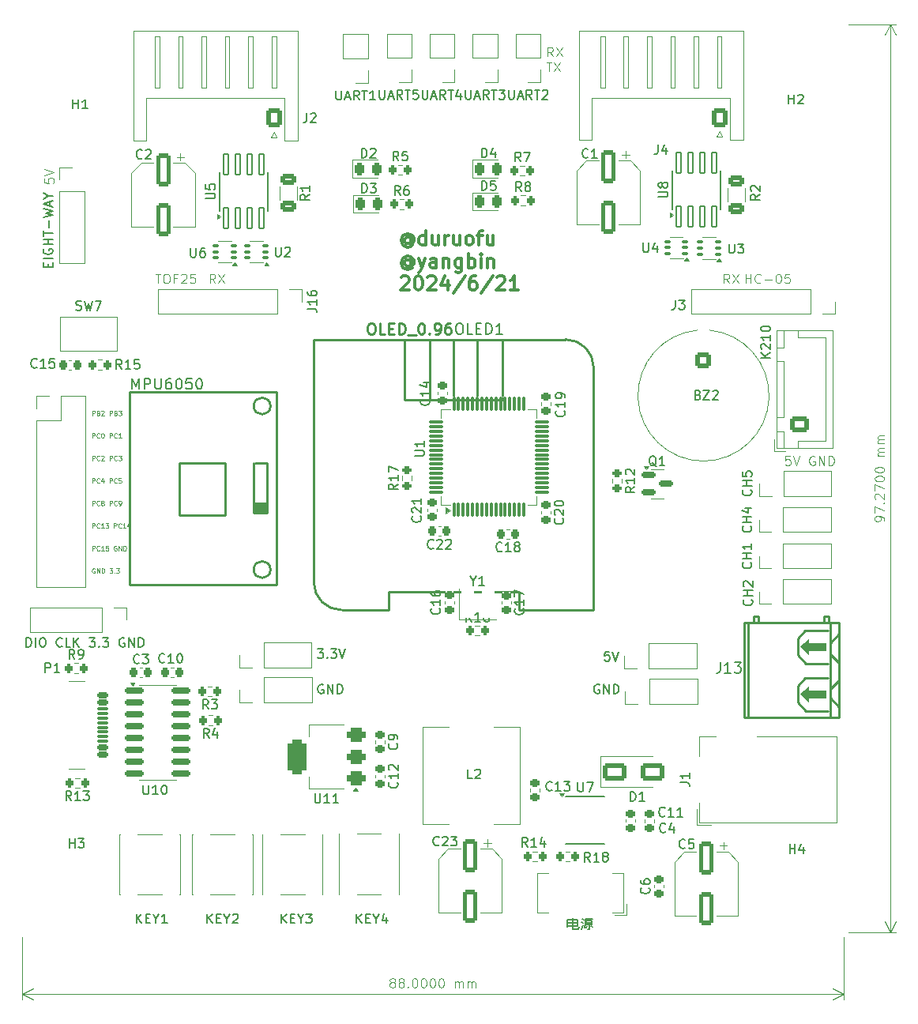
<source format=gbr>
%TF.GenerationSoftware,KiCad,Pcbnew,8.0.1*%
%TF.CreationDate,2024-06-22T21:51:16+08:00*%
%TF.ProjectId,car,6361722e-6b69-4636-9164-5f7063625858,rev?*%
%TF.SameCoordinates,Original*%
%TF.FileFunction,Legend,Top*%
%TF.FilePolarity,Positive*%
%FSLAX46Y46*%
G04 Gerber Fmt 4.6, Leading zero omitted, Abs format (unit mm)*
G04 Created by KiCad (PCBNEW 8.0.1) date 2024-06-22 21:51:16*
%MOMM*%
%LPD*%
G01*
G04 APERTURE LIST*
G04 Aperture macros list*
%AMRoundRect*
0 Rectangle with rounded corners*
0 $1 Rounding radius*
0 $2 $3 $4 $5 $6 $7 $8 $9 X,Y pos of 4 corners*
0 Add a 4 corners polygon primitive as box body*
4,1,4,$2,$3,$4,$5,$6,$7,$8,$9,$2,$3,0*
0 Add four circle primitives for the rounded corners*
1,1,$1+$1,$2,$3*
1,1,$1+$1,$4,$5*
1,1,$1+$1,$6,$7*
1,1,$1+$1,$8,$9*
0 Add four rect primitives between the rounded corners*
20,1,$1+$1,$2,$3,$4,$5,0*
20,1,$1+$1,$4,$5,$6,$7,0*
20,1,$1+$1,$6,$7,$8,$9,0*
20,1,$1+$1,$8,$9,$2,$3,0*%
G04 Aperture macros list end*
%ADD10C,0.300000*%
%ADD11C,0.100000*%
%ADD12C,0.150000*%
%ADD13C,0.152000*%
%ADD14C,0.250000*%
%ADD15C,0.120000*%
%ADD16C,0.254000*%
%ADD17C,0.000000*%
%ADD18R,1.700000X1.700000*%
%ADD19O,1.700000X1.700000*%
%ADD20RoundRect,0.225000X0.250000X-0.225000X0.250000X0.225000X-0.250000X0.225000X-0.250000X-0.225000X0*%
%ADD21R,1.550000X0.600000*%
%ADD22R,2.600000X3.100000*%
%ADD23RoundRect,0.250000X0.600000X0.725000X-0.600000X0.725000X-0.600000X-0.725000X0.600000X-0.725000X0*%
%ADD24O,1.700000X1.950000*%
%ADD25RoundRect,0.100000X0.225000X0.100000X-0.225000X0.100000X-0.225000X-0.100000X0.225000X-0.100000X0*%
%ADD26RoundRect,0.375000X0.625000X0.375000X-0.625000X0.375000X-0.625000X-0.375000X0.625000X-0.375000X0*%
%ADD27RoundRect,0.500000X0.500000X1.400000X-0.500000X1.400000X-0.500000X-1.400000X0.500000X-1.400000X0*%
%ADD28R,1.800000X4.400000*%
%ADD29O,1.800000X4.000000*%
%ADD30O,4.000000X1.800000*%
%ADD31RoundRect,0.250000X-0.550000X1.500000X-0.550000X-1.500000X0.550000X-1.500000X0.550000X1.500000X0*%
%ADD32RoundRect,0.225000X-0.225000X-0.250000X0.225000X-0.250000X0.225000X0.250000X-0.225000X0.250000X0*%
%ADD33C,0.650000*%
%ADD34RoundRect,0.150000X-0.425000X0.150000X-0.425000X-0.150000X0.425000X-0.150000X0.425000X0.150000X0*%
%ADD35RoundRect,0.075000X-0.500000X0.075000X-0.500000X-0.075000X0.500000X-0.075000X0.500000X0.075000X0*%
%ADD36O,2.100000X1.000000*%
%ADD37O,1.800000X1.000000*%
%ADD38RoundRect,0.200000X-0.200000X-0.275000X0.200000X-0.275000X0.200000X0.275000X-0.200000X0.275000X0*%
%ADD39C,5.600000*%
%ADD40RoundRect,0.250000X-0.625000X0.312500X-0.625000X-0.312500X0.625000X-0.312500X0.625000X0.312500X0*%
%ADD41R,2.180000X1.600000*%
%ADD42RoundRect,0.225000X-0.250000X0.225000X-0.250000X-0.225000X0.250000X-0.225000X0.250000X0.225000X0*%
%ADD43RoundRect,0.225000X0.225000X0.250000X-0.225000X0.250000X-0.225000X-0.250000X0.225000X-0.250000X0*%
%ADD44R,1.300000X1.550000*%
%ADD45RoundRect,0.200000X0.275000X-0.200000X0.275000X0.200000X-0.275000X0.200000X-0.275000X-0.200000X0*%
%ADD46R,1.400000X1.400000*%
%ADD47C,1.400000*%
%ADD48RoundRect,0.249900X-0.600100X0.600100X-0.600100X-0.600100X0.600100X-0.600100X0.600100X0.600100X0*%
%ADD49C,1.700000*%
%ADD50R,4.000000X3.500000*%
%ADD51RoundRect,0.243750X-0.243750X-0.456250X0.243750X-0.456250X0.243750X0.456250X-0.243750X0.456250X0*%
%ADD52RoundRect,0.250000X0.625000X-0.312500X0.625000X0.312500X-0.625000X0.312500X-0.625000X-0.312500X0*%
%ADD53RoundRect,0.200000X-0.275000X0.200000X-0.275000X-0.200000X0.275000X-0.200000X0.275000X0.200000X0*%
%ADD54R,3.100000X2.400000*%
%ADD55RoundRect,0.070000X0.250000X-1.100000X0.250000X1.100000X-0.250000X1.100000X-0.250000X-1.100000X0*%
%ADD56C,0.770000*%
%ADD57C,1.650000*%
%ADD58R,1.400000X1.200000*%
%ADD59RoundRect,0.200000X0.200000X0.275000X-0.200000X0.275000X-0.200000X-0.275000X0.200000X-0.275000X0*%
%ADD60C,2.000000*%
%ADD61RoundRect,0.075000X0.075000X-0.700000X0.075000X0.700000X-0.075000X0.700000X-0.075000X-0.700000X0*%
%ADD62RoundRect,0.075000X0.700000X-0.075000X0.700000X0.075000X-0.700000X0.075000X-0.700000X-0.075000X0*%
%ADD63RoundRect,0.250000X0.725000X-0.600000X0.725000X0.600000X-0.725000X0.600000X-0.725000X-0.600000X0*%
%ADD64O,1.950000X1.700000*%
%ADD65RoundRect,0.250000X-1.000000X-0.650000X1.000000X-0.650000X1.000000X0.650000X-1.000000X0.650000X0*%
%ADD66RoundRect,0.150000X-0.825000X-0.150000X0.825000X-0.150000X0.825000X0.150000X-0.825000X0.150000X0*%
%ADD67C,1.524000*%
%ADD68RoundRect,0.150000X-0.587500X-0.150000X0.587500X-0.150000X0.587500X0.150000X-0.587500X0.150000X0*%
G04 APERTURE END LIST*
D10*
X170393082Y-74266710D02*
X170321653Y-74195282D01*
X170321653Y-74195282D02*
X170178796Y-74123853D01*
X170178796Y-74123853D02*
X170035939Y-74123853D01*
X170035939Y-74123853D02*
X169893082Y-74195282D01*
X169893082Y-74195282D02*
X169821653Y-74266710D01*
X169821653Y-74266710D02*
X169750225Y-74409568D01*
X169750225Y-74409568D02*
X169750225Y-74552425D01*
X169750225Y-74552425D02*
X169821653Y-74695282D01*
X169821653Y-74695282D02*
X169893082Y-74766710D01*
X169893082Y-74766710D02*
X170035939Y-74838139D01*
X170035939Y-74838139D02*
X170178796Y-74838139D01*
X170178796Y-74838139D02*
X170321653Y-74766710D01*
X170321653Y-74766710D02*
X170393082Y-74695282D01*
X170393082Y-74123853D02*
X170393082Y-74695282D01*
X170393082Y-74695282D02*
X170464510Y-74766710D01*
X170464510Y-74766710D02*
X170535939Y-74766710D01*
X170535939Y-74766710D02*
X170678796Y-74695282D01*
X170678796Y-74695282D02*
X170750225Y-74552425D01*
X170750225Y-74552425D02*
X170750225Y-74195282D01*
X170750225Y-74195282D02*
X170607368Y-73980996D01*
X170607368Y-73980996D02*
X170393082Y-73838139D01*
X170393082Y-73838139D02*
X170107368Y-73766710D01*
X170107368Y-73766710D02*
X169821653Y-73838139D01*
X169821653Y-73838139D02*
X169607368Y-73980996D01*
X169607368Y-73980996D02*
X169464510Y-74195282D01*
X169464510Y-74195282D02*
X169393082Y-74480996D01*
X169393082Y-74480996D02*
X169464510Y-74766710D01*
X169464510Y-74766710D02*
X169607368Y-74980996D01*
X169607368Y-74980996D02*
X169821653Y-75123853D01*
X169821653Y-75123853D02*
X170107368Y-75195282D01*
X170107368Y-75195282D02*
X170393082Y-75123853D01*
X170393082Y-75123853D02*
X170607368Y-74980996D01*
X172035939Y-74980996D02*
X172035939Y-73480996D01*
X172035939Y-74909568D02*
X171893081Y-74980996D01*
X171893081Y-74980996D02*
X171607367Y-74980996D01*
X171607367Y-74980996D02*
X171464510Y-74909568D01*
X171464510Y-74909568D02*
X171393081Y-74838139D01*
X171393081Y-74838139D02*
X171321653Y-74695282D01*
X171321653Y-74695282D02*
X171321653Y-74266710D01*
X171321653Y-74266710D02*
X171393081Y-74123853D01*
X171393081Y-74123853D02*
X171464510Y-74052425D01*
X171464510Y-74052425D02*
X171607367Y-73980996D01*
X171607367Y-73980996D02*
X171893081Y-73980996D01*
X171893081Y-73980996D02*
X172035939Y-74052425D01*
X173393082Y-73980996D02*
X173393082Y-74980996D01*
X172750224Y-73980996D02*
X172750224Y-74766710D01*
X172750224Y-74766710D02*
X172821653Y-74909568D01*
X172821653Y-74909568D02*
X172964510Y-74980996D01*
X172964510Y-74980996D02*
X173178796Y-74980996D01*
X173178796Y-74980996D02*
X173321653Y-74909568D01*
X173321653Y-74909568D02*
X173393082Y-74838139D01*
X174107367Y-74980996D02*
X174107367Y-73980996D01*
X174107367Y-74266710D02*
X174178796Y-74123853D01*
X174178796Y-74123853D02*
X174250225Y-74052425D01*
X174250225Y-74052425D02*
X174393082Y-73980996D01*
X174393082Y-73980996D02*
X174535939Y-73980996D01*
X175678796Y-73980996D02*
X175678796Y-74980996D01*
X175035938Y-73980996D02*
X175035938Y-74766710D01*
X175035938Y-74766710D02*
X175107367Y-74909568D01*
X175107367Y-74909568D02*
X175250224Y-74980996D01*
X175250224Y-74980996D02*
X175464510Y-74980996D01*
X175464510Y-74980996D02*
X175607367Y-74909568D01*
X175607367Y-74909568D02*
X175678796Y-74838139D01*
X176607367Y-74980996D02*
X176464510Y-74909568D01*
X176464510Y-74909568D02*
X176393081Y-74838139D01*
X176393081Y-74838139D02*
X176321653Y-74695282D01*
X176321653Y-74695282D02*
X176321653Y-74266710D01*
X176321653Y-74266710D02*
X176393081Y-74123853D01*
X176393081Y-74123853D02*
X176464510Y-74052425D01*
X176464510Y-74052425D02*
X176607367Y-73980996D01*
X176607367Y-73980996D02*
X176821653Y-73980996D01*
X176821653Y-73980996D02*
X176964510Y-74052425D01*
X176964510Y-74052425D02*
X177035939Y-74123853D01*
X177035939Y-74123853D02*
X177107367Y-74266710D01*
X177107367Y-74266710D02*
X177107367Y-74695282D01*
X177107367Y-74695282D02*
X177035939Y-74838139D01*
X177035939Y-74838139D02*
X176964510Y-74909568D01*
X176964510Y-74909568D02*
X176821653Y-74980996D01*
X176821653Y-74980996D02*
X176607367Y-74980996D01*
X177535939Y-73980996D02*
X178107367Y-73980996D01*
X177750224Y-74980996D02*
X177750224Y-73695282D01*
X177750224Y-73695282D02*
X177821653Y-73552425D01*
X177821653Y-73552425D02*
X177964510Y-73480996D01*
X177964510Y-73480996D02*
X178107367Y-73480996D01*
X179250225Y-73980996D02*
X179250225Y-74980996D01*
X178607367Y-73980996D02*
X178607367Y-74766710D01*
X178607367Y-74766710D02*
X178678796Y-74909568D01*
X178678796Y-74909568D02*
X178821653Y-74980996D01*
X178821653Y-74980996D02*
X179035939Y-74980996D01*
X179035939Y-74980996D02*
X179178796Y-74909568D01*
X179178796Y-74909568D02*
X179250225Y-74838139D01*
X170393082Y-76681626D02*
X170321653Y-76610198D01*
X170321653Y-76610198D02*
X170178796Y-76538769D01*
X170178796Y-76538769D02*
X170035939Y-76538769D01*
X170035939Y-76538769D02*
X169893082Y-76610198D01*
X169893082Y-76610198D02*
X169821653Y-76681626D01*
X169821653Y-76681626D02*
X169750225Y-76824484D01*
X169750225Y-76824484D02*
X169750225Y-76967341D01*
X169750225Y-76967341D02*
X169821653Y-77110198D01*
X169821653Y-77110198D02*
X169893082Y-77181626D01*
X169893082Y-77181626D02*
X170035939Y-77253055D01*
X170035939Y-77253055D02*
X170178796Y-77253055D01*
X170178796Y-77253055D02*
X170321653Y-77181626D01*
X170321653Y-77181626D02*
X170393082Y-77110198D01*
X170393082Y-76538769D02*
X170393082Y-77110198D01*
X170393082Y-77110198D02*
X170464510Y-77181626D01*
X170464510Y-77181626D02*
X170535939Y-77181626D01*
X170535939Y-77181626D02*
X170678796Y-77110198D01*
X170678796Y-77110198D02*
X170750225Y-76967341D01*
X170750225Y-76967341D02*
X170750225Y-76610198D01*
X170750225Y-76610198D02*
X170607368Y-76395912D01*
X170607368Y-76395912D02*
X170393082Y-76253055D01*
X170393082Y-76253055D02*
X170107368Y-76181626D01*
X170107368Y-76181626D02*
X169821653Y-76253055D01*
X169821653Y-76253055D02*
X169607368Y-76395912D01*
X169607368Y-76395912D02*
X169464510Y-76610198D01*
X169464510Y-76610198D02*
X169393082Y-76895912D01*
X169393082Y-76895912D02*
X169464510Y-77181626D01*
X169464510Y-77181626D02*
X169607368Y-77395912D01*
X169607368Y-77395912D02*
X169821653Y-77538769D01*
X169821653Y-77538769D02*
X170107368Y-77610198D01*
X170107368Y-77610198D02*
X170393082Y-77538769D01*
X170393082Y-77538769D02*
X170607368Y-77395912D01*
X171250224Y-76395912D02*
X171607367Y-77395912D01*
X171964510Y-76395912D02*
X171607367Y-77395912D01*
X171607367Y-77395912D02*
X171464510Y-77753055D01*
X171464510Y-77753055D02*
X171393081Y-77824484D01*
X171393081Y-77824484D02*
X171250224Y-77895912D01*
X173178796Y-77395912D02*
X173178796Y-76610198D01*
X173178796Y-76610198D02*
X173107367Y-76467341D01*
X173107367Y-76467341D02*
X172964510Y-76395912D01*
X172964510Y-76395912D02*
X172678796Y-76395912D01*
X172678796Y-76395912D02*
X172535938Y-76467341D01*
X173178796Y-77324484D02*
X173035938Y-77395912D01*
X173035938Y-77395912D02*
X172678796Y-77395912D01*
X172678796Y-77395912D02*
X172535938Y-77324484D01*
X172535938Y-77324484D02*
X172464510Y-77181626D01*
X172464510Y-77181626D02*
X172464510Y-77038769D01*
X172464510Y-77038769D02*
X172535938Y-76895912D01*
X172535938Y-76895912D02*
X172678796Y-76824484D01*
X172678796Y-76824484D02*
X173035938Y-76824484D01*
X173035938Y-76824484D02*
X173178796Y-76753055D01*
X173893081Y-76395912D02*
X173893081Y-77395912D01*
X173893081Y-76538769D02*
X173964510Y-76467341D01*
X173964510Y-76467341D02*
X174107367Y-76395912D01*
X174107367Y-76395912D02*
X174321653Y-76395912D01*
X174321653Y-76395912D02*
X174464510Y-76467341D01*
X174464510Y-76467341D02*
X174535939Y-76610198D01*
X174535939Y-76610198D02*
X174535939Y-77395912D01*
X175893082Y-76395912D02*
X175893082Y-77610198D01*
X175893082Y-77610198D02*
X175821653Y-77753055D01*
X175821653Y-77753055D02*
X175750224Y-77824484D01*
X175750224Y-77824484D02*
X175607367Y-77895912D01*
X175607367Y-77895912D02*
X175393082Y-77895912D01*
X175393082Y-77895912D02*
X175250224Y-77824484D01*
X175893082Y-77324484D02*
X175750224Y-77395912D01*
X175750224Y-77395912D02*
X175464510Y-77395912D01*
X175464510Y-77395912D02*
X175321653Y-77324484D01*
X175321653Y-77324484D02*
X175250224Y-77253055D01*
X175250224Y-77253055D02*
X175178796Y-77110198D01*
X175178796Y-77110198D02*
X175178796Y-76681626D01*
X175178796Y-76681626D02*
X175250224Y-76538769D01*
X175250224Y-76538769D02*
X175321653Y-76467341D01*
X175321653Y-76467341D02*
X175464510Y-76395912D01*
X175464510Y-76395912D02*
X175750224Y-76395912D01*
X175750224Y-76395912D02*
X175893082Y-76467341D01*
X176607367Y-77395912D02*
X176607367Y-75895912D01*
X176607367Y-76467341D02*
X176750225Y-76395912D01*
X176750225Y-76395912D02*
X177035939Y-76395912D01*
X177035939Y-76395912D02*
X177178796Y-76467341D01*
X177178796Y-76467341D02*
X177250225Y-76538769D01*
X177250225Y-76538769D02*
X177321653Y-76681626D01*
X177321653Y-76681626D02*
X177321653Y-77110198D01*
X177321653Y-77110198D02*
X177250225Y-77253055D01*
X177250225Y-77253055D02*
X177178796Y-77324484D01*
X177178796Y-77324484D02*
X177035939Y-77395912D01*
X177035939Y-77395912D02*
X176750225Y-77395912D01*
X176750225Y-77395912D02*
X176607367Y-77324484D01*
X177964510Y-77395912D02*
X177964510Y-76395912D01*
X177964510Y-75895912D02*
X177893082Y-75967341D01*
X177893082Y-75967341D02*
X177964510Y-76038769D01*
X177964510Y-76038769D02*
X178035939Y-75967341D01*
X178035939Y-75967341D02*
X177964510Y-75895912D01*
X177964510Y-75895912D02*
X177964510Y-76038769D01*
X178678796Y-76395912D02*
X178678796Y-77395912D01*
X178678796Y-76538769D02*
X178750225Y-76467341D01*
X178750225Y-76467341D02*
X178893082Y-76395912D01*
X178893082Y-76395912D02*
X179107368Y-76395912D01*
X179107368Y-76395912D02*
X179250225Y-76467341D01*
X179250225Y-76467341D02*
X179321654Y-76610198D01*
X179321654Y-76610198D02*
X179321654Y-77395912D01*
X169393082Y-78453685D02*
X169464510Y-78382257D01*
X169464510Y-78382257D02*
X169607368Y-78310828D01*
X169607368Y-78310828D02*
X169964510Y-78310828D01*
X169964510Y-78310828D02*
X170107368Y-78382257D01*
X170107368Y-78382257D02*
X170178796Y-78453685D01*
X170178796Y-78453685D02*
X170250225Y-78596542D01*
X170250225Y-78596542D02*
X170250225Y-78739400D01*
X170250225Y-78739400D02*
X170178796Y-78953685D01*
X170178796Y-78953685D02*
X169321653Y-79810828D01*
X169321653Y-79810828D02*
X170250225Y-79810828D01*
X171178796Y-78310828D02*
X171321653Y-78310828D01*
X171321653Y-78310828D02*
X171464510Y-78382257D01*
X171464510Y-78382257D02*
X171535939Y-78453685D01*
X171535939Y-78453685D02*
X171607367Y-78596542D01*
X171607367Y-78596542D02*
X171678796Y-78882257D01*
X171678796Y-78882257D02*
X171678796Y-79239400D01*
X171678796Y-79239400D02*
X171607367Y-79525114D01*
X171607367Y-79525114D02*
X171535939Y-79667971D01*
X171535939Y-79667971D02*
X171464510Y-79739400D01*
X171464510Y-79739400D02*
X171321653Y-79810828D01*
X171321653Y-79810828D02*
X171178796Y-79810828D01*
X171178796Y-79810828D02*
X171035939Y-79739400D01*
X171035939Y-79739400D02*
X170964510Y-79667971D01*
X170964510Y-79667971D02*
X170893081Y-79525114D01*
X170893081Y-79525114D02*
X170821653Y-79239400D01*
X170821653Y-79239400D02*
X170821653Y-78882257D01*
X170821653Y-78882257D02*
X170893081Y-78596542D01*
X170893081Y-78596542D02*
X170964510Y-78453685D01*
X170964510Y-78453685D02*
X171035939Y-78382257D01*
X171035939Y-78382257D02*
X171178796Y-78310828D01*
X172250224Y-78453685D02*
X172321652Y-78382257D01*
X172321652Y-78382257D02*
X172464510Y-78310828D01*
X172464510Y-78310828D02*
X172821652Y-78310828D01*
X172821652Y-78310828D02*
X172964510Y-78382257D01*
X172964510Y-78382257D02*
X173035938Y-78453685D01*
X173035938Y-78453685D02*
X173107367Y-78596542D01*
X173107367Y-78596542D02*
X173107367Y-78739400D01*
X173107367Y-78739400D02*
X173035938Y-78953685D01*
X173035938Y-78953685D02*
X172178795Y-79810828D01*
X172178795Y-79810828D02*
X173107367Y-79810828D01*
X174393081Y-78810828D02*
X174393081Y-79810828D01*
X174035938Y-78239400D02*
X173678795Y-79310828D01*
X173678795Y-79310828D02*
X174607366Y-79310828D01*
X176250223Y-78239400D02*
X174964509Y-80167971D01*
X177393081Y-78310828D02*
X177107366Y-78310828D01*
X177107366Y-78310828D02*
X176964509Y-78382257D01*
X176964509Y-78382257D02*
X176893081Y-78453685D01*
X176893081Y-78453685D02*
X176750223Y-78667971D01*
X176750223Y-78667971D02*
X176678795Y-78953685D01*
X176678795Y-78953685D02*
X176678795Y-79525114D01*
X176678795Y-79525114D02*
X176750223Y-79667971D01*
X176750223Y-79667971D02*
X176821652Y-79739400D01*
X176821652Y-79739400D02*
X176964509Y-79810828D01*
X176964509Y-79810828D02*
X177250223Y-79810828D01*
X177250223Y-79810828D02*
X177393081Y-79739400D01*
X177393081Y-79739400D02*
X177464509Y-79667971D01*
X177464509Y-79667971D02*
X177535938Y-79525114D01*
X177535938Y-79525114D02*
X177535938Y-79167971D01*
X177535938Y-79167971D02*
X177464509Y-79025114D01*
X177464509Y-79025114D02*
X177393081Y-78953685D01*
X177393081Y-78953685D02*
X177250223Y-78882257D01*
X177250223Y-78882257D02*
X176964509Y-78882257D01*
X176964509Y-78882257D02*
X176821652Y-78953685D01*
X176821652Y-78953685D02*
X176750223Y-79025114D01*
X176750223Y-79025114D02*
X176678795Y-79167971D01*
X179250223Y-78239400D02*
X177964509Y-80167971D01*
X179678795Y-78453685D02*
X179750223Y-78382257D01*
X179750223Y-78382257D02*
X179893081Y-78310828D01*
X179893081Y-78310828D02*
X180250223Y-78310828D01*
X180250223Y-78310828D02*
X180393081Y-78382257D01*
X180393081Y-78382257D02*
X180464509Y-78453685D01*
X180464509Y-78453685D02*
X180535938Y-78596542D01*
X180535938Y-78596542D02*
X180535938Y-78739400D01*
X180535938Y-78739400D02*
X180464509Y-78953685D01*
X180464509Y-78953685D02*
X179607366Y-79810828D01*
X179607366Y-79810828D02*
X180535938Y-79810828D01*
X181964509Y-79810828D02*
X181107366Y-79810828D01*
X181535937Y-79810828D02*
X181535937Y-78310828D01*
X181535937Y-78310828D02*
X181393080Y-78525114D01*
X181393080Y-78525114D02*
X181250223Y-78667971D01*
X181250223Y-78667971D02*
X181107366Y-78739400D01*
D11*
X185675312Y-54762475D02*
X185341979Y-54286284D01*
X185103884Y-54762475D02*
X185103884Y-53762475D01*
X185103884Y-53762475D02*
X185484836Y-53762475D01*
X185484836Y-53762475D02*
X185580074Y-53810094D01*
X185580074Y-53810094D02*
X185627693Y-53857713D01*
X185627693Y-53857713D02*
X185675312Y-53952951D01*
X185675312Y-53952951D02*
X185675312Y-54095808D01*
X185675312Y-54095808D02*
X185627693Y-54191046D01*
X185627693Y-54191046D02*
X185580074Y-54238665D01*
X185580074Y-54238665D02*
X185484836Y-54286284D01*
X185484836Y-54286284D02*
X185103884Y-54286284D01*
X186008646Y-53762475D02*
X186675312Y-54762475D01*
X186675312Y-53762475D02*
X186008646Y-54762475D01*
X184961027Y-55372419D02*
X185532455Y-55372419D01*
X185246741Y-56372419D02*
X185246741Y-55372419D01*
X185770551Y-55372419D02*
X186437217Y-56372419D01*
X186437217Y-55372419D02*
X185770551Y-56372419D01*
X206303884Y-79072419D02*
X206303884Y-78072419D01*
X206303884Y-78548609D02*
X206875312Y-78548609D01*
X206875312Y-79072419D02*
X206875312Y-78072419D01*
X207922931Y-78977180D02*
X207875312Y-79024800D01*
X207875312Y-79024800D02*
X207732455Y-79072419D01*
X207732455Y-79072419D02*
X207637217Y-79072419D01*
X207637217Y-79072419D02*
X207494360Y-79024800D01*
X207494360Y-79024800D02*
X207399122Y-78929561D01*
X207399122Y-78929561D02*
X207351503Y-78834323D01*
X207351503Y-78834323D02*
X207303884Y-78643847D01*
X207303884Y-78643847D02*
X207303884Y-78500990D01*
X207303884Y-78500990D02*
X207351503Y-78310514D01*
X207351503Y-78310514D02*
X207399122Y-78215276D01*
X207399122Y-78215276D02*
X207494360Y-78120038D01*
X207494360Y-78120038D02*
X207637217Y-78072419D01*
X207637217Y-78072419D02*
X207732455Y-78072419D01*
X207732455Y-78072419D02*
X207875312Y-78120038D01*
X207875312Y-78120038D02*
X207922931Y-78167657D01*
X208351503Y-78691466D02*
X209113408Y-78691466D01*
X209780074Y-78072419D02*
X209875312Y-78072419D01*
X209875312Y-78072419D02*
X209970550Y-78120038D01*
X209970550Y-78120038D02*
X210018169Y-78167657D01*
X210018169Y-78167657D02*
X210065788Y-78262895D01*
X210065788Y-78262895D02*
X210113407Y-78453371D01*
X210113407Y-78453371D02*
X210113407Y-78691466D01*
X210113407Y-78691466D02*
X210065788Y-78881942D01*
X210065788Y-78881942D02*
X210018169Y-78977180D01*
X210018169Y-78977180D02*
X209970550Y-79024800D01*
X209970550Y-79024800D02*
X209875312Y-79072419D01*
X209875312Y-79072419D02*
X209780074Y-79072419D01*
X209780074Y-79072419D02*
X209684836Y-79024800D01*
X209684836Y-79024800D02*
X209637217Y-78977180D01*
X209637217Y-78977180D02*
X209589598Y-78881942D01*
X209589598Y-78881942D02*
X209541979Y-78691466D01*
X209541979Y-78691466D02*
X209541979Y-78453371D01*
X209541979Y-78453371D02*
X209589598Y-78262895D01*
X209589598Y-78262895D02*
X209637217Y-78167657D01*
X209637217Y-78167657D02*
X209684836Y-78120038D01*
X209684836Y-78120038D02*
X209780074Y-78072419D01*
X211018169Y-78072419D02*
X210541979Y-78072419D01*
X210541979Y-78072419D02*
X210494360Y-78548609D01*
X210494360Y-78548609D02*
X210541979Y-78500990D01*
X210541979Y-78500990D02*
X210637217Y-78453371D01*
X210637217Y-78453371D02*
X210875312Y-78453371D01*
X210875312Y-78453371D02*
X210970550Y-78500990D01*
X210970550Y-78500990D02*
X211018169Y-78548609D01*
X211018169Y-78548609D02*
X211065788Y-78643847D01*
X211065788Y-78643847D02*
X211065788Y-78881942D01*
X211065788Y-78881942D02*
X211018169Y-78977180D01*
X211018169Y-78977180D02*
X210970550Y-79024800D01*
X210970550Y-79024800D02*
X210875312Y-79072419D01*
X210875312Y-79072419D02*
X210637217Y-79072419D01*
X210637217Y-79072419D02*
X210541979Y-79024800D01*
X210541979Y-79024800D02*
X210494360Y-78977180D01*
X136284836Y-93229197D02*
X136284836Y-92729197D01*
X136284836Y-92729197D02*
X136475312Y-92729197D01*
X136475312Y-92729197D02*
X136522931Y-92753007D01*
X136522931Y-92753007D02*
X136546741Y-92776816D01*
X136546741Y-92776816D02*
X136570550Y-92824435D01*
X136570550Y-92824435D02*
X136570550Y-92895864D01*
X136570550Y-92895864D02*
X136546741Y-92943483D01*
X136546741Y-92943483D02*
X136522931Y-92967292D01*
X136522931Y-92967292D02*
X136475312Y-92991102D01*
X136475312Y-92991102D02*
X136284836Y-92991102D01*
X136951503Y-92967292D02*
X137022931Y-92991102D01*
X137022931Y-92991102D02*
X137046741Y-93014911D01*
X137046741Y-93014911D02*
X137070550Y-93062530D01*
X137070550Y-93062530D02*
X137070550Y-93133959D01*
X137070550Y-93133959D02*
X137046741Y-93181578D01*
X137046741Y-93181578D02*
X137022931Y-93205388D01*
X137022931Y-93205388D02*
X136975312Y-93229197D01*
X136975312Y-93229197D02*
X136784836Y-93229197D01*
X136784836Y-93229197D02*
X136784836Y-92729197D01*
X136784836Y-92729197D02*
X136951503Y-92729197D01*
X136951503Y-92729197D02*
X136999122Y-92753007D01*
X136999122Y-92753007D02*
X137022931Y-92776816D01*
X137022931Y-92776816D02*
X137046741Y-92824435D01*
X137046741Y-92824435D02*
X137046741Y-92872054D01*
X137046741Y-92872054D02*
X137022931Y-92919673D01*
X137022931Y-92919673D02*
X136999122Y-92943483D01*
X136999122Y-92943483D02*
X136951503Y-92967292D01*
X136951503Y-92967292D02*
X136784836Y-92967292D01*
X137261027Y-92776816D02*
X137284836Y-92753007D01*
X137284836Y-92753007D02*
X137332455Y-92729197D01*
X137332455Y-92729197D02*
X137451503Y-92729197D01*
X137451503Y-92729197D02*
X137499122Y-92753007D01*
X137499122Y-92753007D02*
X137522931Y-92776816D01*
X137522931Y-92776816D02*
X137546741Y-92824435D01*
X137546741Y-92824435D02*
X137546741Y-92872054D01*
X137546741Y-92872054D02*
X137522931Y-92943483D01*
X137522931Y-92943483D02*
X137237217Y-93229197D01*
X137237217Y-93229197D02*
X137546741Y-93229197D01*
X138141978Y-93229197D02*
X138141978Y-92729197D01*
X138141978Y-92729197D02*
X138332454Y-92729197D01*
X138332454Y-92729197D02*
X138380073Y-92753007D01*
X138380073Y-92753007D02*
X138403883Y-92776816D01*
X138403883Y-92776816D02*
X138427692Y-92824435D01*
X138427692Y-92824435D02*
X138427692Y-92895864D01*
X138427692Y-92895864D02*
X138403883Y-92943483D01*
X138403883Y-92943483D02*
X138380073Y-92967292D01*
X138380073Y-92967292D02*
X138332454Y-92991102D01*
X138332454Y-92991102D02*
X138141978Y-92991102D01*
X138808645Y-92967292D02*
X138880073Y-92991102D01*
X138880073Y-92991102D02*
X138903883Y-93014911D01*
X138903883Y-93014911D02*
X138927692Y-93062530D01*
X138927692Y-93062530D02*
X138927692Y-93133959D01*
X138927692Y-93133959D02*
X138903883Y-93181578D01*
X138903883Y-93181578D02*
X138880073Y-93205388D01*
X138880073Y-93205388D02*
X138832454Y-93229197D01*
X138832454Y-93229197D02*
X138641978Y-93229197D01*
X138641978Y-93229197D02*
X138641978Y-92729197D01*
X138641978Y-92729197D02*
X138808645Y-92729197D01*
X138808645Y-92729197D02*
X138856264Y-92753007D01*
X138856264Y-92753007D02*
X138880073Y-92776816D01*
X138880073Y-92776816D02*
X138903883Y-92824435D01*
X138903883Y-92824435D02*
X138903883Y-92872054D01*
X138903883Y-92872054D02*
X138880073Y-92919673D01*
X138880073Y-92919673D02*
X138856264Y-92943483D01*
X138856264Y-92943483D02*
X138808645Y-92967292D01*
X138808645Y-92967292D02*
X138641978Y-92967292D01*
X139094359Y-92729197D02*
X139403883Y-92729197D01*
X139403883Y-92729197D02*
X139237216Y-92919673D01*
X139237216Y-92919673D02*
X139308645Y-92919673D01*
X139308645Y-92919673D02*
X139356264Y-92943483D01*
X139356264Y-92943483D02*
X139380073Y-92967292D01*
X139380073Y-92967292D02*
X139403883Y-93014911D01*
X139403883Y-93014911D02*
X139403883Y-93133959D01*
X139403883Y-93133959D02*
X139380073Y-93181578D01*
X139380073Y-93181578D02*
X139356264Y-93205388D01*
X139356264Y-93205388D02*
X139308645Y-93229197D01*
X139308645Y-93229197D02*
X139165788Y-93229197D01*
X139165788Y-93229197D02*
X139118169Y-93205388D01*
X139118169Y-93205388D02*
X139094359Y-93181578D01*
X136284836Y-95644113D02*
X136284836Y-95144113D01*
X136284836Y-95144113D02*
X136475312Y-95144113D01*
X136475312Y-95144113D02*
X136522931Y-95167923D01*
X136522931Y-95167923D02*
X136546741Y-95191732D01*
X136546741Y-95191732D02*
X136570550Y-95239351D01*
X136570550Y-95239351D02*
X136570550Y-95310780D01*
X136570550Y-95310780D02*
X136546741Y-95358399D01*
X136546741Y-95358399D02*
X136522931Y-95382208D01*
X136522931Y-95382208D02*
X136475312Y-95406018D01*
X136475312Y-95406018D02*
X136284836Y-95406018D01*
X137070550Y-95596494D02*
X137046741Y-95620304D01*
X137046741Y-95620304D02*
X136975312Y-95644113D01*
X136975312Y-95644113D02*
X136927693Y-95644113D01*
X136927693Y-95644113D02*
X136856265Y-95620304D01*
X136856265Y-95620304D02*
X136808646Y-95572684D01*
X136808646Y-95572684D02*
X136784836Y-95525065D01*
X136784836Y-95525065D02*
X136761027Y-95429827D01*
X136761027Y-95429827D02*
X136761027Y-95358399D01*
X136761027Y-95358399D02*
X136784836Y-95263161D01*
X136784836Y-95263161D02*
X136808646Y-95215542D01*
X136808646Y-95215542D02*
X136856265Y-95167923D01*
X136856265Y-95167923D02*
X136927693Y-95144113D01*
X136927693Y-95144113D02*
X136975312Y-95144113D01*
X136975312Y-95144113D02*
X137046741Y-95167923D01*
X137046741Y-95167923D02*
X137070550Y-95191732D01*
X137380074Y-95144113D02*
X137427693Y-95144113D01*
X137427693Y-95144113D02*
X137475312Y-95167923D01*
X137475312Y-95167923D02*
X137499122Y-95191732D01*
X137499122Y-95191732D02*
X137522931Y-95239351D01*
X137522931Y-95239351D02*
X137546741Y-95334589D01*
X137546741Y-95334589D02*
X137546741Y-95453637D01*
X137546741Y-95453637D02*
X137522931Y-95548875D01*
X137522931Y-95548875D02*
X137499122Y-95596494D01*
X137499122Y-95596494D02*
X137475312Y-95620304D01*
X137475312Y-95620304D02*
X137427693Y-95644113D01*
X137427693Y-95644113D02*
X137380074Y-95644113D01*
X137380074Y-95644113D02*
X137332455Y-95620304D01*
X137332455Y-95620304D02*
X137308646Y-95596494D01*
X137308646Y-95596494D02*
X137284836Y-95548875D01*
X137284836Y-95548875D02*
X137261027Y-95453637D01*
X137261027Y-95453637D02*
X137261027Y-95334589D01*
X137261027Y-95334589D02*
X137284836Y-95239351D01*
X137284836Y-95239351D02*
X137308646Y-95191732D01*
X137308646Y-95191732D02*
X137332455Y-95167923D01*
X137332455Y-95167923D02*
X137380074Y-95144113D01*
X138141978Y-95644113D02*
X138141978Y-95144113D01*
X138141978Y-95144113D02*
X138332454Y-95144113D01*
X138332454Y-95144113D02*
X138380073Y-95167923D01*
X138380073Y-95167923D02*
X138403883Y-95191732D01*
X138403883Y-95191732D02*
X138427692Y-95239351D01*
X138427692Y-95239351D02*
X138427692Y-95310780D01*
X138427692Y-95310780D02*
X138403883Y-95358399D01*
X138403883Y-95358399D02*
X138380073Y-95382208D01*
X138380073Y-95382208D02*
X138332454Y-95406018D01*
X138332454Y-95406018D02*
X138141978Y-95406018D01*
X138927692Y-95596494D02*
X138903883Y-95620304D01*
X138903883Y-95620304D02*
X138832454Y-95644113D01*
X138832454Y-95644113D02*
X138784835Y-95644113D01*
X138784835Y-95644113D02*
X138713407Y-95620304D01*
X138713407Y-95620304D02*
X138665788Y-95572684D01*
X138665788Y-95572684D02*
X138641978Y-95525065D01*
X138641978Y-95525065D02*
X138618169Y-95429827D01*
X138618169Y-95429827D02*
X138618169Y-95358399D01*
X138618169Y-95358399D02*
X138641978Y-95263161D01*
X138641978Y-95263161D02*
X138665788Y-95215542D01*
X138665788Y-95215542D02*
X138713407Y-95167923D01*
X138713407Y-95167923D02*
X138784835Y-95144113D01*
X138784835Y-95144113D02*
X138832454Y-95144113D01*
X138832454Y-95144113D02*
X138903883Y-95167923D01*
X138903883Y-95167923D02*
X138927692Y-95191732D01*
X139403883Y-95644113D02*
X139118169Y-95644113D01*
X139261026Y-95644113D02*
X139261026Y-95144113D01*
X139261026Y-95144113D02*
X139213407Y-95215542D01*
X139213407Y-95215542D02*
X139165788Y-95263161D01*
X139165788Y-95263161D02*
X139118169Y-95286970D01*
X136284836Y-98059029D02*
X136284836Y-97559029D01*
X136284836Y-97559029D02*
X136475312Y-97559029D01*
X136475312Y-97559029D02*
X136522931Y-97582839D01*
X136522931Y-97582839D02*
X136546741Y-97606648D01*
X136546741Y-97606648D02*
X136570550Y-97654267D01*
X136570550Y-97654267D02*
X136570550Y-97725696D01*
X136570550Y-97725696D02*
X136546741Y-97773315D01*
X136546741Y-97773315D02*
X136522931Y-97797124D01*
X136522931Y-97797124D02*
X136475312Y-97820934D01*
X136475312Y-97820934D02*
X136284836Y-97820934D01*
X137070550Y-98011410D02*
X137046741Y-98035220D01*
X137046741Y-98035220D02*
X136975312Y-98059029D01*
X136975312Y-98059029D02*
X136927693Y-98059029D01*
X136927693Y-98059029D02*
X136856265Y-98035220D01*
X136856265Y-98035220D02*
X136808646Y-97987600D01*
X136808646Y-97987600D02*
X136784836Y-97939981D01*
X136784836Y-97939981D02*
X136761027Y-97844743D01*
X136761027Y-97844743D02*
X136761027Y-97773315D01*
X136761027Y-97773315D02*
X136784836Y-97678077D01*
X136784836Y-97678077D02*
X136808646Y-97630458D01*
X136808646Y-97630458D02*
X136856265Y-97582839D01*
X136856265Y-97582839D02*
X136927693Y-97559029D01*
X136927693Y-97559029D02*
X136975312Y-97559029D01*
X136975312Y-97559029D02*
X137046741Y-97582839D01*
X137046741Y-97582839D02*
X137070550Y-97606648D01*
X137261027Y-97606648D02*
X137284836Y-97582839D01*
X137284836Y-97582839D02*
X137332455Y-97559029D01*
X137332455Y-97559029D02*
X137451503Y-97559029D01*
X137451503Y-97559029D02*
X137499122Y-97582839D01*
X137499122Y-97582839D02*
X137522931Y-97606648D01*
X137522931Y-97606648D02*
X137546741Y-97654267D01*
X137546741Y-97654267D02*
X137546741Y-97701886D01*
X137546741Y-97701886D02*
X137522931Y-97773315D01*
X137522931Y-97773315D02*
X137237217Y-98059029D01*
X137237217Y-98059029D02*
X137546741Y-98059029D01*
X138141978Y-98059029D02*
X138141978Y-97559029D01*
X138141978Y-97559029D02*
X138332454Y-97559029D01*
X138332454Y-97559029D02*
X138380073Y-97582839D01*
X138380073Y-97582839D02*
X138403883Y-97606648D01*
X138403883Y-97606648D02*
X138427692Y-97654267D01*
X138427692Y-97654267D02*
X138427692Y-97725696D01*
X138427692Y-97725696D02*
X138403883Y-97773315D01*
X138403883Y-97773315D02*
X138380073Y-97797124D01*
X138380073Y-97797124D02*
X138332454Y-97820934D01*
X138332454Y-97820934D02*
X138141978Y-97820934D01*
X138927692Y-98011410D02*
X138903883Y-98035220D01*
X138903883Y-98035220D02*
X138832454Y-98059029D01*
X138832454Y-98059029D02*
X138784835Y-98059029D01*
X138784835Y-98059029D02*
X138713407Y-98035220D01*
X138713407Y-98035220D02*
X138665788Y-97987600D01*
X138665788Y-97987600D02*
X138641978Y-97939981D01*
X138641978Y-97939981D02*
X138618169Y-97844743D01*
X138618169Y-97844743D02*
X138618169Y-97773315D01*
X138618169Y-97773315D02*
X138641978Y-97678077D01*
X138641978Y-97678077D02*
X138665788Y-97630458D01*
X138665788Y-97630458D02*
X138713407Y-97582839D01*
X138713407Y-97582839D02*
X138784835Y-97559029D01*
X138784835Y-97559029D02*
X138832454Y-97559029D01*
X138832454Y-97559029D02*
X138903883Y-97582839D01*
X138903883Y-97582839D02*
X138927692Y-97606648D01*
X139094359Y-97559029D02*
X139403883Y-97559029D01*
X139403883Y-97559029D02*
X139237216Y-97749505D01*
X139237216Y-97749505D02*
X139308645Y-97749505D01*
X139308645Y-97749505D02*
X139356264Y-97773315D01*
X139356264Y-97773315D02*
X139380073Y-97797124D01*
X139380073Y-97797124D02*
X139403883Y-97844743D01*
X139403883Y-97844743D02*
X139403883Y-97963791D01*
X139403883Y-97963791D02*
X139380073Y-98011410D01*
X139380073Y-98011410D02*
X139356264Y-98035220D01*
X139356264Y-98035220D02*
X139308645Y-98059029D01*
X139308645Y-98059029D02*
X139165788Y-98059029D01*
X139165788Y-98059029D02*
X139118169Y-98035220D01*
X139118169Y-98035220D02*
X139094359Y-98011410D01*
X136284836Y-100473945D02*
X136284836Y-99973945D01*
X136284836Y-99973945D02*
X136475312Y-99973945D01*
X136475312Y-99973945D02*
X136522931Y-99997755D01*
X136522931Y-99997755D02*
X136546741Y-100021564D01*
X136546741Y-100021564D02*
X136570550Y-100069183D01*
X136570550Y-100069183D02*
X136570550Y-100140612D01*
X136570550Y-100140612D02*
X136546741Y-100188231D01*
X136546741Y-100188231D02*
X136522931Y-100212040D01*
X136522931Y-100212040D02*
X136475312Y-100235850D01*
X136475312Y-100235850D02*
X136284836Y-100235850D01*
X137070550Y-100426326D02*
X137046741Y-100450136D01*
X137046741Y-100450136D02*
X136975312Y-100473945D01*
X136975312Y-100473945D02*
X136927693Y-100473945D01*
X136927693Y-100473945D02*
X136856265Y-100450136D01*
X136856265Y-100450136D02*
X136808646Y-100402516D01*
X136808646Y-100402516D02*
X136784836Y-100354897D01*
X136784836Y-100354897D02*
X136761027Y-100259659D01*
X136761027Y-100259659D02*
X136761027Y-100188231D01*
X136761027Y-100188231D02*
X136784836Y-100092993D01*
X136784836Y-100092993D02*
X136808646Y-100045374D01*
X136808646Y-100045374D02*
X136856265Y-99997755D01*
X136856265Y-99997755D02*
X136927693Y-99973945D01*
X136927693Y-99973945D02*
X136975312Y-99973945D01*
X136975312Y-99973945D02*
X137046741Y-99997755D01*
X137046741Y-99997755D02*
X137070550Y-100021564D01*
X137499122Y-100140612D02*
X137499122Y-100473945D01*
X137380074Y-99950136D02*
X137261027Y-100307278D01*
X137261027Y-100307278D02*
X137570550Y-100307278D01*
X138141978Y-100473945D02*
X138141978Y-99973945D01*
X138141978Y-99973945D02*
X138332454Y-99973945D01*
X138332454Y-99973945D02*
X138380073Y-99997755D01*
X138380073Y-99997755D02*
X138403883Y-100021564D01*
X138403883Y-100021564D02*
X138427692Y-100069183D01*
X138427692Y-100069183D02*
X138427692Y-100140612D01*
X138427692Y-100140612D02*
X138403883Y-100188231D01*
X138403883Y-100188231D02*
X138380073Y-100212040D01*
X138380073Y-100212040D02*
X138332454Y-100235850D01*
X138332454Y-100235850D02*
X138141978Y-100235850D01*
X138927692Y-100426326D02*
X138903883Y-100450136D01*
X138903883Y-100450136D02*
X138832454Y-100473945D01*
X138832454Y-100473945D02*
X138784835Y-100473945D01*
X138784835Y-100473945D02*
X138713407Y-100450136D01*
X138713407Y-100450136D02*
X138665788Y-100402516D01*
X138665788Y-100402516D02*
X138641978Y-100354897D01*
X138641978Y-100354897D02*
X138618169Y-100259659D01*
X138618169Y-100259659D02*
X138618169Y-100188231D01*
X138618169Y-100188231D02*
X138641978Y-100092993D01*
X138641978Y-100092993D02*
X138665788Y-100045374D01*
X138665788Y-100045374D02*
X138713407Y-99997755D01*
X138713407Y-99997755D02*
X138784835Y-99973945D01*
X138784835Y-99973945D02*
X138832454Y-99973945D01*
X138832454Y-99973945D02*
X138903883Y-99997755D01*
X138903883Y-99997755D02*
X138927692Y-100021564D01*
X139380073Y-99973945D02*
X139141978Y-99973945D01*
X139141978Y-99973945D02*
X139118169Y-100212040D01*
X139118169Y-100212040D02*
X139141978Y-100188231D01*
X139141978Y-100188231D02*
X139189597Y-100164421D01*
X139189597Y-100164421D02*
X139308645Y-100164421D01*
X139308645Y-100164421D02*
X139356264Y-100188231D01*
X139356264Y-100188231D02*
X139380073Y-100212040D01*
X139380073Y-100212040D02*
X139403883Y-100259659D01*
X139403883Y-100259659D02*
X139403883Y-100378707D01*
X139403883Y-100378707D02*
X139380073Y-100426326D01*
X139380073Y-100426326D02*
X139356264Y-100450136D01*
X139356264Y-100450136D02*
X139308645Y-100473945D01*
X139308645Y-100473945D02*
X139189597Y-100473945D01*
X139189597Y-100473945D02*
X139141978Y-100450136D01*
X139141978Y-100450136D02*
X139118169Y-100426326D01*
X136284836Y-102888861D02*
X136284836Y-102388861D01*
X136284836Y-102388861D02*
X136475312Y-102388861D01*
X136475312Y-102388861D02*
X136522931Y-102412671D01*
X136522931Y-102412671D02*
X136546741Y-102436480D01*
X136546741Y-102436480D02*
X136570550Y-102484099D01*
X136570550Y-102484099D02*
X136570550Y-102555528D01*
X136570550Y-102555528D02*
X136546741Y-102603147D01*
X136546741Y-102603147D02*
X136522931Y-102626956D01*
X136522931Y-102626956D02*
X136475312Y-102650766D01*
X136475312Y-102650766D02*
X136284836Y-102650766D01*
X137070550Y-102841242D02*
X137046741Y-102865052D01*
X137046741Y-102865052D02*
X136975312Y-102888861D01*
X136975312Y-102888861D02*
X136927693Y-102888861D01*
X136927693Y-102888861D02*
X136856265Y-102865052D01*
X136856265Y-102865052D02*
X136808646Y-102817432D01*
X136808646Y-102817432D02*
X136784836Y-102769813D01*
X136784836Y-102769813D02*
X136761027Y-102674575D01*
X136761027Y-102674575D02*
X136761027Y-102603147D01*
X136761027Y-102603147D02*
X136784836Y-102507909D01*
X136784836Y-102507909D02*
X136808646Y-102460290D01*
X136808646Y-102460290D02*
X136856265Y-102412671D01*
X136856265Y-102412671D02*
X136927693Y-102388861D01*
X136927693Y-102388861D02*
X136975312Y-102388861D01*
X136975312Y-102388861D02*
X137046741Y-102412671D01*
X137046741Y-102412671D02*
X137070550Y-102436480D01*
X137356265Y-102603147D02*
X137308646Y-102579337D01*
X137308646Y-102579337D02*
X137284836Y-102555528D01*
X137284836Y-102555528D02*
X137261027Y-102507909D01*
X137261027Y-102507909D02*
X137261027Y-102484099D01*
X137261027Y-102484099D02*
X137284836Y-102436480D01*
X137284836Y-102436480D02*
X137308646Y-102412671D01*
X137308646Y-102412671D02*
X137356265Y-102388861D01*
X137356265Y-102388861D02*
X137451503Y-102388861D01*
X137451503Y-102388861D02*
X137499122Y-102412671D01*
X137499122Y-102412671D02*
X137522931Y-102436480D01*
X137522931Y-102436480D02*
X137546741Y-102484099D01*
X137546741Y-102484099D02*
X137546741Y-102507909D01*
X137546741Y-102507909D02*
X137522931Y-102555528D01*
X137522931Y-102555528D02*
X137499122Y-102579337D01*
X137499122Y-102579337D02*
X137451503Y-102603147D01*
X137451503Y-102603147D02*
X137356265Y-102603147D01*
X137356265Y-102603147D02*
X137308646Y-102626956D01*
X137308646Y-102626956D02*
X137284836Y-102650766D01*
X137284836Y-102650766D02*
X137261027Y-102698385D01*
X137261027Y-102698385D02*
X137261027Y-102793623D01*
X137261027Y-102793623D02*
X137284836Y-102841242D01*
X137284836Y-102841242D02*
X137308646Y-102865052D01*
X137308646Y-102865052D02*
X137356265Y-102888861D01*
X137356265Y-102888861D02*
X137451503Y-102888861D01*
X137451503Y-102888861D02*
X137499122Y-102865052D01*
X137499122Y-102865052D02*
X137522931Y-102841242D01*
X137522931Y-102841242D02*
X137546741Y-102793623D01*
X137546741Y-102793623D02*
X137546741Y-102698385D01*
X137546741Y-102698385D02*
X137522931Y-102650766D01*
X137522931Y-102650766D02*
X137499122Y-102626956D01*
X137499122Y-102626956D02*
X137451503Y-102603147D01*
X138141978Y-102888861D02*
X138141978Y-102388861D01*
X138141978Y-102388861D02*
X138332454Y-102388861D01*
X138332454Y-102388861D02*
X138380073Y-102412671D01*
X138380073Y-102412671D02*
X138403883Y-102436480D01*
X138403883Y-102436480D02*
X138427692Y-102484099D01*
X138427692Y-102484099D02*
X138427692Y-102555528D01*
X138427692Y-102555528D02*
X138403883Y-102603147D01*
X138403883Y-102603147D02*
X138380073Y-102626956D01*
X138380073Y-102626956D02*
X138332454Y-102650766D01*
X138332454Y-102650766D02*
X138141978Y-102650766D01*
X138927692Y-102841242D02*
X138903883Y-102865052D01*
X138903883Y-102865052D02*
X138832454Y-102888861D01*
X138832454Y-102888861D02*
X138784835Y-102888861D01*
X138784835Y-102888861D02*
X138713407Y-102865052D01*
X138713407Y-102865052D02*
X138665788Y-102817432D01*
X138665788Y-102817432D02*
X138641978Y-102769813D01*
X138641978Y-102769813D02*
X138618169Y-102674575D01*
X138618169Y-102674575D02*
X138618169Y-102603147D01*
X138618169Y-102603147D02*
X138641978Y-102507909D01*
X138641978Y-102507909D02*
X138665788Y-102460290D01*
X138665788Y-102460290D02*
X138713407Y-102412671D01*
X138713407Y-102412671D02*
X138784835Y-102388861D01*
X138784835Y-102388861D02*
X138832454Y-102388861D01*
X138832454Y-102388861D02*
X138903883Y-102412671D01*
X138903883Y-102412671D02*
X138927692Y-102436480D01*
X139165788Y-102888861D02*
X139261026Y-102888861D01*
X139261026Y-102888861D02*
X139308645Y-102865052D01*
X139308645Y-102865052D02*
X139332454Y-102841242D01*
X139332454Y-102841242D02*
X139380073Y-102769813D01*
X139380073Y-102769813D02*
X139403883Y-102674575D01*
X139403883Y-102674575D02*
X139403883Y-102484099D01*
X139403883Y-102484099D02*
X139380073Y-102436480D01*
X139380073Y-102436480D02*
X139356264Y-102412671D01*
X139356264Y-102412671D02*
X139308645Y-102388861D01*
X139308645Y-102388861D02*
X139213407Y-102388861D01*
X139213407Y-102388861D02*
X139165788Y-102412671D01*
X139165788Y-102412671D02*
X139141978Y-102436480D01*
X139141978Y-102436480D02*
X139118169Y-102484099D01*
X139118169Y-102484099D02*
X139118169Y-102603147D01*
X139118169Y-102603147D02*
X139141978Y-102650766D01*
X139141978Y-102650766D02*
X139165788Y-102674575D01*
X139165788Y-102674575D02*
X139213407Y-102698385D01*
X139213407Y-102698385D02*
X139308645Y-102698385D01*
X139308645Y-102698385D02*
X139356264Y-102674575D01*
X139356264Y-102674575D02*
X139380073Y-102650766D01*
X139380073Y-102650766D02*
X139403883Y-102603147D01*
X136284836Y-105303777D02*
X136284836Y-104803777D01*
X136284836Y-104803777D02*
X136475312Y-104803777D01*
X136475312Y-104803777D02*
X136522931Y-104827587D01*
X136522931Y-104827587D02*
X136546741Y-104851396D01*
X136546741Y-104851396D02*
X136570550Y-104899015D01*
X136570550Y-104899015D02*
X136570550Y-104970444D01*
X136570550Y-104970444D02*
X136546741Y-105018063D01*
X136546741Y-105018063D02*
X136522931Y-105041872D01*
X136522931Y-105041872D02*
X136475312Y-105065682D01*
X136475312Y-105065682D02*
X136284836Y-105065682D01*
X137070550Y-105256158D02*
X137046741Y-105279968D01*
X137046741Y-105279968D02*
X136975312Y-105303777D01*
X136975312Y-105303777D02*
X136927693Y-105303777D01*
X136927693Y-105303777D02*
X136856265Y-105279968D01*
X136856265Y-105279968D02*
X136808646Y-105232348D01*
X136808646Y-105232348D02*
X136784836Y-105184729D01*
X136784836Y-105184729D02*
X136761027Y-105089491D01*
X136761027Y-105089491D02*
X136761027Y-105018063D01*
X136761027Y-105018063D02*
X136784836Y-104922825D01*
X136784836Y-104922825D02*
X136808646Y-104875206D01*
X136808646Y-104875206D02*
X136856265Y-104827587D01*
X136856265Y-104827587D02*
X136927693Y-104803777D01*
X136927693Y-104803777D02*
X136975312Y-104803777D01*
X136975312Y-104803777D02*
X137046741Y-104827587D01*
X137046741Y-104827587D02*
X137070550Y-104851396D01*
X137546741Y-105303777D02*
X137261027Y-105303777D01*
X137403884Y-105303777D02*
X137403884Y-104803777D01*
X137403884Y-104803777D02*
X137356265Y-104875206D01*
X137356265Y-104875206D02*
X137308646Y-104922825D01*
X137308646Y-104922825D02*
X137261027Y-104946634D01*
X137713407Y-104803777D02*
X138022931Y-104803777D01*
X138022931Y-104803777D02*
X137856264Y-104994253D01*
X137856264Y-104994253D02*
X137927693Y-104994253D01*
X137927693Y-104994253D02*
X137975312Y-105018063D01*
X137975312Y-105018063D02*
X137999121Y-105041872D01*
X137999121Y-105041872D02*
X138022931Y-105089491D01*
X138022931Y-105089491D02*
X138022931Y-105208539D01*
X138022931Y-105208539D02*
X137999121Y-105256158D01*
X137999121Y-105256158D02*
X137975312Y-105279968D01*
X137975312Y-105279968D02*
X137927693Y-105303777D01*
X137927693Y-105303777D02*
X137784836Y-105303777D01*
X137784836Y-105303777D02*
X137737217Y-105279968D01*
X137737217Y-105279968D02*
X137713407Y-105256158D01*
X138618168Y-105303777D02*
X138618168Y-104803777D01*
X138618168Y-104803777D02*
X138808644Y-104803777D01*
X138808644Y-104803777D02*
X138856263Y-104827587D01*
X138856263Y-104827587D02*
X138880073Y-104851396D01*
X138880073Y-104851396D02*
X138903882Y-104899015D01*
X138903882Y-104899015D02*
X138903882Y-104970444D01*
X138903882Y-104970444D02*
X138880073Y-105018063D01*
X138880073Y-105018063D02*
X138856263Y-105041872D01*
X138856263Y-105041872D02*
X138808644Y-105065682D01*
X138808644Y-105065682D02*
X138618168Y-105065682D01*
X139403882Y-105256158D02*
X139380073Y-105279968D01*
X139380073Y-105279968D02*
X139308644Y-105303777D01*
X139308644Y-105303777D02*
X139261025Y-105303777D01*
X139261025Y-105303777D02*
X139189597Y-105279968D01*
X139189597Y-105279968D02*
X139141978Y-105232348D01*
X139141978Y-105232348D02*
X139118168Y-105184729D01*
X139118168Y-105184729D02*
X139094359Y-105089491D01*
X139094359Y-105089491D02*
X139094359Y-105018063D01*
X139094359Y-105018063D02*
X139118168Y-104922825D01*
X139118168Y-104922825D02*
X139141978Y-104875206D01*
X139141978Y-104875206D02*
X139189597Y-104827587D01*
X139189597Y-104827587D02*
X139261025Y-104803777D01*
X139261025Y-104803777D02*
X139308644Y-104803777D01*
X139308644Y-104803777D02*
X139380073Y-104827587D01*
X139380073Y-104827587D02*
X139403882Y-104851396D01*
X139880073Y-105303777D02*
X139594359Y-105303777D01*
X139737216Y-105303777D02*
X139737216Y-104803777D01*
X139737216Y-104803777D02*
X139689597Y-104875206D01*
X139689597Y-104875206D02*
X139641978Y-104922825D01*
X139641978Y-104922825D02*
X139594359Y-104946634D01*
X140308644Y-104970444D02*
X140308644Y-105303777D01*
X140189596Y-104779968D02*
X140070549Y-105137110D01*
X140070549Y-105137110D02*
X140380072Y-105137110D01*
X136284836Y-107718693D02*
X136284836Y-107218693D01*
X136284836Y-107218693D02*
X136475312Y-107218693D01*
X136475312Y-107218693D02*
X136522931Y-107242503D01*
X136522931Y-107242503D02*
X136546741Y-107266312D01*
X136546741Y-107266312D02*
X136570550Y-107313931D01*
X136570550Y-107313931D02*
X136570550Y-107385360D01*
X136570550Y-107385360D02*
X136546741Y-107432979D01*
X136546741Y-107432979D02*
X136522931Y-107456788D01*
X136522931Y-107456788D02*
X136475312Y-107480598D01*
X136475312Y-107480598D02*
X136284836Y-107480598D01*
X137070550Y-107671074D02*
X137046741Y-107694884D01*
X137046741Y-107694884D02*
X136975312Y-107718693D01*
X136975312Y-107718693D02*
X136927693Y-107718693D01*
X136927693Y-107718693D02*
X136856265Y-107694884D01*
X136856265Y-107694884D02*
X136808646Y-107647264D01*
X136808646Y-107647264D02*
X136784836Y-107599645D01*
X136784836Y-107599645D02*
X136761027Y-107504407D01*
X136761027Y-107504407D02*
X136761027Y-107432979D01*
X136761027Y-107432979D02*
X136784836Y-107337741D01*
X136784836Y-107337741D02*
X136808646Y-107290122D01*
X136808646Y-107290122D02*
X136856265Y-107242503D01*
X136856265Y-107242503D02*
X136927693Y-107218693D01*
X136927693Y-107218693D02*
X136975312Y-107218693D01*
X136975312Y-107218693D02*
X137046741Y-107242503D01*
X137046741Y-107242503D02*
X137070550Y-107266312D01*
X137546741Y-107718693D02*
X137261027Y-107718693D01*
X137403884Y-107718693D02*
X137403884Y-107218693D01*
X137403884Y-107218693D02*
X137356265Y-107290122D01*
X137356265Y-107290122D02*
X137308646Y-107337741D01*
X137308646Y-107337741D02*
X137261027Y-107361550D01*
X137999121Y-107218693D02*
X137761026Y-107218693D01*
X137761026Y-107218693D02*
X137737217Y-107456788D01*
X137737217Y-107456788D02*
X137761026Y-107432979D01*
X137761026Y-107432979D02*
X137808645Y-107409169D01*
X137808645Y-107409169D02*
X137927693Y-107409169D01*
X137927693Y-107409169D02*
X137975312Y-107432979D01*
X137975312Y-107432979D02*
X137999121Y-107456788D01*
X137999121Y-107456788D02*
X138022931Y-107504407D01*
X138022931Y-107504407D02*
X138022931Y-107623455D01*
X138022931Y-107623455D02*
X137999121Y-107671074D01*
X137999121Y-107671074D02*
X137975312Y-107694884D01*
X137975312Y-107694884D02*
X137927693Y-107718693D01*
X137927693Y-107718693D02*
X137808645Y-107718693D01*
X137808645Y-107718693D02*
X137761026Y-107694884D01*
X137761026Y-107694884D02*
X137737217Y-107671074D01*
X138880073Y-107242503D02*
X138832454Y-107218693D01*
X138832454Y-107218693D02*
X138761025Y-107218693D01*
X138761025Y-107218693D02*
X138689597Y-107242503D01*
X138689597Y-107242503D02*
X138641978Y-107290122D01*
X138641978Y-107290122D02*
X138618168Y-107337741D01*
X138618168Y-107337741D02*
X138594359Y-107432979D01*
X138594359Y-107432979D02*
X138594359Y-107504407D01*
X138594359Y-107504407D02*
X138618168Y-107599645D01*
X138618168Y-107599645D02*
X138641978Y-107647264D01*
X138641978Y-107647264D02*
X138689597Y-107694884D01*
X138689597Y-107694884D02*
X138761025Y-107718693D01*
X138761025Y-107718693D02*
X138808644Y-107718693D01*
X138808644Y-107718693D02*
X138880073Y-107694884D01*
X138880073Y-107694884D02*
X138903882Y-107671074D01*
X138903882Y-107671074D02*
X138903882Y-107504407D01*
X138903882Y-107504407D02*
X138808644Y-107504407D01*
X139118168Y-107718693D02*
X139118168Y-107218693D01*
X139118168Y-107218693D02*
X139403882Y-107718693D01*
X139403882Y-107718693D02*
X139403882Y-107218693D01*
X139641978Y-107718693D02*
X139641978Y-107218693D01*
X139641978Y-107218693D02*
X139761026Y-107218693D01*
X139761026Y-107218693D02*
X139832454Y-107242503D01*
X139832454Y-107242503D02*
X139880073Y-107290122D01*
X139880073Y-107290122D02*
X139903883Y-107337741D01*
X139903883Y-107337741D02*
X139927692Y-107432979D01*
X139927692Y-107432979D02*
X139927692Y-107504407D01*
X139927692Y-107504407D02*
X139903883Y-107599645D01*
X139903883Y-107599645D02*
X139880073Y-107647264D01*
X139880073Y-107647264D02*
X139832454Y-107694884D01*
X139832454Y-107694884D02*
X139761026Y-107718693D01*
X139761026Y-107718693D02*
X139641978Y-107718693D01*
X136546741Y-109657419D02*
X136499122Y-109633609D01*
X136499122Y-109633609D02*
X136427693Y-109633609D01*
X136427693Y-109633609D02*
X136356265Y-109657419D01*
X136356265Y-109657419D02*
X136308646Y-109705038D01*
X136308646Y-109705038D02*
X136284836Y-109752657D01*
X136284836Y-109752657D02*
X136261027Y-109847895D01*
X136261027Y-109847895D02*
X136261027Y-109919323D01*
X136261027Y-109919323D02*
X136284836Y-110014561D01*
X136284836Y-110014561D02*
X136308646Y-110062180D01*
X136308646Y-110062180D02*
X136356265Y-110109800D01*
X136356265Y-110109800D02*
X136427693Y-110133609D01*
X136427693Y-110133609D02*
X136475312Y-110133609D01*
X136475312Y-110133609D02*
X136546741Y-110109800D01*
X136546741Y-110109800D02*
X136570550Y-110085990D01*
X136570550Y-110085990D02*
X136570550Y-109919323D01*
X136570550Y-109919323D02*
X136475312Y-109919323D01*
X136784836Y-110133609D02*
X136784836Y-109633609D01*
X136784836Y-109633609D02*
X137070550Y-110133609D01*
X137070550Y-110133609D02*
X137070550Y-109633609D01*
X137308646Y-110133609D02*
X137308646Y-109633609D01*
X137308646Y-109633609D02*
X137427694Y-109633609D01*
X137427694Y-109633609D02*
X137499122Y-109657419D01*
X137499122Y-109657419D02*
X137546741Y-109705038D01*
X137546741Y-109705038D02*
X137570551Y-109752657D01*
X137570551Y-109752657D02*
X137594360Y-109847895D01*
X137594360Y-109847895D02*
X137594360Y-109919323D01*
X137594360Y-109919323D02*
X137570551Y-110014561D01*
X137570551Y-110014561D02*
X137546741Y-110062180D01*
X137546741Y-110062180D02*
X137499122Y-110109800D01*
X137499122Y-110109800D02*
X137427694Y-110133609D01*
X137427694Y-110133609D02*
X137308646Y-110133609D01*
X138141979Y-109633609D02*
X138451503Y-109633609D01*
X138451503Y-109633609D02*
X138284836Y-109824085D01*
X138284836Y-109824085D02*
X138356265Y-109824085D01*
X138356265Y-109824085D02*
X138403884Y-109847895D01*
X138403884Y-109847895D02*
X138427693Y-109871704D01*
X138427693Y-109871704D02*
X138451503Y-109919323D01*
X138451503Y-109919323D02*
X138451503Y-110038371D01*
X138451503Y-110038371D02*
X138427693Y-110085990D01*
X138427693Y-110085990D02*
X138403884Y-110109800D01*
X138403884Y-110109800D02*
X138356265Y-110133609D01*
X138356265Y-110133609D02*
X138213408Y-110133609D01*
X138213408Y-110133609D02*
X138165789Y-110109800D01*
X138165789Y-110109800D02*
X138141979Y-110085990D01*
X138665788Y-110085990D02*
X138689598Y-110109800D01*
X138689598Y-110109800D02*
X138665788Y-110133609D01*
X138665788Y-110133609D02*
X138641979Y-110109800D01*
X138641979Y-110109800D02*
X138665788Y-110085990D01*
X138665788Y-110085990D02*
X138665788Y-110133609D01*
X138856264Y-109633609D02*
X139165788Y-109633609D01*
X139165788Y-109633609D02*
X138999121Y-109824085D01*
X138999121Y-109824085D02*
X139070550Y-109824085D01*
X139070550Y-109824085D02*
X139118169Y-109847895D01*
X139118169Y-109847895D02*
X139141978Y-109871704D01*
X139141978Y-109871704D02*
X139165788Y-109919323D01*
X139165788Y-109919323D02*
X139165788Y-110038371D01*
X139165788Y-110038371D02*
X139141978Y-110085990D01*
X139141978Y-110085990D02*
X139118169Y-110109800D01*
X139118169Y-110109800D02*
X139070550Y-110133609D01*
X139070550Y-110133609D02*
X138927693Y-110133609D01*
X138927693Y-110133609D02*
X138880074Y-110109800D01*
X138880074Y-110109800D02*
X138856264Y-110085990D01*
X204575312Y-79072419D02*
X204241979Y-78596228D01*
X204003884Y-79072419D02*
X204003884Y-78072419D01*
X204003884Y-78072419D02*
X204384836Y-78072419D01*
X204384836Y-78072419D02*
X204480074Y-78120038D01*
X204480074Y-78120038D02*
X204527693Y-78167657D01*
X204527693Y-78167657D02*
X204575312Y-78262895D01*
X204575312Y-78262895D02*
X204575312Y-78405752D01*
X204575312Y-78405752D02*
X204527693Y-78500990D01*
X204527693Y-78500990D02*
X204480074Y-78548609D01*
X204480074Y-78548609D02*
X204384836Y-78596228D01*
X204384836Y-78596228D02*
X204003884Y-78596228D01*
X204908646Y-78072419D02*
X205575312Y-79072419D01*
X205575312Y-78072419D02*
X204908646Y-79072419D01*
X149475312Y-79072419D02*
X149141979Y-78596228D01*
X148903884Y-79072419D02*
X148903884Y-78072419D01*
X148903884Y-78072419D02*
X149284836Y-78072419D01*
X149284836Y-78072419D02*
X149380074Y-78120038D01*
X149380074Y-78120038D02*
X149427693Y-78167657D01*
X149427693Y-78167657D02*
X149475312Y-78262895D01*
X149475312Y-78262895D02*
X149475312Y-78405752D01*
X149475312Y-78405752D02*
X149427693Y-78500990D01*
X149427693Y-78500990D02*
X149380074Y-78548609D01*
X149380074Y-78548609D02*
X149284836Y-78596228D01*
X149284836Y-78596228D02*
X148903884Y-78596228D01*
X149808646Y-78072419D02*
X150475312Y-79072419D01*
X150475312Y-78072419D02*
X149808646Y-79072419D01*
X131172419Y-67819925D02*
X131172419Y-68296115D01*
X131172419Y-68296115D02*
X131648609Y-68343734D01*
X131648609Y-68343734D02*
X131600990Y-68296115D01*
X131600990Y-68296115D02*
X131553371Y-68200877D01*
X131553371Y-68200877D02*
X131553371Y-67962782D01*
X131553371Y-67962782D02*
X131600990Y-67867544D01*
X131600990Y-67867544D02*
X131648609Y-67819925D01*
X131648609Y-67819925D02*
X131743847Y-67772306D01*
X131743847Y-67772306D02*
X131981942Y-67772306D01*
X131981942Y-67772306D02*
X132077180Y-67819925D01*
X132077180Y-67819925D02*
X132124800Y-67867544D01*
X132124800Y-67867544D02*
X132172419Y-67962782D01*
X132172419Y-67962782D02*
X132172419Y-68200877D01*
X132172419Y-68200877D02*
X132124800Y-68296115D01*
X132124800Y-68296115D02*
X132077180Y-68343734D01*
X131172419Y-67486591D02*
X132172419Y-67153258D01*
X132172419Y-67153258D02*
X131172419Y-66819925D01*
X143061027Y-78072419D02*
X143632455Y-78072419D01*
X143346741Y-79072419D02*
X143346741Y-78072419D01*
X144156265Y-78072419D02*
X144346741Y-78072419D01*
X144346741Y-78072419D02*
X144441979Y-78120038D01*
X144441979Y-78120038D02*
X144537217Y-78215276D01*
X144537217Y-78215276D02*
X144584836Y-78405752D01*
X144584836Y-78405752D02*
X144584836Y-78739085D01*
X144584836Y-78739085D02*
X144537217Y-78929561D01*
X144537217Y-78929561D02*
X144441979Y-79024800D01*
X144441979Y-79024800D02*
X144346741Y-79072419D01*
X144346741Y-79072419D02*
X144156265Y-79072419D01*
X144156265Y-79072419D02*
X144061027Y-79024800D01*
X144061027Y-79024800D02*
X143965789Y-78929561D01*
X143965789Y-78929561D02*
X143918170Y-78739085D01*
X143918170Y-78739085D02*
X143918170Y-78405752D01*
X143918170Y-78405752D02*
X143965789Y-78215276D01*
X143965789Y-78215276D02*
X144061027Y-78120038D01*
X144061027Y-78120038D02*
X144156265Y-78072419D01*
X145346741Y-78548609D02*
X145013408Y-78548609D01*
X145013408Y-79072419D02*
X145013408Y-78072419D01*
X145013408Y-78072419D02*
X145489598Y-78072419D01*
X145822932Y-78167657D02*
X145870551Y-78120038D01*
X145870551Y-78120038D02*
X145965789Y-78072419D01*
X145965789Y-78072419D02*
X146203884Y-78072419D01*
X146203884Y-78072419D02*
X146299122Y-78120038D01*
X146299122Y-78120038D02*
X146346741Y-78167657D01*
X146346741Y-78167657D02*
X146394360Y-78262895D01*
X146394360Y-78262895D02*
X146394360Y-78358133D01*
X146394360Y-78358133D02*
X146346741Y-78500990D01*
X146346741Y-78500990D02*
X145775313Y-79072419D01*
X145775313Y-79072419D02*
X146394360Y-79072419D01*
X147299122Y-78072419D02*
X146822932Y-78072419D01*
X146822932Y-78072419D02*
X146775313Y-78548609D01*
X146775313Y-78548609D02*
X146822932Y-78500990D01*
X146822932Y-78500990D02*
X146918170Y-78453371D01*
X146918170Y-78453371D02*
X147156265Y-78453371D01*
X147156265Y-78453371D02*
X147251503Y-78500990D01*
X147251503Y-78500990D02*
X147299122Y-78548609D01*
X147299122Y-78548609D02*
X147346741Y-78643847D01*
X147346741Y-78643847D02*
X147346741Y-78881942D01*
X147346741Y-78881942D02*
X147299122Y-78977180D01*
X147299122Y-78977180D02*
X147251503Y-79024800D01*
X147251503Y-79024800D02*
X147156265Y-79072419D01*
X147156265Y-79072419D02*
X146918170Y-79072419D01*
X146918170Y-79072419D02*
X146822932Y-79024800D01*
X146822932Y-79024800D02*
X146775313Y-78977180D01*
X211080074Y-97572419D02*
X210603884Y-97572419D01*
X210603884Y-97572419D02*
X210556265Y-98048609D01*
X210556265Y-98048609D02*
X210603884Y-98000990D01*
X210603884Y-98000990D02*
X210699122Y-97953371D01*
X210699122Y-97953371D02*
X210937217Y-97953371D01*
X210937217Y-97953371D02*
X211032455Y-98000990D01*
X211032455Y-98000990D02*
X211080074Y-98048609D01*
X211080074Y-98048609D02*
X211127693Y-98143847D01*
X211127693Y-98143847D02*
X211127693Y-98381942D01*
X211127693Y-98381942D02*
X211080074Y-98477180D01*
X211080074Y-98477180D02*
X211032455Y-98524800D01*
X211032455Y-98524800D02*
X210937217Y-98572419D01*
X210937217Y-98572419D02*
X210699122Y-98572419D01*
X210699122Y-98572419D02*
X210603884Y-98524800D01*
X210603884Y-98524800D02*
X210556265Y-98477180D01*
X211413408Y-97572419D02*
X211746741Y-98572419D01*
X211746741Y-98572419D02*
X212080074Y-97572419D01*
X213699122Y-97620038D02*
X213603884Y-97572419D01*
X213603884Y-97572419D02*
X213461027Y-97572419D01*
X213461027Y-97572419D02*
X213318170Y-97620038D01*
X213318170Y-97620038D02*
X213222932Y-97715276D01*
X213222932Y-97715276D02*
X213175313Y-97810514D01*
X213175313Y-97810514D02*
X213127694Y-98000990D01*
X213127694Y-98000990D02*
X213127694Y-98143847D01*
X213127694Y-98143847D02*
X213175313Y-98334323D01*
X213175313Y-98334323D02*
X213222932Y-98429561D01*
X213222932Y-98429561D02*
X213318170Y-98524800D01*
X213318170Y-98524800D02*
X213461027Y-98572419D01*
X213461027Y-98572419D02*
X213556265Y-98572419D01*
X213556265Y-98572419D02*
X213699122Y-98524800D01*
X213699122Y-98524800D02*
X213746741Y-98477180D01*
X213746741Y-98477180D02*
X213746741Y-98143847D01*
X213746741Y-98143847D02*
X213556265Y-98143847D01*
X214175313Y-98572419D02*
X214175313Y-97572419D01*
X214175313Y-97572419D02*
X214746741Y-98572419D01*
X214746741Y-98572419D02*
X214746741Y-97572419D01*
X215222932Y-98572419D02*
X215222932Y-97572419D01*
X215222932Y-97572419D02*
X215461027Y-97572419D01*
X215461027Y-97572419D02*
X215603884Y-97620038D01*
X215603884Y-97620038D02*
X215699122Y-97715276D01*
X215699122Y-97715276D02*
X215746741Y-97810514D01*
X215746741Y-97810514D02*
X215794360Y-98000990D01*
X215794360Y-98000990D02*
X215794360Y-98143847D01*
X215794360Y-98143847D02*
X215746741Y-98334323D01*
X215746741Y-98334323D02*
X215699122Y-98429561D01*
X215699122Y-98429561D02*
X215603884Y-98524800D01*
X215603884Y-98524800D02*
X215461027Y-98572419D01*
X215461027Y-98572419D02*
X215222932Y-98572419D01*
X221157419Y-104488808D02*
X221157419Y-104298332D01*
X221157419Y-104298332D02*
X221109800Y-104203094D01*
X221109800Y-104203094D02*
X221062180Y-104155475D01*
X221062180Y-104155475D02*
X220919323Y-104060237D01*
X220919323Y-104060237D02*
X220728847Y-104012618D01*
X220728847Y-104012618D02*
X220347895Y-104012618D01*
X220347895Y-104012618D02*
X220252657Y-104060237D01*
X220252657Y-104060237D02*
X220205038Y-104107856D01*
X220205038Y-104107856D02*
X220157419Y-104203094D01*
X220157419Y-104203094D02*
X220157419Y-104393570D01*
X220157419Y-104393570D02*
X220205038Y-104488808D01*
X220205038Y-104488808D02*
X220252657Y-104536427D01*
X220252657Y-104536427D02*
X220347895Y-104584046D01*
X220347895Y-104584046D02*
X220585990Y-104584046D01*
X220585990Y-104584046D02*
X220681228Y-104536427D01*
X220681228Y-104536427D02*
X220728847Y-104488808D01*
X220728847Y-104488808D02*
X220776466Y-104393570D01*
X220776466Y-104393570D02*
X220776466Y-104203094D01*
X220776466Y-104203094D02*
X220728847Y-104107856D01*
X220728847Y-104107856D02*
X220681228Y-104060237D01*
X220681228Y-104060237D02*
X220585990Y-104012618D01*
X220157419Y-103679284D02*
X220157419Y-103012618D01*
X220157419Y-103012618D02*
X221157419Y-103441189D01*
X221062180Y-102631665D02*
X221109800Y-102584046D01*
X221109800Y-102584046D02*
X221157419Y-102631665D01*
X221157419Y-102631665D02*
X221109800Y-102679284D01*
X221109800Y-102679284D02*
X221062180Y-102631665D01*
X221062180Y-102631665D02*
X221157419Y-102631665D01*
X220252657Y-102203094D02*
X220205038Y-102155475D01*
X220205038Y-102155475D02*
X220157419Y-102060237D01*
X220157419Y-102060237D02*
X220157419Y-101822142D01*
X220157419Y-101822142D02*
X220205038Y-101726904D01*
X220205038Y-101726904D02*
X220252657Y-101679285D01*
X220252657Y-101679285D02*
X220347895Y-101631666D01*
X220347895Y-101631666D02*
X220443133Y-101631666D01*
X220443133Y-101631666D02*
X220585990Y-101679285D01*
X220585990Y-101679285D02*
X221157419Y-102250713D01*
X221157419Y-102250713D02*
X221157419Y-101631666D01*
X220157419Y-101298332D02*
X220157419Y-100631666D01*
X220157419Y-100631666D02*
X221157419Y-101060237D01*
X220157419Y-100060237D02*
X220157419Y-99964999D01*
X220157419Y-99964999D02*
X220205038Y-99869761D01*
X220205038Y-99869761D02*
X220252657Y-99822142D01*
X220252657Y-99822142D02*
X220347895Y-99774523D01*
X220347895Y-99774523D02*
X220538371Y-99726904D01*
X220538371Y-99726904D02*
X220776466Y-99726904D01*
X220776466Y-99726904D02*
X220966942Y-99774523D01*
X220966942Y-99774523D02*
X221062180Y-99822142D01*
X221062180Y-99822142D02*
X221109800Y-99869761D01*
X221109800Y-99869761D02*
X221157419Y-99964999D01*
X221157419Y-99964999D02*
X221157419Y-100060237D01*
X221157419Y-100060237D02*
X221109800Y-100155475D01*
X221109800Y-100155475D02*
X221062180Y-100203094D01*
X221062180Y-100203094D02*
X220966942Y-100250713D01*
X220966942Y-100250713D02*
X220776466Y-100298332D01*
X220776466Y-100298332D02*
X220538371Y-100298332D01*
X220538371Y-100298332D02*
X220347895Y-100250713D01*
X220347895Y-100250713D02*
X220252657Y-100203094D01*
X220252657Y-100203094D02*
X220205038Y-100155475D01*
X220205038Y-100155475D02*
X220157419Y-100060237D01*
X220157419Y-99107856D02*
X220157419Y-99012618D01*
X220157419Y-99012618D02*
X220205038Y-98917380D01*
X220205038Y-98917380D02*
X220252657Y-98869761D01*
X220252657Y-98869761D02*
X220347895Y-98822142D01*
X220347895Y-98822142D02*
X220538371Y-98774523D01*
X220538371Y-98774523D02*
X220776466Y-98774523D01*
X220776466Y-98774523D02*
X220966942Y-98822142D01*
X220966942Y-98822142D02*
X221062180Y-98869761D01*
X221062180Y-98869761D02*
X221109800Y-98917380D01*
X221109800Y-98917380D02*
X221157419Y-99012618D01*
X221157419Y-99012618D02*
X221157419Y-99107856D01*
X221157419Y-99107856D02*
X221109800Y-99203094D01*
X221109800Y-99203094D02*
X221062180Y-99250713D01*
X221062180Y-99250713D02*
X220966942Y-99298332D01*
X220966942Y-99298332D02*
X220776466Y-99345951D01*
X220776466Y-99345951D02*
X220538371Y-99345951D01*
X220538371Y-99345951D02*
X220347895Y-99298332D01*
X220347895Y-99298332D02*
X220252657Y-99250713D01*
X220252657Y-99250713D02*
X220205038Y-99203094D01*
X220205038Y-99203094D02*
X220157419Y-99107856D01*
X221157419Y-97584046D02*
X220490752Y-97584046D01*
X220585990Y-97584046D02*
X220538371Y-97536427D01*
X220538371Y-97536427D02*
X220490752Y-97441189D01*
X220490752Y-97441189D02*
X220490752Y-97298332D01*
X220490752Y-97298332D02*
X220538371Y-97203094D01*
X220538371Y-97203094D02*
X220633609Y-97155475D01*
X220633609Y-97155475D02*
X221157419Y-97155475D01*
X220633609Y-97155475D02*
X220538371Y-97107856D01*
X220538371Y-97107856D02*
X220490752Y-97012618D01*
X220490752Y-97012618D02*
X220490752Y-96869761D01*
X220490752Y-96869761D02*
X220538371Y-96774522D01*
X220538371Y-96774522D02*
X220633609Y-96726903D01*
X220633609Y-96726903D02*
X221157419Y-96726903D01*
X221157419Y-96250713D02*
X220490752Y-96250713D01*
X220585990Y-96250713D02*
X220538371Y-96203094D01*
X220538371Y-96203094D02*
X220490752Y-96107856D01*
X220490752Y-96107856D02*
X220490752Y-95964999D01*
X220490752Y-95964999D02*
X220538371Y-95869761D01*
X220538371Y-95869761D02*
X220633609Y-95822142D01*
X220633609Y-95822142D02*
X221157419Y-95822142D01*
X220633609Y-95822142D02*
X220538371Y-95774523D01*
X220538371Y-95774523D02*
X220490752Y-95679285D01*
X220490752Y-95679285D02*
X220490752Y-95536428D01*
X220490752Y-95536428D02*
X220538371Y-95441189D01*
X220538371Y-95441189D02*
X220633609Y-95393570D01*
X220633609Y-95393570D02*
X221157419Y-95393570D01*
X217300000Y-51330000D02*
X222386420Y-51330000D01*
X217300000Y-148600000D02*
X222386420Y-148600000D01*
X221800000Y-51330000D02*
X221800000Y-148600000D01*
X221800000Y-51330000D02*
X221800000Y-148600000D01*
X221800000Y-51330000D02*
X222386421Y-52456504D01*
X221800000Y-51330000D02*
X221213579Y-52456504D01*
X221800000Y-148600000D02*
X221213579Y-147473496D01*
X221800000Y-148600000D02*
X222386421Y-147473496D01*
X168371429Y-153985990D02*
X168276191Y-153938371D01*
X168276191Y-153938371D02*
X168228572Y-153890752D01*
X168228572Y-153890752D02*
X168180953Y-153795514D01*
X168180953Y-153795514D02*
X168180953Y-153747895D01*
X168180953Y-153747895D02*
X168228572Y-153652657D01*
X168228572Y-153652657D02*
X168276191Y-153605038D01*
X168276191Y-153605038D02*
X168371429Y-153557419D01*
X168371429Y-153557419D02*
X168561905Y-153557419D01*
X168561905Y-153557419D02*
X168657143Y-153605038D01*
X168657143Y-153605038D02*
X168704762Y-153652657D01*
X168704762Y-153652657D02*
X168752381Y-153747895D01*
X168752381Y-153747895D02*
X168752381Y-153795514D01*
X168752381Y-153795514D02*
X168704762Y-153890752D01*
X168704762Y-153890752D02*
X168657143Y-153938371D01*
X168657143Y-153938371D02*
X168561905Y-153985990D01*
X168561905Y-153985990D02*
X168371429Y-153985990D01*
X168371429Y-153985990D02*
X168276191Y-154033609D01*
X168276191Y-154033609D02*
X168228572Y-154081228D01*
X168228572Y-154081228D02*
X168180953Y-154176466D01*
X168180953Y-154176466D02*
X168180953Y-154366942D01*
X168180953Y-154366942D02*
X168228572Y-154462180D01*
X168228572Y-154462180D02*
X168276191Y-154509800D01*
X168276191Y-154509800D02*
X168371429Y-154557419D01*
X168371429Y-154557419D02*
X168561905Y-154557419D01*
X168561905Y-154557419D02*
X168657143Y-154509800D01*
X168657143Y-154509800D02*
X168704762Y-154462180D01*
X168704762Y-154462180D02*
X168752381Y-154366942D01*
X168752381Y-154366942D02*
X168752381Y-154176466D01*
X168752381Y-154176466D02*
X168704762Y-154081228D01*
X168704762Y-154081228D02*
X168657143Y-154033609D01*
X168657143Y-154033609D02*
X168561905Y-153985990D01*
X169323810Y-153985990D02*
X169228572Y-153938371D01*
X169228572Y-153938371D02*
X169180953Y-153890752D01*
X169180953Y-153890752D02*
X169133334Y-153795514D01*
X169133334Y-153795514D02*
X169133334Y-153747895D01*
X169133334Y-153747895D02*
X169180953Y-153652657D01*
X169180953Y-153652657D02*
X169228572Y-153605038D01*
X169228572Y-153605038D02*
X169323810Y-153557419D01*
X169323810Y-153557419D02*
X169514286Y-153557419D01*
X169514286Y-153557419D02*
X169609524Y-153605038D01*
X169609524Y-153605038D02*
X169657143Y-153652657D01*
X169657143Y-153652657D02*
X169704762Y-153747895D01*
X169704762Y-153747895D02*
X169704762Y-153795514D01*
X169704762Y-153795514D02*
X169657143Y-153890752D01*
X169657143Y-153890752D02*
X169609524Y-153938371D01*
X169609524Y-153938371D02*
X169514286Y-153985990D01*
X169514286Y-153985990D02*
X169323810Y-153985990D01*
X169323810Y-153985990D02*
X169228572Y-154033609D01*
X169228572Y-154033609D02*
X169180953Y-154081228D01*
X169180953Y-154081228D02*
X169133334Y-154176466D01*
X169133334Y-154176466D02*
X169133334Y-154366942D01*
X169133334Y-154366942D02*
X169180953Y-154462180D01*
X169180953Y-154462180D02*
X169228572Y-154509800D01*
X169228572Y-154509800D02*
X169323810Y-154557419D01*
X169323810Y-154557419D02*
X169514286Y-154557419D01*
X169514286Y-154557419D02*
X169609524Y-154509800D01*
X169609524Y-154509800D02*
X169657143Y-154462180D01*
X169657143Y-154462180D02*
X169704762Y-154366942D01*
X169704762Y-154366942D02*
X169704762Y-154176466D01*
X169704762Y-154176466D02*
X169657143Y-154081228D01*
X169657143Y-154081228D02*
X169609524Y-154033609D01*
X169609524Y-154033609D02*
X169514286Y-153985990D01*
X170133334Y-154462180D02*
X170180953Y-154509800D01*
X170180953Y-154509800D02*
X170133334Y-154557419D01*
X170133334Y-154557419D02*
X170085715Y-154509800D01*
X170085715Y-154509800D02*
X170133334Y-154462180D01*
X170133334Y-154462180D02*
X170133334Y-154557419D01*
X170800000Y-153557419D02*
X170895238Y-153557419D01*
X170895238Y-153557419D02*
X170990476Y-153605038D01*
X170990476Y-153605038D02*
X171038095Y-153652657D01*
X171038095Y-153652657D02*
X171085714Y-153747895D01*
X171085714Y-153747895D02*
X171133333Y-153938371D01*
X171133333Y-153938371D02*
X171133333Y-154176466D01*
X171133333Y-154176466D02*
X171085714Y-154366942D01*
X171085714Y-154366942D02*
X171038095Y-154462180D01*
X171038095Y-154462180D02*
X170990476Y-154509800D01*
X170990476Y-154509800D02*
X170895238Y-154557419D01*
X170895238Y-154557419D02*
X170800000Y-154557419D01*
X170800000Y-154557419D02*
X170704762Y-154509800D01*
X170704762Y-154509800D02*
X170657143Y-154462180D01*
X170657143Y-154462180D02*
X170609524Y-154366942D01*
X170609524Y-154366942D02*
X170561905Y-154176466D01*
X170561905Y-154176466D02*
X170561905Y-153938371D01*
X170561905Y-153938371D02*
X170609524Y-153747895D01*
X170609524Y-153747895D02*
X170657143Y-153652657D01*
X170657143Y-153652657D02*
X170704762Y-153605038D01*
X170704762Y-153605038D02*
X170800000Y-153557419D01*
X171752381Y-153557419D02*
X171847619Y-153557419D01*
X171847619Y-153557419D02*
X171942857Y-153605038D01*
X171942857Y-153605038D02*
X171990476Y-153652657D01*
X171990476Y-153652657D02*
X172038095Y-153747895D01*
X172038095Y-153747895D02*
X172085714Y-153938371D01*
X172085714Y-153938371D02*
X172085714Y-154176466D01*
X172085714Y-154176466D02*
X172038095Y-154366942D01*
X172038095Y-154366942D02*
X171990476Y-154462180D01*
X171990476Y-154462180D02*
X171942857Y-154509800D01*
X171942857Y-154509800D02*
X171847619Y-154557419D01*
X171847619Y-154557419D02*
X171752381Y-154557419D01*
X171752381Y-154557419D02*
X171657143Y-154509800D01*
X171657143Y-154509800D02*
X171609524Y-154462180D01*
X171609524Y-154462180D02*
X171561905Y-154366942D01*
X171561905Y-154366942D02*
X171514286Y-154176466D01*
X171514286Y-154176466D02*
X171514286Y-153938371D01*
X171514286Y-153938371D02*
X171561905Y-153747895D01*
X171561905Y-153747895D02*
X171609524Y-153652657D01*
X171609524Y-153652657D02*
X171657143Y-153605038D01*
X171657143Y-153605038D02*
X171752381Y-153557419D01*
X172704762Y-153557419D02*
X172800000Y-153557419D01*
X172800000Y-153557419D02*
X172895238Y-153605038D01*
X172895238Y-153605038D02*
X172942857Y-153652657D01*
X172942857Y-153652657D02*
X172990476Y-153747895D01*
X172990476Y-153747895D02*
X173038095Y-153938371D01*
X173038095Y-153938371D02*
X173038095Y-154176466D01*
X173038095Y-154176466D02*
X172990476Y-154366942D01*
X172990476Y-154366942D02*
X172942857Y-154462180D01*
X172942857Y-154462180D02*
X172895238Y-154509800D01*
X172895238Y-154509800D02*
X172800000Y-154557419D01*
X172800000Y-154557419D02*
X172704762Y-154557419D01*
X172704762Y-154557419D02*
X172609524Y-154509800D01*
X172609524Y-154509800D02*
X172561905Y-154462180D01*
X172561905Y-154462180D02*
X172514286Y-154366942D01*
X172514286Y-154366942D02*
X172466667Y-154176466D01*
X172466667Y-154176466D02*
X172466667Y-153938371D01*
X172466667Y-153938371D02*
X172514286Y-153747895D01*
X172514286Y-153747895D02*
X172561905Y-153652657D01*
X172561905Y-153652657D02*
X172609524Y-153605038D01*
X172609524Y-153605038D02*
X172704762Y-153557419D01*
X173657143Y-153557419D02*
X173752381Y-153557419D01*
X173752381Y-153557419D02*
X173847619Y-153605038D01*
X173847619Y-153605038D02*
X173895238Y-153652657D01*
X173895238Y-153652657D02*
X173942857Y-153747895D01*
X173942857Y-153747895D02*
X173990476Y-153938371D01*
X173990476Y-153938371D02*
X173990476Y-154176466D01*
X173990476Y-154176466D02*
X173942857Y-154366942D01*
X173942857Y-154366942D02*
X173895238Y-154462180D01*
X173895238Y-154462180D02*
X173847619Y-154509800D01*
X173847619Y-154509800D02*
X173752381Y-154557419D01*
X173752381Y-154557419D02*
X173657143Y-154557419D01*
X173657143Y-154557419D02*
X173561905Y-154509800D01*
X173561905Y-154509800D02*
X173514286Y-154462180D01*
X173514286Y-154462180D02*
X173466667Y-154366942D01*
X173466667Y-154366942D02*
X173419048Y-154176466D01*
X173419048Y-154176466D02*
X173419048Y-153938371D01*
X173419048Y-153938371D02*
X173466667Y-153747895D01*
X173466667Y-153747895D02*
X173514286Y-153652657D01*
X173514286Y-153652657D02*
X173561905Y-153605038D01*
X173561905Y-153605038D02*
X173657143Y-153557419D01*
X175180953Y-154557419D02*
X175180953Y-153890752D01*
X175180953Y-153985990D02*
X175228572Y-153938371D01*
X175228572Y-153938371D02*
X175323810Y-153890752D01*
X175323810Y-153890752D02*
X175466667Y-153890752D01*
X175466667Y-153890752D02*
X175561905Y-153938371D01*
X175561905Y-153938371D02*
X175609524Y-154033609D01*
X175609524Y-154033609D02*
X175609524Y-154557419D01*
X175609524Y-154033609D02*
X175657143Y-153938371D01*
X175657143Y-153938371D02*
X175752381Y-153890752D01*
X175752381Y-153890752D02*
X175895238Y-153890752D01*
X175895238Y-153890752D02*
X175990477Y-153938371D01*
X175990477Y-153938371D02*
X176038096Y-154033609D01*
X176038096Y-154033609D02*
X176038096Y-154557419D01*
X176514286Y-154557419D02*
X176514286Y-153890752D01*
X176514286Y-153985990D02*
X176561905Y-153938371D01*
X176561905Y-153938371D02*
X176657143Y-153890752D01*
X176657143Y-153890752D02*
X176800000Y-153890752D01*
X176800000Y-153890752D02*
X176895238Y-153938371D01*
X176895238Y-153938371D02*
X176942857Y-154033609D01*
X176942857Y-154033609D02*
X176942857Y-154557419D01*
X176942857Y-154033609D02*
X176990476Y-153938371D01*
X176990476Y-153938371D02*
X177085714Y-153890752D01*
X177085714Y-153890752D02*
X177228571Y-153890752D01*
X177228571Y-153890752D02*
X177323810Y-153938371D01*
X177323810Y-153938371D02*
X177371429Y-154033609D01*
X177371429Y-154033609D02*
X177371429Y-154557419D01*
X216800000Y-149100000D02*
X216800000Y-155786420D01*
X128800000Y-149100000D02*
X128800000Y-155786420D01*
X216800000Y-155200000D02*
X128800000Y-155200000D01*
X216800000Y-155200000D02*
X128800000Y-155200000D01*
X216800000Y-155200000D02*
X215673496Y-155786421D01*
X216800000Y-155200000D02*
X215673496Y-154613579D01*
X128800000Y-155200000D02*
X129926504Y-154613579D01*
X128800000Y-155200000D02*
X129926504Y-155786421D01*
D12*
X180928571Y-58354819D02*
X180928571Y-59164342D01*
X180928571Y-59164342D02*
X180976190Y-59259580D01*
X180976190Y-59259580D02*
X181023809Y-59307200D01*
X181023809Y-59307200D02*
X181119047Y-59354819D01*
X181119047Y-59354819D02*
X181309523Y-59354819D01*
X181309523Y-59354819D02*
X181404761Y-59307200D01*
X181404761Y-59307200D02*
X181452380Y-59259580D01*
X181452380Y-59259580D02*
X181499999Y-59164342D01*
X181499999Y-59164342D02*
X181499999Y-58354819D01*
X181928571Y-59069104D02*
X182404761Y-59069104D01*
X181833333Y-59354819D02*
X182166666Y-58354819D01*
X182166666Y-58354819D02*
X182499999Y-59354819D01*
X183404761Y-59354819D02*
X183071428Y-58878628D01*
X182833333Y-59354819D02*
X182833333Y-58354819D01*
X182833333Y-58354819D02*
X183214285Y-58354819D01*
X183214285Y-58354819D02*
X183309523Y-58402438D01*
X183309523Y-58402438D02*
X183357142Y-58450057D01*
X183357142Y-58450057D02*
X183404761Y-58545295D01*
X183404761Y-58545295D02*
X183404761Y-58688152D01*
X183404761Y-58688152D02*
X183357142Y-58783390D01*
X183357142Y-58783390D02*
X183309523Y-58831009D01*
X183309523Y-58831009D02*
X183214285Y-58878628D01*
X183214285Y-58878628D02*
X182833333Y-58878628D01*
X183690476Y-58354819D02*
X184261904Y-58354819D01*
X183976190Y-59354819D02*
X183976190Y-58354819D01*
X184547619Y-58450057D02*
X184595238Y-58402438D01*
X184595238Y-58402438D02*
X184690476Y-58354819D01*
X184690476Y-58354819D02*
X184928571Y-58354819D01*
X184928571Y-58354819D02*
X185023809Y-58402438D01*
X185023809Y-58402438D02*
X185071428Y-58450057D01*
X185071428Y-58450057D02*
X185119047Y-58545295D01*
X185119047Y-58545295D02*
X185119047Y-58640533D01*
X185119047Y-58640533D02*
X185071428Y-58783390D01*
X185071428Y-58783390D02*
X184500000Y-59354819D01*
X184500000Y-59354819D02*
X185119047Y-59354819D01*
X186859580Y-92742857D02*
X186907200Y-92790476D01*
X186907200Y-92790476D02*
X186954819Y-92933333D01*
X186954819Y-92933333D02*
X186954819Y-93028571D01*
X186954819Y-93028571D02*
X186907200Y-93171428D01*
X186907200Y-93171428D02*
X186811961Y-93266666D01*
X186811961Y-93266666D02*
X186716723Y-93314285D01*
X186716723Y-93314285D02*
X186526247Y-93361904D01*
X186526247Y-93361904D02*
X186383390Y-93361904D01*
X186383390Y-93361904D02*
X186192914Y-93314285D01*
X186192914Y-93314285D02*
X186097676Y-93266666D01*
X186097676Y-93266666D02*
X186002438Y-93171428D01*
X186002438Y-93171428D02*
X185954819Y-93028571D01*
X185954819Y-93028571D02*
X185954819Y-92933333D01*
X185954819Y-92933333D02*
X186002438Y-92790476D01*
X186002438Y-92790476D02*
X186050057Y-92742857D01*
X186954819Y-91790476D02*
X186954819Y-92361904D01*
X186954819Y-92076190D02*
X185954819Y-92076190D01*
X185954819Y-92076190D02*
X186097676Y-92171428D01*
X186097676Y-92171428D02*
X186192914Y-92266666D01*
X186192914Y-92266666D02*
X186240533Y-92361904D01*
X186954819Y-91314285D02*
X186954819Y-91123809D01*
X186954819Y-91123809D02*
X186907200Y-91028571D01*
X186907200Y-91028571D02*
X186859580Y-90980952D01*
X186859580Y-90980952D02*
X186716723Y-90885714D01*
X186716723Y-90885714D02*
X186526247Y-90838095D01*
X186526247Y-90838095D02*
X186145295Y-90838095D01*
X186145295Y-90838095D02*
X186050057Y-90885714D01*
X186050057Y-90885714D02*
X186002438Y-90933333D01*
X186002438Y-90933333D02*
X185954819Y-91028571D01*
X185954819Y-91028571D02*
X185954819Y-91219047D01*
X185954819Y-91219047D02*
X186002438Y-91314285D01*
X186002438Y-91314285D02*
X186050057Y-91361904D01*
X186050057Y-91361904D02*
X186145295Y-91409523D01*
X186145295Y-91409523D02*
X186383390Y-91409523D01*
X186383390Y-91409523D02*
X186478628Y-91361904D01*
X186478628Y-91361904D02*
X186526247Y-91314285D01*
X186526247Y-91314285D02*
X186573866Y-91219047D01*
X186573866Y-91219047D02*
X186573866Y-91028571D01*
X186573866Y-91028571D02*
X186526247Y-90933333D01*
X186526247Y-90933333D02*
X186478628Y-90885714D01*
X186478628Y-90885714D02*
X186383390Y-90838095D01*
X188338095Y-132554819D02*
X188338095Y-133364342D01*
X188338095Y-133364342D02*
X188385714Y-133459580D01*
X188385714Y-133459580D02*
X188433333Y-133507200D01*
X188433333Y-133507200D02*
X188528571Y-133554819D01*
X188528571Y-133554819D02*
X188719047Y-133554819D01*
X188719047Y-133554819D02*
X188814285Y-133507200D01*
X188814285Y-133507200D02*
X188861904Y-133459580D01*
X188861904Y-133459580D02*
X188909523Y-133364342D01*
X188909523Y-133364342D02*
X188909523Y-132554819D01*
X189290476Y-132554819D02*
X189957142Y-132554819D01*
X189957142Y-132554819D02*
X189528571Y-133554819D01*
X196916666Y-64254819D02*
X196916666Y-64969104D01*
X196916666Y-64969104D02*
X196869047Y-65111961D01*
X196869047Y-65111961D02*
X196773809Y-65207200D01*
X196773809Y-65207200D02*
X196630952Y-65254819D01*
X196630952Y-65254819D02*
X196535714Y-65254819D01*
X197821428Y-64588152D02*
X197821428Y-65254819D01*
X197583333Y-64207200D02*
X197345238Y-64921485D01*
X197345238Y-64921485D02*
X197964285Y-64921485D01*
X146838095Y-75299819D02*
X146838095Y-76109342D01*
X146838095Y-76109342D02*
X146885714Y-76204580D01*
X146885714Y-76204580D02*
X146933333Y-76252200D01*
X146933333Y-76252200D02*
X147028571Y-76299819D01*
X147028571Y-76299819D02*
X147219047Y-76299819D01*
X147219047Y-76299819D02*
X147314285Y-76252200D01*
X147314285Y-76252200D02*
X147361904Y-76204580D01*
X147361904Y-76204580D02*
X147409523Y-76109342D01*
X147409523Y-76109342D02*
X147409523Y-75299819D01*
X148314285Y-75299819D02*
X148123809Y-75299819D01*
X148123809Y-75299819D02*
X148028571Y-75347438D01*
X148028571Y-75347438D02*
X147980952Y-75395057D01*
X147980952Y-75395057D02*
X147885714Y-75537914D01*
X147885714Y-75537914D02*
X147838095Y-75728390D01*
X147838095Y-75728390D02*
X147838095Y-76109342D01*
X147838095Y-76109342D02*
X147885714Y-76204580D01*
X147885714Y-76204580D02*
X147933333Y-76252200D01*
X147933333Y-76252200D02*
X148028571Y-76299819D01*
X148028571Y-76299819D02*
X148219047Y-76299819D01*
X148219047Y-76299819D02*
X148314285Y-76252200D01*
X148314285Y-76252200D02*
X148361904Y-76204580D01*
X148361904Y-76204580D02*
X148409523Y-76109342D01*
X148409523Y-76109342D02*
X148409523Y-75871247D01*
X148409523Y-75871247D02*
X148361904Y-75776009D01*
X148361904Y-75776009D02*
X148314285Y-75728390D01*
X148314285Y-75728390D02*
X148219047Y-75680771D01*
X148219047Y-75680771D02*
X148028571Y-75680771D01*
X148028571Y-75680771D02*
X147933333Y-75728390D01*
X147933333Y-75728390D02*
X147885714Y-75776009D01*
X147885714Y-75776009D02*
X147838095Y-75871247D01*
X206859580Y-105090476D02*
X206907200Y-105138095D01*
X206907200Y-105138095D02*
X206954819Y-105280952D01*
X206954819Y-105280952D02*
X206954819Y-105376190D01*
X206954819Y-105376190D02*
X206907200Y-105519047D01*
X206907200Y-105519047D02*
X206811961Y-105614285D01*
X206811961Y-105614285D02*
X206716723Y-105661904D01*
X206716723Y-105661904D02*
X206526247Y-105709523D01*
X206526247Y-105709523D02*
X206383390Y-105709523D01*
X206383390Y-105709523D02*
X206192914Y-105661904D01*
X206192914Y-105661904D02*
X206097676Y-105614285D01*
X206097676Y-105614285D02*
X206002438Y-105519047D01*
X206002438Y-105519047D02*
X205954819Y-105376190D01*
X205954819Y-105376190D02*
X205954819Y-105280952D01*
X205954819Y-105280952D02*
X206002438Y-105138095D01*
X206002438Y-105138095D02*
X206050057Y-105090476D01*
X206954819Y-104661904D02*
X205954819Y-104661904D01*
X206431009Y-104661904D02*
X206431009Y-104090476D01*
X206954819Y-104090476D02*
X205954819Y-104090476D01*
X206288152Y-103185714D02*
X206954819Y-103185714D01*
X205907200Y-103423809D02*
X206621485Y-103661904D01*
X206621485Y-103661904D02*
X206621485Y-103042857D01*
X160161905Y-133754819D02*
X160161905Y-134564342D01*
X160161905Y-134564342D02*
X160209524Y-134659580D01*
X160209524Y-134659580D02*
X160257143Y-134707200D01*
X160257143Y-134707200D02*
X160352381Y-134754819D01*
X160352381Y-134754819D02*
X160542857Y-134754819D01*
X160542857Y-134754819D02*
X160638095Y-134707200D01*
X160638095Y-134707200D02*
X160685714Y-134659580D01*
X160685714Y-134659580D02*
X160733333Y-134564342D01*
X160733333Y-134564342D02*
X160733333Y-133754819D01*
X161733333Y-134754819D02*
X161161905Y-134754819D01*
X161447619Y-134754819D02*
X161447619Y-133754819D01*
X161447619Y-133754819D02*
X161352381Y-133897676D01*
X161352381Y-133897676D02*
X161257143Y-133992914D01*
X161257143Y-133992914D02*
X161161905Y-134040533D01*
X162685714Y-134754819D02*
X162114286Y-134754819D01*
X162400000Y-134754819D02*
X162400000Y-133754819D01*
X162400000Y-133754819D02*
X162304762Y-133897676D01*
X162304762Y-133897676D02*
X162209524Y-133992914D01*
X162209524Y-133992914D02*
X162114286Y-134040533D01*
X206959580Y-112990476D02*
X207007200Y-113038095D01*
X207007200Y-113038095D02*
X207054819Y-113180952D01*
X207054819Y-113180952D02*
X207054819Y-113276190D01*
X207054819Y-113276190D02*
X207007200Y-113419047D01*
X207007200Y-113419047D02*
X206911961Y-113514285D01*
X206911961Y-113514285D02*
X206816723Y-113561904D01*
X206816723Y-113561904D02*
X206626247Y-113609523D01*
X206626247Y-113609523D02*
X206483390Y-113609523D01*
X206483390Y-113609523D02*
X206292914Y-113561904D01*
X206292914Y-113561904D02*
X206197676Y-113514285D01*
X206197676Y-113514285D02*
X206102438Y-113419047D01*
X206102438Y-113419047D02*
X206054819Y-113276190D01*
X206054819Y-113276190D02*
X206054819Y-113180952D01*
X206054819Y-113180952D02*
X206102438Y-113038095D01*
X206102438Y-113038095D02*
X206150057Y-112990476D01*
X207054819Y-112561904D02*
X206054819Y-112561904D01*
X206531009Y-112561904D02*
X206531009Y-111990476D01*
X207054819Y-111990476D02*
X206054819Y-111990476D01*
X206150057Y-111561904D02*
X206102438Y-111514285D01*
X206102438Y-111514285D02*
X206054819Y-111419047D01*
X206054819Y-111419047D02*
X206054819Y-111180952D01*
X206054819Y-111180952D02*
X206102438Y-111085714D01*
X206102438Y-111085714D02*
X206150057Y-111038095D01*
X206150057Y-111038095D02*
X206245295Y-110990476D01*
X206245295Y-110990476D02*
X206340533Y-110990476D01*
X206340533Y-110990476D02*
X206483390Y-111038095D01*
X206483390Y-111038095D02*
X207054819Y-111609523D01*
X207054819Y-111609523D02*
X207054819Y-110990476D01*
X167053571Y-58354819D02*
X167053571Y-59164342D01*
X167053571Y-59164342D02*
X167101190Y-59259580D01*
X167101190Y-59259580D02*
X167148809Y-59307200D01*
X167148809Y-59307200D02*
X167244047Y-59354819D01*
X167244047Y-59354819D02*
X167434523Y-59354819D01*
X167434523Y-59354819D02*
X167529761Y-59307200D01*
X167529761Y-59307200D02*
X167577380Y-59259580D01*
X167577380Y-59259580D02*
X167624999Y-59164342D01*
X167624999Y-59164342D02*
X167624999Y-58354819D01*
X168053571Y-59069104D02*
X168529761Y-59069104D01*
X167958333Y-59354819D02*
X168291666Y-58354819D01*
X168291666Y-58354819D02*
X168624999Y-59354819D01*
X169529761Y-59354819D02*
X169196428Y-58878628D01*
X168958333Y-59354819D02*
X168958333Y-58354819D01*
X168958333Y-58354819D02*
X169339285Y-58354819D01*
X169339285Y-58354819D02*
X169434523Y-58402438D01*
X169434523Y-58402438D02*
X169482142Y-58450057D01*
X169482142Y-58450057D02*
X169529761Y-58545295D01*
X169529761Y-58545295D02*
X169529761Y-58688152D01*
X169529761Y-58688152D02*
X169482142Y-58783390D01*
X169482142Y-58783390D02*
X169434523Y-58831009D01*
X169434523Y-58831009D02*
X169339285Y-58878628D01*
X169339285Y-58878628D02*
X168958333Y-58878628D01*
X169815476Y-58354819D02*
X170386904Y-58354819D01*
X170101190Y-59354819D02*
X170101190Y-58354819D01*
X171196428Y-58354819D02*
X170720238Y-58354819D01*
X170720238Y-58354819D02*
X170672619Y-58831009D01*
X170672619Y-58831009D02*
X170720238Y-58783390D01*
X170720238Y-58783390D02*
X170815476Y-58735771D01*
X170815476Y-58735771D02*
X171053571Y-58735771D01*
X171053571Y-58735771D02*
X171148809Y-58783390D01*
X171148809Y-58783390D02*
X171196428Y-58831009D01*
X171196428Y-58831009D02*
X171244047Y-58926247D01*
X171244047Y-58926247D02*
X171244047Y-59164342D01*
X171244047Y-59164342D02*
X171196428Y-59259580D01*
X171196428Y-59259580D02*
X171148809Y-59307200D01*
X171148809Y-59307200D02*
X171053571Y-59354819D01*
X171053571Y-59354819D02*
X170815476Y-59354819D01*
X170815476Y-59354819D02*
X170720238Y-59307200D01*
X170720238Y-59307200D02*
X170672619Y-59259580D01*
X199299819Y-132563333D02*
X200014104Y-132563333D01*
X200014104Y-132563333D02*
X200156961Y-132610952D01*
X200156961Y-132610952D02*
X200252200Y-132706190D01*
X200252200Y-132706190D02*
X200299819Y-132849047D01*
X200299819Y-132849047D02*
X200299819Y-132944285D01*
X200299819Y-131563333D02*
X200299819Y-132134761D01*
X200299819Y-131849047D02*
X199299819Y-131849047D01*
X199299819Y-131849047D02*
X199442676Y-131944285D01*
X199442676Y-131944285D02*
X199537914Y-132039523D01*
X199537914Y-132039523D02*
X199585533Y-132134761D01*
X162428571Y-58429819D02*
X162428571Y-59239342D01*
X162428571Y-59239342D02*
X162476190Y-59334580D01*
X162476190Y-59334580D02*
X162523809Y-59382200D01*
X162523809Y-59382200D02*
X162619047Y-59429819D01*
X162619047Y-59429819D02*
X162809523Y-59429819D01*
X162809523Y-59429819D02*
X162904761Y-59382200D01*
X162904761Y-59382200D02*
X162952380Y-59334580D01*
X162952380Y-59334580D02*
X162999999Y-59239342D01*
X162999999Y-59239342D02*
X162999999Y-58429819D01*
X163428571Y-59144104D02*
X163904761Y-59144104D01*
X163333333Y-59429819D02*
X163666666Y-58429819D01*
X163666666Y-58429819D02*
X163999999Y-59429819D01*
X164904761Y-59429819D02*
X164571428Y-58953628D01*
X164333333Y-59429819D02*
X164333333Y-58429819D01*
X164333333Y-58429819D02*
X164714285Y-58429819D01*
X164714285Y-58429819D02*
X164809523Y-58477438D01*
X164809523Y-58477438D02*
X164857142Y-58525057D01*
X164857142Y-58525057D02*
X164904761Y-58620295D01*
X164904761Y-58620295D02*
X164904761Y-58763152D01*
X164904761Y-58763152D02*
X164857142Y-58858390D01*
X164857142Y-58858390D02*
X164809523Y-58906009D01*
X164809523Y-58906009D02*
X164714285Y-58953628D01*
X164714285Y-58953628D02*
X164333333Y-58953628D01*
X165190476Y-58429819D02*
X165761904Y-58429819D01*
X165476190Y-59429819D02*
X165476190Y-58429819D01*
X166619047Y-59429819D02*
X166047619Y-59429819D01*
X166333333Y-59429819D02*
X166333333Y-58429819D01*
X166333333Y-58429819D02*
X166238095Y-58572676D01*
X166238095Y-58572676D02*
X166142857Y-58667914D01*
X166142857Y-58667914D02*
X166047619Y-58715533D01*
X204538095Y-74849819D02*
X204538095Y-75659342D01*
X204538095Y-75659342D02*
X204585714Y-75754580D01*
X204585714Y-75754580D02*
X204633333Y-75802200D01*
X204633333Y-75802200D02*
X204728571Y-75849819D01*
X204728571Y-75849819D02*
X204919047Y-75849819D01*
X204919047Y-75849819D02*
X205014285Y-75802200D01*
X205014285Y-75802200D02*
X205061904Y-75754580D01*
X205061904Y-75754580D02*
X205109523Y-75659342D01*
X205109523Y-75659342D02*
X205109523Y-74849819D01*
X205490476Y-74849819D02*
X206109523Y-74849819D01*
X206109523Y-74849819D02*
X205776190Y-75230771D01*
X205776190Y-75230771D02*
X205919047Y-75230771D01*
X205919047Y-75230771D02*
X206014285Y-75278390D01*
X206014285Y-75278390D02*
X206061904Y-75326009D01*
X206061904Y-75326009D02*
X206109523Y-75421247D01*
X206109523Y-75421247D02*
X206109523Y-75659342D01*
X206109523Y-75659342D02*
X206061904Y-75754580D01*
X206061904Y-75754580D02*
X206014285Y-75802200D01*
X206014285Y-75802200D02*
X205919047Y-75849819D01*
X205919047Y-75849819D02*
X205633333Y-75849819D01*
X205633333Y-75849819D02*
X205538095Y-75802200D01*
X205538095Y-75802200D02*
X205490476Y-75754580D01*
X199833333Y-139559580D02*
X199785714Y-139607200D01*
X199785714Y-139607200D02*
X199642857Y-139654819D01*
X199642857Y-139654819D02*
X199547619Y-139654819D01*
X199547619Y-139654819D02*
X199404762Y-139607200D01*
X199404762Y-139607200D02*
X199309524Y-139511961D01*
X199309524Y-139511961D02*
X199261905Y-139416723D01*
X199261905Y-139416723D02*
X199214286Y-139226247D01*
X199214286Y-139226247D02*
X199214286Y-139083390D01*
X199214286Y-139083390D02*
X199261905Y-138892914D01*
X199261905Y-138892914D02*
X199309524Y-138797676D01*
X199309524Y-138797676D02*
X199404762Y-138702438D01*
X199404762Y-138702438D02*
X199547619Y-138654819D01*
X199547619Y-138654819D02*
X199642857Y-138654819D01*
X199642857Y-138654819D02*
X199785714Y-138702438D01*
X199785714Y-138702438D02*
X199833333Y-138750057D01*
X200738095Y-138654819D02*
X200261905Y-138654819D01*
X200261905Y-138654819D02*
X200214286Y-139131009D01*
X200214286Y-139131009D02*
X200261905Y-139083390D01*
X200261905Y-139083390D02*
X200357143Y-139035771D01*
X200357143Y-139035771D02*
X200595238Y-139035771D01*
X200595238Y-139035771D02*
X200690476Y-139083390D01*
X200690476Y-139083390D02*
X200738095Y-139131009D01*
X200738095Y-139131009D02*
X200785714Y-139226247D01*
X200785714Y-139226247D02*
X200785714Y-139464342D01*
X200785714Y-139464342D02*
X200738095Y-139559580D01*
X200738095Y-139559580D02*
X200690476Y-139607200D01*
X200690476Y-139607200D02*
X200595238Y-139654819D01*
X200595238Y-139654819D02*
X200357143Y-139654819D01*
X200357143Y-139654819D02*
X200261905Y-139607200D01*
X200261905Y-139607200D02*
X200214286Y-139559580D01*
X130357142Y-88059580D02*
X130309523Y-88107200D01*
X130309523Y-88107200D02*
X130166666Y-88154819D01*
X130166666Y-88154819D02*
X130071428Y-88154819D01*
X130071428Y-88154819D02*
X129928571Y-88107200D01*
X129928571Y-88107200D02*
X129833333Y-88011961D01*
X129833333Y-88011961D02*
X129785714Y-87916723D01*
X129785714Y-87916723D02*
X129738095Y-87726247D01*
X129738095Y-87726247D02*
X129738095Y-87583390D01*
X129738095Y-87583390D02*
X129785714Y-87392914D01*
X129785714Y-87392914D02*
X129833333Y-87297676D01*
X129833333Y-87297676D02*
X129928571Y-87202438D01*
X129928571Y-87202438D02*
X130071428Y-87154819D01*
X130071428Y-87154819D02*
X130166666Y-87154819D01*
X130166666Y-87154819D02*
X130309523Y-87202438D01*
X130309523Y-87202438D02*
X130357142Y-87250057D01*
X131309523Y-88154819D02*
X130738095Y-88154819D01*
X131023809Y-88154819D02*
X131023809Y-87154819D01*
X131023809Y-87154819D02*
X130928571Y-87297676D01*
X130928571Y-87297676D02*
X130833333Y-87392914D01*
X130833333Y-87392914D02*
X130738095Y-87440533D01*
X132214285Y-87154819D02*
X131738095Y-87154819D01*
X131738095Y-87154819D02*
X131690476Y-87631009D01*
X131690476Y-87631009D02*
X131738095Y-87583390D01*
X131738095Y-87583390D02*
X131833333Y-87535771D01*
X131833333Y-87535771D02*
X132071428Y-87535771D01*
X132071428Y-87535771D02*
X132166666Y-87583390D01*
X132166666Y-87583390D02*
X132214285Y-87631009D01*
X132214285Y-87631009D02*
X132261904Y-87726247D01*
X132261904Y-87726247D02*
X132261904Y-87964342D01*
X132261904Y-87964342D02*
X132214285Y-88059580D01*
X132214285Y-88059580D02*
X132166666Y-88107200D01*
X132166666Y-88107200D02*
X132071428Y-88154819D01*
X132071428Y-88154819D02*
X131833333Y-88154819D01*
X131833333Y-88154819D02*
X131738095Y-88107200D01*
X131738095Y-88107200D02*
X131690476Y-88059580D01*
X131261905Y-120754819D02*
X131261905Y-119754819D01*
X131261905Y-119754819D02*
X131642857Y-119754819D01*
X131642857Y-119754819D02*
X131738095Y-119802438D01*
X131738095Y-119802438D02*
X131785714Y-119850057D01*
X131785714Y-119850057D02*
X131833333Y-119945295D01*
X131833333Y-119945295D02*
X131833333Y-120088152D01*
X131833333Y-120088152D02*
X131785714Y-120183390D01*
X131785714Y-120183390D02*
X131738095Y-120231009D01*
X131738095Y-120231009D02*
X131642857Y-120278628D01*
X131642857Y-120278628D02*
X131261905Y-120278628D01*
X132785714Y-120754819D02*
X132214286Y-120754819D01*
X132500000Y-120754819D02*
X132500000Y-119754819D01*
X132500000Y-119754819D02*
X132404762Y-119897676D01*
X132404762Y-119897676D02*
X132309524Y-119992914D01*
X132309524Y-119992914D02*
X132214286Y-120040533D01*
X182220833Y-66024819D02*
X181887500Y-65548628D01*
X181649405Y-66024819D02*
X181649405Y-65024819D01*
X181649405Y-65024819D02*
X182030357Y-65024819D01*
X182030357Y-65024819D02*
X182125595Y-65072438D01*
X182125595Y-65072438D02*
X182173214Y-65120057D01*
X182173214Y-65120057D02*
X182220833Y-65215295D01*
X182220833Y-65215295D02*
X182220833Y-65358152D01*
X182220833Y-65358152D02*
X182173214Y-65453390D01*
X182173214Y-65453390D02*
X182125595Y-65501009D01*
X182125595Y-65501009D02*
X182030357Y-65548628D01*
X182030357Y-65548628D02*
X181649405Y-65548628D01*
X182554167Y-65024819D02*
X183220833Y-65024819D01*
X183220833Y-65024819D02*
X182792262Y-66024819D01*
X211038095Y-140154819D02*
X211038095Y-139154819D01*
X211038095Y-139631009D02*
X211609523Y-139631009D01*
X211609523Y-140154819D02*
X211609523Y-139154819D01*
X212514285Y-139488152D02*
X212514285Y-140154819D01*
X212276190Y-139107200D02*
X212038095Y-139821485D01*
X212038095Y-139821485D02*
X212657142Y-139821485D01*
X210938095Y-59854819D02*
X210938095Y-58854819D01*
X210938095Y-59331009D02*
X211509523Y-59331009D01*
X211509523Y-59854819D02*
X211509523Y-58854819D01*
X211938095Y-58950057D02*
X211985714Y-58902438D01*
X211985714Y-58902438D02*
X212080952Y-58854819D01*
X212080952Y-58854819D02*
X212319047Y-58854819D01*
X212319047Y-58854819D02*
X212414285Y-58902438D01*
X212414285Y-58902438D02*
X212461904Y-58950057D01*
X212461904Y-58950057D02*
X212509523Y-59045295D01*
X212509523Y-59045295D02*
X212509523Y-59140533D01*
X212509523Y-59140533D02*
X212461904Y-59283390D01*
X212461904Y-59283390D02*
X211890476Y-59854819D01*
X211890476Y-59854819D02*
X212509523Y-59854819D01*
X159574819Y-69566666D02*
X159098628Y-69899999D01*
X159574819Y-70138094D02*
X158574819Y-70138094D01*
X158574819Y-70138094D02*
X158574819Y-69757142D01*
X158574819Y-69757142D02*
X158622438Y-69661904D01*
X158622438Y-69661904D02*
X158670057Y-69614285D01*
X158670057Y-69614285D02*
X158765295Y-69566666D01*
X158765295Y-69566666D02*
X158908152Y-69566666D01*
X158908152Y-69566666D02*
X159003390Y-69614285D01*
X159003390Y-69614285D02*
X159051009Y-69661904D01*
X159051009Y-69661904D02*
X159098628Y-69757142D01*
X159098628Y-69757142D02*
X159098628Y-70138094D01*
X159574819Y-68614285D02*
X159574819Y-69185713D01*
X159574819Y-68899999D02*
X158574819Y-68899999D01*
X158574819Y-68899999D02*
X158717676Y-68995237D01*
X158717676Y-68995237D02*
X158812914Y-69090475D01*
X158812914Y-69090475D02*
X158860533Y-69185713D01*
X134566667Y-81907200D02*
X134709524Y-81954819D01*
X134709524Y-81954819D02*
X134947619Y-81954819D01*
X134947619Y-81954819D02*
X135042857Y-81907200D01*
X135042857Y-81907200D02*
X135090476Y-81859580D01*
X135090476Y-81859580D02*
X135138095Y-81764342D01*
X135138095Y-81764342D02*
X135138095Y-81669104D01*
X135138095Y-81669104D02*
X135090476Y-81573866D01*
X135090476Y-81573866D02*
X135042857Y-81526247D01*
X135042857Y-81526247D02*
X134947619Y-81478628D01*
X134947619Y-81478628D02*
X134757143Y-81431009D01*
X134757143Y-81431009D02*
X134661905Y-81383390D01*
X134661905Y-81383390D02*
X134614286Y-81335771D01*
X134614286Y-81335771D02*
X134566667Y-81240533D01*
X134566667Y-81240533D02*
X134566667Y-81145295D01*
X134566667Y-81145295D02*
X134614286Y-81050057D01*
X134614286Y-81050057D02*
X134661905Y-81002438D01*
X134661905Y-81002438D02*
X134757143Y-80954819D01*
X134757143Y-80954819D02*
X134995238Y-80954819D01*
X134995238Y-80954819D02*
X135138095Y-81002438D01*
X135471429Y-80954819D02*
X135709524Y-81954819D01*
X135709524Y-81954819D02*
X135900000Y-81240533D01*
X135900000Y-81240533D02*
X136090476Y-81954819D01*
X136090476Y-81954819D02*
X136328572Y-80954819D01*
X136614286Y-80954819D02*
X137280952Y-80954819D01*
X137280952Y-80954819D02*
X136852381Y-81954819D01*
X189657142Y-141054819D02*
X189323809Y-140578628D01*
X189085714Y-141054819D02*
X189085714Y-140054819D01*
X189085714Y-140054819D02*
X189466666Y-140054819D01*
X189466666Y-140054819D02*
X189561904Y-140102438D01*
X189561904Y-140102438D02*
X189609523Y-140150057D01*
X189609523Y-140150057D02*
X189657142Y-140245295D01*
X189657142Y-140245295D02*
X189657142Y-140388152D01*
X189657142Y-140388152D02*
X189609523Y-140483390D01*
X189609523Y-140483390D02*
X189561904Y-140531009D01*
X189561904Y-140531009D02*
X189466666Y-140578628D01*
X189466666Y-140578628D02*
X189085714Y-140578628D01*
X190609523Y-141054819D02*
X190038095Y-141054819D01*
X190323809Y-141054819D02*
X190323809Y-140054819D01*
X190323809Y-140054819D02*
X190228571Y-140197676D01*
X190228571Y-140197676D02*
X190133333Y-140292914D01*
X190133333Y-140292914D02*
X190038095Y-140340533D01*
X191180952Y-140483390D02*
X191085714Y-140435771D01*
X191085714Y-140435771D02*
X191038095Y-140388152D01*
X191038095Y-140388152D02*
X190990476Y-140292914D01*
X190990476Y-140292914D02*
X190990476Y-140245295D01*
X190990476Y-140245295D02*
X191038095Y-140150057D01*
X191038095Y-140150057D02*
X191085714Y-140102438D01*
X191085714Y-140102438D02*
X191180952Y-140054819D01*
X191180952Y-140054819D02*
X191371428Y-140054819D01*
X191371428Y-140054819D02*
X191466666Y-140102438D01*
X191466666Y-140102438D02*
X191514285Y-140150057D01*
X191514285Y-140150057D02*
X191561904Y-140245295D01*
X191561904Y-140245295D02*
X191561904Y-140292914D01*
X191561904Y-140292914D02*
X191514285Y-140388152D01*
X191514285Y-140388152D02*
X191466666Y-140435771D01*
X191466666Y-140435771D02*
X191371428Y-140483390D01*
X191371428Y-140483390D02*
X191180952Y-140483390D01*
X191180952Y-140483390D02*
X191085714Y-140531009D01*
X191085714Y-140531009D02*
X191038095Y-140578628D01*
X191038095Y-140578628D02*
X190990476Y-140673866D01*
X190990476Y-140673866D02*
X190990476Y-140864342D01*
X190990476Y-140864342D02*
X191038095Y-140959580D01*
X191038095Y-140959580D02*
X191085714Y-141007200D01*
X191085714Y-141007200D02*
X191180952Y-141054819D01*
X191180952Y-141054819D02*
X191371428Y-141054819D01*
X191371428Y-141054819D02*
X191466666Y-141007200D01*
X191466666Y-141007200D02*
X191514285Y-140959580D01*
X191514285Y-140959580D02*
X191561904Y-140864342D01*
X191561904Y-140864342D02*
X191561904Y-140673866D01*
X191561904Y-140673866D02*
X191514285Y-140578628D01*
X191514285Y-140578628D02*
X191466666Y-140531009D01*
X191466666Y-140531009D02*
X191371428Y-140483390D01*
X141333333Y-119729580D02*
X141285714Y-119777200D01*
X141285714Y-119777200D02*
X141142857Y-119824819D01*
X141142857Y-119824819D02*
X141047619Y-119824819D01*
X141047619Y-119824819D02*
X140904762Y-119777200D01*
X140904762Y-119777200D02*
X140809524Y-119681961D01*
X140809524Y-119681961D02*
X140761905Y-119586723D01*
X140761905Y-119586723D02*
X140714286Y-119396247D01*
X140714286Y-119396247D02*
X140714286Y-119253390D01*
X140714286Y-119253390D02*
X140761905Y-119062914D01*
X140761905Y-119062914D02*
X140809524Y-118967676D01*
X140809524Y-118967676D02*
X140904762Y-118872438D01*
X140904762Y-118872438D02*
X141047619Y-118824819D01*
X141047619Y-118824819D02*
X141142857Y-118824819D01*
X141142857Y-118824819D02*
X141285714Y-118872438D01*
X141285714Y-118872438D02*
X141333333Y-118920057D01*
X141666667Y-118824819D02*
X142285714Y-118824819D01*
X142285714Y-118824819D02*
X141952381Y-119205771D01*
X141952381Y-119205771D02*
X142095238Y-119205771D01*
X142095238Y-119205771D02*
X142190476Y-119253390D01*
X142190476Y-119253390D02*
X142238095Y-119301009D01*
X142238095Y-119301009D02*
X142285714Y-119396247D01*
X142285714Y-119396247D02*
X142285714Y-119634342D01*
X142285714Y-119634342D02*
X142238095Y-119729580D01*
X142238095Y-119729580D02*
X142190476Y-119777200D01*
X142190476Y-119777200D02*
X142095238Y-119824819D01*
X142095238Y-119824819D02*
X141809524Y-119824819D01*
X141809524Y-119824819D02*
X141714286Y-119777200D01*
X141714286Y-119777200D02*
X141666667Y-119729580D01*
X133838095Y-139554819D02*
X133838095Y-138554819D01*
X133838095Y-139031009D02*
X134409523Y-139031009D01*
X134409523Y-139554819D02*
X134409523Y-138554819D01*
X134790476Y-138554819D02*
X135409523Y-138554819D01*
X135409523Y-138554819D02*
X135076190Y-138935771D01*
X135076190Y-138935771D02*
X135219047Y-138935771D01*
X135219047Y-138935771D02*
X135314285Y-138983390D01*
X135314285Y-138983390D02*
X135361904Y-139031009D01*
X135361904Y-139031009D02*
X135409523Y-139126247D01*
X135409523Y-139126247D02*
X135409523Y-139364342D01*
X135409523Y-139364342D02*
X135361904Y-139459580D01*
X135361904Y-139459580D02*
X135314285Y-139507200D01*
X135314285Y-139507200D02*
X135219047Y-139554819D01*
X135219047Y-139554819D02*
X134933333Y-139554819D01*
X134933333Y-139554819D02*
X134838095Y-139507200D01*
X134838095Y-139507200D02*
X134790476Y-139459580D01*
X173497080Y-113917857D02*
X173544700Y-113965476D01*
X173544700Y-113965476D02*
X173592319Y-114108333D01*
X173592319Y-114108333D02*
X173592319Y-114203571D01*
X173592319Y-114203571D02*
X173544700Y-114346428D01*
X173544700Y-114346428D02*
X173449461Y-114441666D01*
X173449461Y-114441666D02*
X173354223Y-114489285D01*
X173354223Y-114489285D02*
X173163747Y-114536904D01*
X173163747Y-114536904D02*
X173020890Y-114536904D01*
X173020890Y-114536904D02*
X172830414Y-114489285D01*
X172830414Y-114489285D02*
X172735176Y-114441666D01*
X172735176Y-114441666D02*
X172639938Y-114346428D01*
X172639938Y-114346428D02*
X172592319Y-114203571D01*
X172592319Y-114203571D02*
X172592319Y-114108333D01*
X172592319Y-114108333D02*
X172639938Y-113965476D01*
X172639938Y-113965476D02*
X172687557Y-113917857D01*
X173592319Y-112965476D02*
X173592319Y-113536904D01*
X173592319Y-113251190D02*
X172592319Y-113251190D01*
X172592319Y-113251190D02*
X172735176Y-113346428D01*
X172735176Y-113346428D02*
X172830414Y-113441666D01*
X172830414Y-113441666D02*
X172878033Y-113536904D01*
X172592319Y-112108333D02*
X172592319Y-112298809D01*
X172592319Y-112298809D02*
X172639938Y-112394047D01*
X172639938Y-112394047D02*
X172687557Y-112441666D01*
X172687557Y-112441666D02*
X172830414Y-112536904D01*
X172830414Y-112536904D02*
X173020890Y-112584523D01*
X173020890Y-112584523D02*
X173401842Y-112584523D01*
X173401842Y-112584523D02*
X173497080Y-112536904D01*
X173497080Y-112536904D02*
X173544700Y-112489285D01*
X173544700Y-112489285D02*
X173592319Y-112394047D01*
X173592319Y-112394047D02*
X173592319Y-112203571D01*
X173592319Y-112203571D02*
X173544700Y-112108333D01*
X173544700Y-112108333D02*
X173497080Y-112060714D01*
X173497080Y-112060714D02*
X173401842Y-112013095D01*
X173401842Y-112013095D02*
X173163747Y-112013095D01*
X173163747Y-112013095D02*
X173068509Y-112060714D01*
X173068509Y-112060714D02*
X173020890Y-112108333D01*
X173020890Y-112108333D02*
X172973271Y-112203571D01*
X172973271Y-112203571D02*
X172973271Y-112394047D01*
X172973271Y-112394047D02*
X173020890Y-112489285D01*
X173020890Y-112489285D02*
X173068509Y-112536904D01*
X173068509Y-112536904D02*
X173163747Y-112584523D01*
X134403333Y-119334819D02*
X134070000Y-118858628D01*
X133831905Y-119334819D02*
X133831905Y-118334819D01*
X133831905Y-118334819D02*
X134212857Y-118334819D01*
X134212857Y-118334819D02*
X134308095Y-118382438D01*
X134308095Y-118382438D02*
X134355714Y-118430057D01*
X134355714Y-118430057D02*
X134403333Y-118525295D01*
X134403333Y-118525295D02*
X134403333Y-118668152D01*
X134403333Y-118668152D02*
X134355714Y-118763390D01*
X134355714Y-118763390D02*
X134308095Y-118811009D01*
X134308095Y-118811009D02*
X134212857Y-118858628D01*
X134212857Y-118858628D02*
X133831905Y-118858628D01*
X134879524Y-119334819D02*
X135070000Y-119334819D01*
X135070000Y-119334819D02*
X135165238Y-119287200D01*
X135165238Y-119287200D02*
X135212857Y-119239580D01*
X135212857Y-119239580D02*
X135308095Y-119096723D01*
X135308095Y-119096723D02*
X135355714Y-118906247D01*
X135355714Y-118906247D02*
X135355714Y-118525295D01*
X135355714Y-118525295D02*
X135308095Y-118430057D01*
X135308095Y-118430057D02*
X135260476Y-118382438D01*
X135260476Y-118382438D02*
X135165238Y-118334819D01*
X135165238Y-118334819D02*
X134974762Y-118334819D01*
X134974762Y-118334819D02*
X134879524Y-118382438D01*
X134879524Y-118382438D02*
X134831905Y-118430057D01*
X134831905Y-118430057D02*
X134784286Y-118525295D01*
X134784286Y-118525295D02*
X134784286Y-118763390D01*
X134784286Y-118763390D02*
X134831905Y-118858628D01*
X134831905Y-118858628D02*
X134879524Y-118906247D01*
X134879524Y-118906247D02*
X134974762Y-118953866D01*
X134974762Y-118953866D02*
X135165238Y-118953866D01*
X135165238Y-118953866D02*
X135260476Y-118906247D01*
X135260476Y-118906247D02*
X135308095Y-118858628D01*
X135308095Y-118858628D02*
X135355714Y-118763390D01*
X186714580Y-104267857D02*
X186762200Y-104315476D01*
X186762200Y-104315476D02*
X186809819Y-104458333D01*
X186809819Y-104458333D02*
X186809819Y-104553571D01*
X186809819Y-104553571D02*
X186762200Y-104696428D01*
X186762200Y-104696428D02*
X186666961Y-104791666D01*
X186666961Y-104791666D02*
X186571723Y-104839285D01*
X186571723Y-104839285D02*
X186381247Y-104886904D01*
X186381247Y-104886904D02*
X186238390Y-104886904D01*
X186238390Y-104886904D02*
X186047914Y-104839285D01*
X186047914Y-104839285D02*
X185952676Y-104791666D01*
X185952676Y-104791666D02*
X185857438Y-104696428D01*
X185857438Y-104696428D02*
X185809819Y-104553571D01*
X185809819Y-104553571D02*
X185809819Y-104458333D01*
X185809819Y-104458333D02*
X185857438Y-104315476D01*
X185857438Y-104315476D02*
X185905057Y-104267857D01*
X185905057Y-103886904D02*
X185857438Y-103839285D01*
X185857438Y-103839285D02*
X185809819Y-103744047D01*
X185809819Y-103744047D02*
X185809819Y-103505952D01*
X185809819Y-103505952D02*
X185857438Y-103410714D01*
X185857438Y-103410714D02*
X185905057Y-103363095D01*
X185905057Y-103363095D02*
X186000295Y-103315476D01*
X186000295Y-103315476D02*
X186095533Y-103315476D01*
X186095533Y-103315476D02*
X186238390Y-103363095D01*
X186238390Y-103363095D02*
X186809819Y-103934523D01*
X186809819Y-103934523D02*
X186809819Y-103315476D01*
X185809819Y-102696428D02*
X185809819Y-102601190D01*
X185809819Y-102601190D02*
X185857438Y-102505952D01*
X185857438Y-102505952D02*
X185905057Y-102458333D01*
X185905057Y-102458333D02*
X186000295Y-102410714D01*
X186000295Y-102410714D02*
X186190771Y-102363095D01*
X186190771Y-102363095D02*
X186428866Y-102363095D01*
X186428866Y-102363095D02*
X186619342Y-102410714D01*
X186619342Y-102410714D02*
X186714580Y-102458333D01*
X186714580Y-102458333D02*
X186762200Y-102505952D01*
X186762200Y-102505952D02*
X186809819Y-102601190D01*
X186809819Y-102601190D02*
X186809819Y-102696428D01*
X186809819Y-102696428D02*
X186762200Y-102791666D01*
X186762200Y-102791666D02*
X186714580Y-102839285D01*
X186714580Y-102839285D02*
X186619342Y-102886904D01*
X186619342Y-102886904D02*
X186428866Y-102934523D01*
X186428866Y-102934523D02*
X186190771Y-102934523D01*
X186190771Y-102934523D02*
X186000295Y-102886904D01*
X186000295Y-102886904D02*
X185905057Y-102839285D01*
X185905057Y-102839285D02*
X185857438Y-102791666D01*
X185857438Y-102791666D02*
X185809819Y-102696428D01*
X169295833Y-69624819D02*
X168962500Y-69148628D01*
X168724405Y-69624819D02*
X168724405Y-68624819D01*
X168724405Y-68624819D02*
X169105357Y-68624819D01*
X169105357Y-68624819D02*
X169200595Y-68672438D01*
X169200595Y-68672438D02*
X169248214Y-68720057D01*
X169248214Y-68720057D02*
X169295833Y-68815295D01*
X169295833Y-68815295D02*
X169295833Y-68958152D01*
X169295833Y-68958152D02*
X169248214Y-69053390D01*
X169248214Y-69053390D02*
X169200595Y-69101009D01*
X169200595Y-69101009D02*
X169105357Y-69148628D01*
X169105357Y-69148628D02*
X168724405Y-69148628D01*
X170152976Y-68624819D02*
X169962500Y-68624819D01*
X169962500Y-68624819D02*
X169867262Y-68672438D01*
X169867262Y-68672438D02*
X169819643Y-68720057D01*
X169819643Y-68720057D02*
X169724405Y-68862914D01*
X169724405Y-68862914D02*
X169676786Y-69053390D01*
X169676786Y-69053390D02*
X169676786Y-69434342D01*
X169676786Y-69434342D02*
X169724405Y-69529580D01*
X169724405Y-69529580D02*
X169772024Y-69577200D01*
X169772024Y-69577200D02*
X169867262Y-69624819D01*
X169867262Y-69624819D02*
X170057738Y-69624819D01*
X170057738Y-69624819D02*
X170152976Y-69577200D01*
X170152976Y-69577200D02*
X170200595Y-69529580D01*
X170200595Y-69529580D02*
X170248214Y-69434342D01*
X170248214Y-69434342D02*
X170248214Y-69196247D01*
X170248214Y-69196247D02*
X170200595Y-69101009D01*
X170200595Y-69101009D02*
X170152976Y-69053390D01*
X170152976Y-69053390D02*
X170057738Y-69005771D01*
X170057738Y-69005771D02*
X169867262Y-69005771D01*
X169867262Y-69005771D02*
X169772024Y-69053390D01*
X169772024Y-69053390D02*
X169724405Y-69101009D01*
X169724405Y-69101009D02*
X169676786Y-69196247D01*
X180207142Y-107739580D02*
X180159523Y-107787200D01*
X180159523Y-107787200D02*
X180016666Y-107834819D01*
X180016666Y-107834819D02*
X179921428Y-107834819D01*
X179921428Y-107834819D02*
X179778571Y-107787200D01*
X179778571Y-107787200D02*
X179683333Y-107691961D01*
X179683333Y-107691961D02*
X179635714Y-107596723D01*
X179635714Y-107596723D02*
X179588095Y-107406247D01*
X179588095Y-107406247D02*
X179588095Y-107263390D01*
X179588095Y-107263390D02*
X179635714Y-107072914D01*
X179635714Y-107072914D02*
X179683333Y-106977676D01*
X179683333Y-106977676D02*
X179778571Y-106882438D01*
X179778571Y-106882438D02*
X179921428Y-106834819D01*
X179921428Y-106834819D02*
X180016666Y-106834819D01*
X180016666Y-106834819D02*
X180159523Y-106882438D01*
X180159523Y-106882438D02*
X180207142Y-106930057D01*
X181159523Y-107834819D02*
X180588095Y-107834819D01*
X180873809Y-107834819D02*
X180873809Y-106834819D01*
X180873809Y-106834819D02*
X180778571Y-106977676D01*
X180778571Y-106977676D02*
X180683333Y-107072914D01*
X180683333Y-107072914D02*
X180588095Y-107120533D01*
X181730952Y-107263390D02*
X181635714Y-107215771D01*
X181635714Y-107215771D02*
X181588095Y-107168152D01*
X181588095Y-107168152D02*
X181540476Y-107072914D01*
X181540476Y-107072914D02*
X181540476Y-107025295D01*
X181540476Y-107025295D02*
X181588095Y-106930057D01*
X181588095Y-106930057D02*
X181635714Y-106882438D01*
X181635714Y-106882438D02*
X181730952Y-106834819D01*
X181730952Y-106834819D02*
X181921428Y-106834819D01*
X181921428Y-106834819D02*
X182016666Y-106882438D01*
X182016666Y-106882438D02*
X182064285Y-106930057D01*
X182064285Y-106930057D02*
X182111904Y-107025295D01*
X182111904Y-107025295D02*
X182111904Y-107072914D01*
X182111904Y-107072914D02*
X182064285Y-107168152D01*
X182064285Y-107168152D02*
X182016666Y-107215771D01*
X182016666Y-107215771D02*
X181921428Y-107263390D01*
X181921428Y-107263390D02*
X181730952Y-107263390D01*
X181730952Y-107263390D02*
X181635714Y-107311009D01*
X181635714Y-107311009D02*
X181588095Y-107358628D01*
X181588095Y-107358628D02*
X181540476Y-107453866D01*
X181540476Y-107453866D02*
X181540476Y-107644342D01*
X181540476Y-107644342D02*
X181588095Y-107739580D01*
X181588095Y-107739580D02*
X181635714Y-107787200D01*
X181635714Y-107787200D02*
X181730952Y-107834819D01*
X181730952Y-107834819D02*
X181921428Y-107834819D01*
X181921428Y-107834819D02*
X182016666Y-107787200D01*
X182016666Y-107787200D02*
X182064285Y-107739580D01*
X182064285Y-107739580D02*
X182111904Y-107644342D01*
X182111904Y-107644342D02*
X182111904Y-107453866D01*
X182111904Y-107453866D02*
X182064285Y-107358628D01*
X182064285Y-107358628D02*
X182016666Y-107311009D01*
X182016666Y-107311009D02*
X181921428Y-107263390D01*
X156530952Y-147654819D02*
X156530952Y-146654819D01*
X157102380Y-147654819D02*
X156673809Y-147083390D01*
X157102380Y-146654819D02*
X156530952Y-147226247D01*
X157530952Y-147131009D02*
X157864285Y-147131009D01*
X158007142Y-147654819D02*
X157530952Y-147654819D01*
X157530952Y-147654819D02*
X157530952Y-146654819D01*
X157530952Y-146654819D02*
X158007142Y-146654819D01*
X158626190Y-147178628D02*
X158626190Y-147654819D01*
X158292857Y-146654819D02*
X158626190Y-147178628D01*
X158626190Y-147178628D02*
X158959523Y-146654819D01*
X159197619Y-146654819D02*
X159816666Y-146654819D01*
X159816666Y-146654819D02*
X159483333Y-147035771D01*
X159483333Y-147035771D02*
X159626190Y-147035771D01*
X159626190Y-147035771D02*
X159721428Y-147083390D01*
X159721428Y-147083390D02*
X159769047Y-147131009D01*
X159769047Y-147131009D02*
X159816666Y-147226247D01*
X159816666Y-147226247D02*
X159816666Y-147464342D01*
X159816666Y-147464342D02*
X159769047Y-147559580D01*
X159769047Y-147559580D02*
X159721428Y-147607200D01*
X159721428Y-147607200D02*
X159626190Y-147654819D01*
X159626190Y-147654819D02*
X159340476Y-147654819D01*
X159340476Y-147654819D02*
X159245238Y-147607200D01*
X159245238Y-147607200D02*
X159197619Y-147559580D01*
X169049819Y-100592857D02*
X168573628Y-100926190D01*
X169049819Y-101164285D02*
X168049819Y-101164285D01*
X168049819Y-101164285D02*
X168049819Y-100783333D01*
X168049819Y-100783333D02*
X168097438Y-100688095D01*
X168097438Y-100688095D02*
X168145057Y-100640476D01*
X168145057Y-100640476D02*
X168240295Y-100592857D01*
X168240295Y-100592857D02*
X168383152Y-100592857D01*
X168383152Y-100592857D02*
X168478390Y-100640476D01*
X168478390Y-100640476D02*
X168526009Y-100688095D01*
X168526009Y-100688095D02*
X168573628Y-100783333D01*
X168573628Y-100783333D02*
X168573628Y-101164285D01*
X169049819Y-99640476D02*
X169049819Y-100211904D01*
X169049819Y-99926190D02*
X168049819Y-99926190D01*
X168049819Y-99926190D02*
X168192676Y-100021428D01*
X168192676Y-100021428D02*
X168287914Y-100116666D01*
X168287914Y-100116666D02*
X168335533Y-100211904D01*
X168049819Y-99307142D02*
X168049819Y-98640476D01*
X168049819Y-98640476D02*
X169049819Y-99069047D01*
X187219048Y-147635771D02*
X188314286Y-147635771D01*
X187219048Y-147921485D02*
X188314286Y-147921485D01*
X187790476Y-148254819D02*
X188409524Y-148254819D01*
X187219048Y-147302438D02*
X187219048Y-148016723D01*
X187790476Y-147111961D02*
X187790476Y-148254819D01*
X187219048Y-147302438D02*
X188314286Y-147302438D01*
X188314286Y-147302438D02*
X188314286Y-147921485D01*
X188457143Y-148016723D02*
X188409524Y-148254819D01*
X189123809Y-147159580D02*
X189933333Y-147159580D01*
X189266666Y-147588152D02*
X189838095Y-147588152D01*
X189266666Y-147778628D02*
X189838095Y-147778628D01*
X189361904Y-148254819D02*
X189552380Y-148254819D01*
X189266666Y-147397676D02*
X189266666Y-147778628D01*
X189552380Y-147207200D02*
X189504761Y-147397676D01*
X189552380Y-147778628D02*
X189552380Y-148254819D01*
X189266666Y-147397676D02*
X189838095Y-147397676D01*
X189838095Y-147397676D02*
X189838095Y-147778628D01*
X189742857Y-147921485D02*
X189885714Y-148064342D01*
X189314285Y-147921485D02*
X189219047Y-148111961D01*
X188790476Y-147159580D02*
X188980952Y-147254819D01*
X188695238Y-147492914D02*
X188933333Y-147588152D01*
X188933333Y-147826247D02*
X188742857Y-148254819D01*
X189123809Y-147159580D02*
X189123809Y-147731009D01*
X189123809Y-147731009D02*
X189028571Y-148111961D01*
X185557142Y-133359580D02*
X185509523Y-133407200D01*
X185509523Y-133407200D02*
X185366666Y-133454819D01*
X185366666Y-133454819D02*
X185271428Y-133454819D01*
X185271428Y-133454819D02*
X185128571Y-133407200D01*
X185128571Y-133407200D02*
X185033333Y-133311961D01*
X185033333Y-133311961D02*
X184985714Y-133216723D01*
X184985714Y-133216723D02*
X184938095Y-133026247D01*
X184938095Y-133026247D02*
X184938095Y-132883390D01*
X184938095Y-132883390D02*
X184985714Y-132692914D01*
X184985714Y-132692914D02*
X185033333Y-132597676D01*
X185033333Y-132597676D02*
X185128571Y-132502438D01*
X185128571Y-132502438D02*
X185271428Y-132454819D01*
X185271428Y-132454819D02*
X185366666Y-132454819D01*
X185366666Y-132454819D02*
X185509523Y-132502438D01*
X185509523Y-132502438D02*
X185557142Y-132550057D01*
X186509523Y-133454819D02*
X185938095Y-133454819D01*
X186223809Y-133454819D02*
X186223809Y-132454819D01*
X186223809Y-132454819D02*
X186128571Y-132597676D01*
X186128571Y-132597676D02*
X186033333Y-132692914D01*
X186033333Y-132692914D02*
X185938095Y-132740533D01*
X186842857Y-132454819D02*
X187461904Y-132454819D01*
X187461904Y-132454819D02*
X187128571Y-132835771D01*
X187128571Y-132835771D02*
X187271428Y-132835771D01*
X187271428Y-132835771D02*
X187366666Y-132883390D01*
X187366666Y-132883390D02*
X187414285Y-132931009D01*
X187414285Y-132931009D02*
X187461904Y-133026247D01*
X187461904Y-133026247D02*
X187461904Y-133264342D01*
X187461904Y-133264342D02*
X187414285Y-133359580D01*
X187414285Y-133359580D02*
X187366666Y-133407200D01*
X187366666Y-133407200D02*
X187271428Y-133454819D01*
X187271428Y-133454819D02*
X186985714Y-133454819D01*
X186985714Y-133454819D02*
X186890476Y-133407200D01*
X186890476Y-133407200D02*
X186842857Y-133359580D01*
X190638095Y-122102438D02*
X190542857Y-122054819D01*
X190542857Y-122054819D02*
X190400000Y-122054819D01*
X190400000Y-122054819D02*
X190257143Y-122102438D01*
X190257143Y-122102438D02*
X190161905Y-122197676D01*
X190161905Y-122197676D02*
X190114286Y-122292914D01*
X190114286Y-122292914D02*
X190066667Y-122483390D01*
X190066667Y-122483390D02*
X190066667Y-122626247D01*
X190066667Y-122626247D02*
X190114286Y-122816723D01*
X190114286Y-122816723D02*
X190161905Y-122911961D01*
X190161905Y-122911961D02*
X190257143Y-123007200D01*
X190257143Y-123007200D02*
X190400000Y-123054819D01*
X190400000Y-123054819D02*
X190495238Y-123054819D01*
X190495238Y-123054819D02*
X190638095Y-123007200D01*
X190638095Y-123007200D02*
X190685714Y-122959580D01*
X190685714Y-122959580D02*
X190685714Y-122626247D01*
X190685714Y-122626247D02*
X190495238Y-122626247D01*
X191114286Y-123054819D02*
X191114286Y-122054819D01*
X191114286Y-122054819D02*
X191685714Y-123054819D01*
X191685714Y-123054819D02*
X191685714Y-122054819D01*
X192161905Y-123054819D02*
X192161905Y-122054819D01*
X192161905Y-122054819D02*
X192400000Y-122054819D01*
X192400000Y-122054819D02*
X192542857Y-122102438D01*
X192542857Y-122102438D02*
X192638095Y-122197676D01*
X192638095Y-122197676D02*
X192685714Y-122292914D01*
X192685714Y-122292914D02*
X192733333Y-122483390D01*
X192733333Y-122483390D02*
X192733333Y-122626247D01*
X192733333Y-122626247D02*
X192685714Y-122816723D01*
X192685714Y-122816723D02*
X192638095Y-122911961D01*
X192638095Y-122911961D02*
X192542857Y-123007200D01*
X192542857Y-123007200D02*
X192400000Y-123054819D01*
X192400000Y-123054819D02*
X192161905Y-123054819D01*
X201219047Y-91031009D02*
X201361904Y-91078628D01*
X201361904Y-91078628D02*
X201409523Y-91126247D01*
X201409523Y-91126247D02*
X201457142Y-91221485D01*
X201457142Y-91221485D02*
X201457142Y-91364342D01*
X201457142Y-91364342D02*
X201409523Y-91459580D01*
X201409523Y-91459580D02*
X201361904Y-91507200D01*
X201361904Y-91507200D02*
X201266666Y-91554819D01*
X201266666Y-91554819D02*
X200885714Y-91554819D01*
X200885714Y-91554819D02*
X200885714Y-90554819D01*
X200885714Y-90554819D02*
X201219047Y-90554819D01*
X201219047Y-90554819D02*
X201314285Y-90602438D01*
X201314285Y-90602438D02*
X201361904Y-90650057D01*
X201361904Y-90650057D02*
X201409523Y-90745295D01*
X201409523Y-90745295D02*
X201409523Y-90840533D01*
X201409523Y-90840533D02*
X201361904Y-90935771D01*
X201361904Y-90935771D02*
X201314285Y-90983390D01*
X201314285Y-90983390D02*
X201219047Y-91031009D01*
X201219047Y-91031009D02*
X200885714Y-91031009D01*
X201790476Y-90554819D02*
X202457142Y-90554819D01*
X202457142Y-90554819D02*
X201790476Y-91554819D01*
X201790476Y-91554819D02*
X202457142Y-91554819D01*
X202790476Y-90650057D02*
X202838095Y-90602438D01*
X202838095Y-90602438D02*
X202933333Y-90554819D01*
X202933333Y-90554819D02*
X203171428Y-90554819D01*
X203171428Y-90554819D02*
X203266666Y-90602438D01*
X203266666Y-90602438D02*
X203314285Y-90650057D01*
X203314285Y-90650057D02*
X203361904Y-90745295D01*
X203361904Y-90745295D02*
X203361904Y-90840533D01*
X203361904Y-90840533D02*
X203314285Y-90983390D01*
X203314285Y-90983390D02*
X202742857Y-91554819D01*
X202742857Y-91554819D02*
X203361904Y-91554819D01*
X129214286Y-118054819D02*
X129214286Y-117054819D01*
X129214286Y-117054819D02*
X129452381Y-117054819D01*
X129452381Y-117054819D02*
X129595238Y-117102438D01*
X129595238Y-117102438D02*
X129690476Y-117197676D01*
X129690476Y-117197676D02*
X129738095Y-117292914D01*
X129738095Y-117292914D02*
X129785714Y-117483390D01*
X129785714Y-117483390D02*
X129785714Y-117626247D01*
X129785714Y-117626247D02*
X129738095Y-117816723D01*
X129738095Y-117816723D02*
X129690476Y-117911961D01*
X129690476Y-117911961D02*
X129595238Y-118007200D01*
X129595238Y-118007200D02*
X129452381Y-118054819D01*
X129452381Y-118054819D02*
X129214286Y-118054819D01*
X130214286Y-118054819D02*
X130214286Y-117054819D01*
X130880952Y-117054819D02*
X131071428Y-117054819D01*
X131071428Y-117054819D02*
X131166666Y-117102438D01*
X131166666Y-117102438D02*
X131261904Y-117197676D01*
X131261904Y-117197676D02*
X131309523Y-117388152D01*
X131309523Y-117388152D02*
X131309523Y-117721485D01*
X131309523Y-117721485D02*
X131261904Y-117911961D01*
X131261904Y-117911961D02*
X131166666Y-118007200D01*
X131166666Y-118007200D02*
X131071428Y-118054819D01*
X131071428Y-118054819D02*
X130880952Y-118054819D01*
X130880952Y-118054819D02*
X130785714Y-118007200D01*
X130785714Y-118007200D02*
X130690476Y-117911961D01*
X130690476Y-117911961D02*
X130642857Y-117721485D01*
X130642857Y-117721485D02*
X130642857Y-117388152D01*
X130642857Y-117388152D02*
X130690476Y-117197676D01*
X130690476Y-117197676D02*
X130785714Y-117102438D01*
X130785714Y-117102438D02*
X130880952Y-117054819D01*
X133071428Y-117959580D02*
X133023809Y-118007200D01*
X133023809Y-118007200D02*
X132880952Y-118054819D01*
X132880952Y-118054819D02*
X132785714Y-118054819D01*
X132785714Y-118054819D02*
X132642857Y-118007200D01*
X132642857Y-118007200D02*
X132547619Y-117911961D01*
X132547619Y-117911961D02*
X132500000Y-117816723D01*
X132500000Y-117816723D02*
X132452381Y-117626247D01*
X132452381Y-117626247D02*
X132452381Y-117483390D01*
X132452381Y-117483390D02*
X132500000Y-117292914D01*
X132500000Y-117292914D02*
X132547619Y-117197676D01*
X132547619Y-117197676D02*
X132642857Y-117102438D01*
X132642857Y-117102438D02*
X132785714Y-117054819D01*
X132785714Y-117054819D02*
X132880952Y-117054819D01*
X132880952Y-117054819D02*
X133023809Y-117102438D01*
X133023809Y-117102438D02*
X133071428Y-117150057D01*
X133976190Y-118054819D02*
X133500000Y-118054819D01*
X133500000Y-118054819D02*
X133500000Y-117054819D01*
X134309524Y-118054819D02*
X134309524Y-117054819D01*
X134880952Y-118054819D02*
X134452381Y-117483390D01*
X134880952Y-117054819D02*
X134309524Y-117626247D01*
X135976191Y-117054819D02*
X136595238Y-117054819D01*
X136595238Y-117054819D02*
X136261905Y-117435771D01*
X136261905Y-117435771D02*
X136404762Y-117435771D01*
X136404762Y-117435771D02*
X136500000Y-117483390D01*
X136500000Y-117483390D02*
X136547619Y-117531009D01*
X136547619Y-117531009D02*
X136595238Y-117626247D01*
X136595238Y-117626247D02*
X136595238Y-117864342D01*
X136595238Y-117864342D02*
X136547619Y-117959580D01*
X136547619Y-117959580D02*
X136500000Y-118007200D01*
X136500000Y-118007200D02*
X136404762Y-118054819D01*
X136404762Y-118054819D02*
X136119048Y-118054819D01*
X136119048Y-118054819D02*
X136023810Y-118007200D01*
X136023810Y-118007200D02*
X135976191Y-117959580D01*
X137023810Y-117959580D02*
X137071429Y-118007200D01*
X137071429Y-118007200D02*
X137023810Y-118054819D01*
X137023810Y-118054819D02*
X136976191Y-118007200D01*
X136976191Y-118007200D02*
X137023810Y-117959580D01*
X137023810Y-117959580D02*
X137023810Y-118054819D01*
X137404762Y-117054819D02*
X138023809Y-117054819D01*
X138023809Y-117054819D02*
X137690476Y-117435771D01*
X137690476Y-117435771D02*
X137833333Y-117435771D01*
X137833333Y-117435771D02*
X137928571Y-117483390D01*
X137928571Y-117483390D02*
X137976190Y-117531009D01*
X137976190Y-117531009D02*
X138023809Y-117626247D01*
X138023809Y-117626247D02*
X138023809Y-117864342D01*
X138023809Y-117864342D02*
X137976190Y-117959580D01*
X137976190Y-117959580D02*
X137928571Y-118007200D01*
X137928571Y-118007200D02*
X137833333Y-118054819D01*
X137833333Y-118054819D02*
X137547619Y-118054819D01*
X137547619Y-118054819D02*
X137452381Y-118007200D01*
X137452381Y-118007200D02*
X137404762Y-117959580D01*
X139738095Y-117102438D02*
X139642857Y-117054819D01*
X139642857Y-117054819D02*
X139500000Y-117054819D01*
X139500000Y-117054819D02*
X139357143Y-117102438D01*
X139357143Y-117102438D02*
X139261905Y-117197676D01*
X139261905Y-117197676D02*
X139214286Y-117292914D01*
X139214286Y-117292914D02*
X139166667Y-117483390D01*
X139166667Y-117483390D02*
X139166667Y-117626247D01*
X139166667Y-117626247D02*
X139214286Y-117816723D01*
X139214286Y-117816723D02*
X139261905Y-117911961D01*
X139261905Y-117911961D02*
X139357143Y-118007200D01*
X139357143Y-118007200D02*
X139500000Y-118054819D01*
X139500000Y-118054819D02*
X139595238Y-118054819D01*
X139595238Y-118054819D02*
X139738095Y-118007200D01*
X139738095Y-118007200D02*
X139785714Y-117959580D01*
X139785714Y-117959580D02*
X139785714Y-117626247D01*
X139785714Y-117626247D02*
X139595238Y-117626247D01*
X140214286Y-118054819D02*
X140214286Y-117054819D01*
X140214286Y-117054819D02*
X140785714Y-118054819D01*
X140785714Y-118054819D02*
X140785714Y-117054819D01*
X141261905Y-118054819D02*
X141261905Y-117054819D01*
X141261905Y-117054819D02*
X141500000Y-117054819D01*
X141500000Y-117054819D02*
X141642857Y-117102438D01*
X141642857Y-117102438D02*
X141738095Y-117197676D01*
X141738095Y-117197676D02*
X141785714Y-117292914D01*
X141785714Y-117292914D02*
X141833333Y-117483390D01*
X141833333Y-117483390D02*
X141833333Y-117626247D01*
X141833333Y-117626247D02*
X141785714Y-117816723D01*
X141785714Y-117816723D02*
X141738095Y-117911961D01*
X141738095Y-117911961D02*
X141642857Y-118007200D01*
X141642857Y-118007200D02*
X141500000Y-118054819D01*
X141500000Y-118054819D02*
X141261905Y-118054819D01*
X191709523Y-118554819D02*
X191233333Y-118554819D01*
X191233333Y-118554819D02*
X191185714Y-119031009D01*
X191185714Y-119031009D02*
X191233333Y-118983390D01*
X191233333Y-118983390D02*
X191328571Y-118935771D01*
X191328571Y-118935771D02*
X191566666Y-118935771D01*
X191566666Y-118935771D02*
X191661904Y-118983390D01*
X191661904Y-118983390D02*
X191709523Y-119031009D01*
X191709523Y-119031009D02*
X191757142Y-119126247D01*
X191757142Y-119126247D02*
X191757142Y-119364342D01*
X191757142Y-119364342D02*
X191709523Y-119459580D01*
X191709523Y-119459580D02*
X191661904Y-119507200D01*
X191661904Y-119507200D02*
X191566666Y-119554819D01*
X191566666Y-119554819D02*
X191328571Y-119554819D01*
X191328571Y-119554819D02*
X191233333Y-119507200D01*
X191233333Y-119507200D02*
X191185714Y-119459580D01*
X192042857Y-118554819D02*
X192376190Y-119554819D01*
X192376190Y-119554819D02*
X192709523Y-118554819D01*
X177033333Y-132154819D02*
X176557143Y-132154819D01*
X176557143Y-132154819D02*
X176557143Y-131154819D01*
X177319048Y-131250057D02*
X177366667Y-131202438D01*
X177366667Y-131202438D02*
X177461905Y-131154819D01*
X177461905Y-131154819D02*
X177700000Y-131154819D01*
X177700000Y-131154819D02*
X177795238Y-131202438D01*
X177795238Y-131202438D02*
X177842857Y-131250057D01*
X177842857Y-131250057D02*
X177890476Y-131345295D01*
X177890476Y-131345295D02*
X177890476Y-131440533D01*
X177890476Y-131440533D02*
X177842857Y-131583390D01*
X177842857Y-131583390D02*
X177271429Y-132154819D01*
X177271429Y-132154819D02*
X177890476Y-132154819D01*
X178024405Y-69104819D02*
X178024405Y-68104819D01*
X178024405Y-68104819D02*
X178262500Y-68104819D01*
X178262500Y-68104819D02*
X178405357Y-68152438D01*
X178405357Y-68152438D02*
X178500595Y-68247676D01*
X178500595Y-68247676D02*
X178548214Y-68342914D01*
X178548214Y-68342914D02*
X178595833Y-68533390D01*
X178595833Y-68533390D02*
X178595833Y-68676247D01*
X178595833Y-68676247D02*
X178548214Y-68866723D01*
X178548214Y-68866723D02*
X178500595Y-68961961D01*
X178500595Y-68961961D02*
X178405357Y-69057200D01*
X178405357Y-69057200D02*
X178262500Y-69104819D01*
X178262500Y-69104819D02*
X178024405Y-69104819D01*
X179500595Y-68104819D02*
X179024405Y-68104819D01*
X179024405Y-68104819D02*
X178976786Y-68581009D01*
X178976786Y-68581009D02*
X179024405Y-68533390D01*
X179024405Y-68533390D02*
X179119643Y-68485771D01*
X179119643Y-68485771D02*
X179357738Y-68485771D01*
X179357738Y-68485771D02*
X179452976Y-68533390D01*
X179452976Y-68533390D02*
X179500595Y-68581009D01*
X179500595Y-68581009D02*
X179548214Y-68676247D01*
X179548214Y-68676247D02*
X179548214Y-68914342D01*
X179548214Y-68914342D02*
X179500595Y-69009580D01*
X179500595Y-69009580D02*
X179452976Y-69057200D01*
X179452976Y-69057200D02*
X179357738Y-69104819D01*
X179357738Y-69104819D02*
X179119643Y-69104819D01*
X179119643Y-69104819D02*
X179024405Y-69057200D01*
X179024405Y-69057200D02*
X178976786Y-69009580D01*
X207854819Y-69566666D02*
X207378628Y-69899999D01*
X207854819Y-70138094D02*
X206854819Y-70138094D01*
X206854819Y-70138094D02*
X206854819Y-69757142D01*
X206854819Y-69757142D02*
X206902438Y-69661904D01*
X206902438Y-69661904D02*
X206950057Y-69614285D01*
X206950057Y-69614285D02*
X207045295Y-69566666D01*
X207045295Y-69566666D02*
X207188152Y-69566666D01*
X207188152Y-69566666D02*
X207283390Y-69614285D01*
X207283390Y-69614285D02*
X207331009Y-69661904D01*
X207331009Y-69661904D02*
X207378628Y-69757142D01*
X207378628Y-69757142D02*
X207378628Y-70138094D01*
X206950057Y-69185713D02*
X206902438Y-69138094D01*
X206902438Y-69138094D02*
X206854819Y-69042856D01*
X206854819Y-69042856D02*
X206854819Y-68804761D01*
X206854819Y-68804761D02*
X206902438Y-68709523D01*
X206902438Y-68709523D02*
X206950057Y-68661904D01*
X206950057Y-68661904D02*
X207045295Y-68614285D01*
X207045295Y-68614285D02*
X207140533Y-68614285D01*
X207140533Y-68614285D02*
X207283390Y-68661904D01*
X207283390Y-68661904D02*
X207854819Y-69233332D01*
X207854819Y-69233332D02*
X207854819Y-68614285D01*
X168939580Y-128391666D02*
X168987200Y-128439285D01*
X168987200Y-128439285D02*
X169034819Y-128582142D01*
X169034819Y-128582142D02*
X169034819Y-128677380D01*
X169034819Y-128677380D02*
X168987200Y-128820237D01*
X168987200Y-128820237D02*
X168891961Y-128915475D01*
X168891961Y-128915475D02*
X168796723Y-128963094D01*
X168796723Y-128963094D02*
X168606247Y-129010713D01*
X168606247Y-129010713D02*
X168463390Y-129010713D01*
X168463390Y-129010713D02*
X168272914Y-128963094D01*
X168272914Y-128963094D02*
X168177676Y-128915475D01*
X168177676Y-128915475D02*
X168082438Y-128820237D01*
X168082438Y-128820237D02*
X168034819Y-128677380D01*
X168034819Y-128677380D02*
X168034819Y-128582142D01*
X168034819Y-128582142D02*
X168082438Y-128439285D01*
X168082438Y-128439285D02*
X168130057Y-128391666D01*
X169034819Y-127915475D02*
X169034819Y-127724999D01*
X169034819Y-127724999D02*
X168987200Y-127629761D01*
X168987200Y-127629761D02*
X168939580Y-127582142D01*
X168939580Y-127582142D02*
X168796723Y-127486904D01*
X168796723Y-127486904D02*
X168606247Y-127439285D01*
X168606247Y-127439285D02*
X168225295Y-127439285D01*
X168225295Y-127439285D02*
X168130057Y-127486904D01*
X168130057Y-127486904D02*
X168082438Y-127534523D01*
X168082438Y-127534523D02*
X168034819Y-127629761D01*
X168034819Y-127629761D02*
X168034819Y-127820237D01*
X168034819Y-127820237D02*
X168082438Y-127915475D01*
X168082438Y-127915475D02*
X168130057Y-127963094D01*
X168130057Y-127963094D02*
X168225295Y-128010713D01*
X168225295Y-128010713D02*
X168463390Y-128010713D01*
X168463390Y-128010713D02*
X168558628Y-127963094D01*
X168558628Y-127963094D02*
X168606247Y-127915475D01*
X168606247Y-127915475D02*
X168653866Y-127820237D01*
X168653866Y-127820237D02*
X168653866Y-127629761D01*
X168653866Y-127629761D02*
X168606247Y-127534523D01*
X168606247Y-127534523D02*
X168558628Y-127486904D01*
X168558628Y-127486904D02*
X168463390Y-127439285D01*
X131531009Y-77304761D02*
X131531009Y-76971428D01*
X132054819Y-76828571D02*
X132054819Y-77304761D01*
X132054819Y-77304761D02*
X131054819Y-77304761D01*
X131054819Y-77304761D02*
X131054819Y-76828571D01*
X132054819Y-76399999D02*
X131054819Y-76399999D01*
X131102438Y-75400000D02*
X131054819Y-75495238D01*
X131054819Y-75495238D02*
X131054819Y-75638095D01*
X131054819Y-75638095D02*
X131102438Y-75780952D01*
X131102438Y-75780952D02*
X131197676Y-75876190D01*
X131197676Y-75876190D02*
X131292914Y-75923809D01*
X131292914Y-75923809D02*
X131483390Y-75971428D01*
X131483390Y-75971428D02*
X131626247Y-75971428D01*
X131626247Y-75971428D02*
X131816723Y-75923809D01*
X131816723Y-75923809D02*
X131911961Y-75876190D01*
X131911961Y-75876190D02*
X132007200Y-75780952D01*
X132007200Y-75780952D02*
X132054819Y-75638095D01*
X132054819Y-75638095D02*
X132054819Y-75542857D01*
X132054819Y-75542857D02*
X132007200Y-75400000D01*
X132007200Y-75400000D02*
X131959580Y-75352381D01*
X131959580Y-75352381D02*
X131626247Y-75352381D01*
X131626247Y-75352381D02*
X131626247Y-75542857D01*
X132054819Y-74923809D02*
X131054819Y-74923809D01*
X131531009Y-74923809D02*
X131531009Y-74352381D01*
X132054819Y-74352381D02*
X131054819Y-74352381D01*
X131054819Y-74019047D02*
X131054819Y-73447619D01*
X132054819Y-73733333D02*
X131054819Y-73733333D01*
X131673866Y-73114285D02*
X131673866Y-72352381D01*
X131054819Y-71971428D02*
X132054819Y-71733333D01*
X132054819Y-71733333D02*
X131340533Y-71542857D01*
X131340533Y-71542857D02*
X132054819Y-71352381D01*
X132054819Y-71352381D02*
X131054819Y-71114286D01*
X131769104Y-70780952D02*
X131769104Y-70304762D01*
X132054819Y-70876190D02*
X131054819Y-70542857D01*
X131054819Y-70542857D02*
X132054819Y-70209524D01*
X131578628Y-69685714D02*
X132054819Y-69685714D01*
X131054819Y-70019047D02*
X131578628Y-69685714D01*
X131578628Y-69685714D02*
X131054819Y-69352381D01*
X198786666Y-80879819D02*
X198786666Y-81594104D01*
X198786666Y-81594104D02*
X198739047Y-81736961D01*
X198739047Y-81736961D02*
X198643809Y-81832200D01*
X198643809Y-81832200D02*
X198500952Y-81879819D01*
X198500952Y-81879819D02*
X198405714Y-81879819D01*
X199167619Y-80879819D02*
X199786666Y-80879819D01*
X199786666Y-80879819D02*
X199453333Y-81260771D01*
X199453333Y-81260771D02*
X199596190Y-81260771D01*
X199596190Y-81260771D02*
X199691428Y-81308390D01*
X199691428Y-81308390D02*
X199739047Y-81356009D01*
X199739047Y-81356009D02*
X199786666Y-81451247D01*
X199786666Y-81451247D02*
X199786666Y-81689342D01*
X199786666Y-81689342D02*
X199739047Y-81784580D01*
X199739047Y-81784580D02*
X199691428Y-81832200D01*
X199691428Y-81832200D02*
X199596190Y-81879819D01*
X199596190Y-81879819D02*
X199310476Y-81879819D01*
X199310476Y-81879819D02*
X199215238Y-81832200D01*
X199215238Y-81832200D02*
X199167619Y-81784580D01*
X141030952Y-147654819D02*
X141030952Y-146654819D01*
X141602380Y-147654819D02*
X141173809Y-147083390D01*
X141602380Y-146654819D02*
X141030952Y-147226247D01*
X142030952Y-147131009D02*
X142364285Y-147131009D01*
X142507142Y-147654819D02*
X142030952Y-147654819D01*
X142030952Y-147654819D02*
X142030952Y-146654819D01*
X142030952Y-146654819D02*
X142507142Y-146654819D01*
X143126190Y-147178628D02*
X143126190Y-147654819D01*
X142792857Y-146654819D02*
X143126190Y-147178628D01*
X143126190Y-147178628D02*
X143459523Y-146654819D01*
X144316666Y-147654819D02*
X143745238Y-147654819D01*
X144030952Y-147654819D02*
X144030952Y-146654819D01*
X144030952Y-146654819D02*
X143935714Y-146797676D01*
X143935714Y-146797676D02*
X143840476Y-146892914D01*
X143840476Y-146892914D02*
X143745238Y-146940533D01*
X194422319Y-100892857D02*
X193946128Y-101226190D01*
X194422319Y-101464285D02*
X193422319Y-101464285D01*
X193422319Y-101464285D02*
X193422319Y-101083333D01*
X193422319Y-101083333D02*
X193469938Y-100988095D01*
X193469938Y-100988095D02*
X193517557Y-100940476D01*
X193517557Y-100940476D02*
X193612795Y-100892857D01*
X193612795Y-100892857D02*
X193755652Y-100892857D01*
X193755652Y-100892857D02*
X193850890Y-100940476D01*
X193850890Y-100940476D02*
X193898509Y-100988095D01*
X193898509Y-100988095D02*
X193946128Y-101083333D01*
X193946128Y-101083333D02*
X193946128Y-101464285D01*
X194422319Y-99940476D02*
X194422319Y-100511904D01*
X194422319Y-100226190D02*
X193422319Y-100226190D01*
X193422319Y-100226190D02*
X193565176Y-100321428D01*
X193565176Y-100321428D02*
X193660414Y-100416666D01*
X193660414Y-100416666D02*
X193708033Y-100511904D01*
X193517557Y-99559523D02*
X193469938Y-99511904D01*
X193469938Y-99511904D02*
X193422319Y-99416666D01*
X193422319Y-99416666D02*
X193422319Y-99178571D01*
X193422319Y-99178571D02*
X193469938Y-99083333D01*
X193469938Y-99083333D02*
X193517557Y-99035714D01*
X193517557Y-99035714D02*
X193612795Y-98988095D01*
X193612795Y-98988095D02*
X193708033Y-98988095D01*
X193708033Y-98988095D02*
X193850890Y-99035714D01*
X193850890Y-99035714D02*
X194422319Y-99607142D01*
X194422319Y-99607142D02*
X194422319Y-98988095D01*
X197657142Y-136134580D02*
X197609523Y-136182200D01*
X197609523Y-136182200D02*
X197466666Y-136229819D01*
X197466666Y-136229819D02*
X197371428Y-136229819D01*
X197371428Y-136229819D02*
X197228571Y-136182200D01*
X197228571Y-136182200D02*
X197133333Y-136086961D01*
X197133333Y-136086961D02*
X197085714Y-135991723D01*
X197085714Y-135991723D02*
X197038095Y-135801247D01*
X197038095Y-135801247D02*
X197038095Y-135658390D01*
X197038095Y-135658390D02*
X197085714Y-135467914D01*
X197085714Y-135467914D02*
X197133333Y-135372676D01*
X197133333Y-135372676D02*
X197228571Y-135277438D01*
X197228571Y-135277438D02*
X197371428Y-135229819D01*
X197371428Y-135229819D02*
X197466666Y-135229819D01*
X197466666Y-135229819D02*
X197609523Y-135277438D01*
X197609523Y-135277438D02*
X197657142Y-135325057D01*
X198609523Y-136229819D02*
X198038095Y-136229819D01*
X198323809Y-136229819D02*
X198323809Y-135229819D01*
X198323809Y-135229819D02*
X198228571Y-135372676D01*
X198228571Y-135372676D02*
X198133333Y-135467914D01*
X198133333Y-135467914D02*
X198038095Y-135515533D01*
X199561904Y-136229819D02*
X198990476Y-136229819D01*
X199276190Y-136229819D02*
X199276190Y-135229819D01*
X199276190Y-135229819D02*
X199180952Y-135372676D01*
X199180952Y-135372676D02*
X199085714Y-135467914D01*
X199085714Y-135467914D02*
X198990476Y-135515533D01*
X165149405Y-65629819D02*
X165149405Y-64629819D01*
X165149405Y-64629819D02*
X165387500Y-64629819D01*
X165387500Y-64629819D02*
X165530357Y-64677438D01*
X165530357Y-64677438D02*
X165625595Y-64772676D01*
X165625595Y-64772676D02*
X165673214Y-64867914D01*
X165673214Y-64867914D02*
X165720833Y-65058390D01*
X165720833Y-65058390D02*
X165720833Y-65201247D01*
X165720833Y-65201247D02*
X165673214Y-65391723D01*
X165673214Y-65391723D02*
X165625595Y-65486961D01*
X165625595Y-65486961D02*
X165530357Y-65582200D01*
X165530357Y-65582200D02*
X165387500Y-65629819D01*
X165387500Y-65629819D02*
X165149405Y-65629819D01*
X166101786Y-64725057D02*
X166149405Y-64677438D01*
X166149405Y-64677438D02*
X166244643Y-64629819D01*
X166244643Y-64629819D02*
X166482738Y-64629819D01*
X166482738Y-64629819D02*
X166577976Y-64677438D01*
X166577976Y-64677438D02*
X166625595Y-64725057D01*
X166625595Y-64725057D02*
X166673214Y-64820295D01*
X166673214Y-64820295D02*
X166673214Y-64915533D01*
X166673214Y-64915533D02*
X166625595Y-65058390D01*
X166625595Y-65058390D02*
X166054167Y-65629819D01*
X166054167Y-65629819D02*
X166673214Y-65629819D01*
X169120833Y-65949819D02*
X168787500Y-65473628D01*
X168549405Y-65949819D02*
X168549405Y-64949819D01*
X168549405Y-64949819D02*
X168930357Y-64949819D01*
X168930357Y-64949819D02*
X169025595Y-64997438D01*
X169025595Y-64997438D02*
X169073214Y-65045057D01*
X169073214Y-65045057D02*
X169120833Y-65140295D01*
X169120833Y-65140295D02*
X169120833Y-65283152D01*
X169120833Y-65283152D02*
X169073214Y-65378390D01*
X169073214Y-65378390D02*
X169025595Y-65426009D01*
X169025595Y-65426009D02*
X168930357Y-65473628D01*
X168930357Y-65473628D02*
X168549405Y-65473628D01*
X170025595Y-64949819D02*
X169549405Y-64949819D01*
X169549405Y-64949819D02*
X169501786Y-65426009D01*
X169501786Y-65426009D02*
X169549405Y-65378390D01*
X169549405Y-65378390D02*
X169644643Y-65330771D01*
X169644643Y-65330771D02*
X169882738Y-65330771D01*
X169882738Y-65330771D02*
X169977976Y-65378390D01*
X169977976Y-65378390D02*
X170025595Y-65426009D01*
X170025595Y-65426009D02*
X170073214Y-65521247D01*
X170073214Y-65521247D02*
X170073214Y-65759342D01*
X170073214Y-65759342D02*
X170025595Y-65854580D01*
X170025595Y-65854580D02*
X169977976Y-65902200D01*
X169977976Y-65902200D02*
X169882738Y-65949819D01*
X169882738Y-65949819D02*
X169644643Y-65949819D01*
X169644643Y-65949819D02*
X169549405Y-65902200D01*
X169549405Y-65902200D02*
X169501786Y-65854580D01*
X173457142Y-139259580D02*
X173409523Y-139307200D01*
X173409523Y-139307200D02*
X173266666Y-139354819D01*
X173266666Y-139354819D02*
X173171428Y-139354819D01*
X173171428Y-139354819D02*
X173028571Y-139307200D01*
X173028571Y-139307200D02*
X172933333Y-139211961D01*
X172933333Y-139211961D02*
X172885714Y-139116723D01*
X172885714Y-139116723D02*
X172838095Y-138926247D01*
X172838095Y-138926247D02*
X172838095Y-138783390D01*
X172838095Y-138783390D02*
X172885714Y-138592914D01*
X172885714Y-138592914D02*
X172933333Y-138497676D01*
X172933333Y-138497676D02*
X173028571Y-138402438D01*
X173028571Y-138402438D02*
X173171428Y-138354819D01*
X173171428Y-138354819D02*
X173266666Y-138354819D01*
X173266666Y-138354819D02*
X173409523Y-138402438D01*
X173409523Y-138402438D02*
X173457142Y-138450057D01*
X173838095Y-138450057D02*
X173885714Y-138402438D01*
X173885714Y-138402438D02*
X173980952Y-138354819D01*
X173980952Y-138354819D02*
X174219047Y-138354819D01*
X174219047Y-138354819D02*
X174314285Y-138402438D01*
X174314285Y-138402438D02*
X174361904Y-138450057D01*
X174361904Y-138450057D02*
X174409523Y-138545295D01*
X174409523Y-138545295D02*
X174409523Y-138640533D01*
X174409523Y-138640533D02*
X174361904Y-138783390D01*
X174361904Y-138783390D02*
X173790476Y-139354819D01*
X173790476Y-139354819D02*
X174409523Y-139354819D01*
X174742857Y-138354819D02*
X175361904Y-138354819D01*
X175361904Y-138354819D02*
X175028571Y-138735771D01*
X175028571Y-138735771D02*
X175171428Y-138735771D01*
X175171428Y-138735771D02*
X175266666Y-138783390D01*
X175266666Y-138783390D02*
X175314285Y-138831009D01*
X175314285Y-138831009D02*
X175361904Y-138926247D01*
X175361904Y-138926247D02*
X175361904Y-139164342D01*
X175361904Y-139164342D02*
X175314285Y-139259580D01*
X175314285Y-139259580D02*
X175266666Y-139307200D01*
X175266666Y-139307200D02*
X175171428Y-139354819D01*
X175171428Y-139354819D02*
X174885714Y-139354819D01*
X174885714Y-139354819D02*
X174790476Y-139307200D01*
X174790476Y-139307200D02*
X174742857Y-139259580D01*
X196969819Y-69836904D02*
X197779342Y-69836904D01*
X197779342Y-69836904D02*
X197874580Y-69789285D01*
X197874580Y-69789285D02*
X197922200Y-69741666D01*
X197922200Y-69741666D02*
X197969819Y-69646428D01*
X197969819Y-69646428D02*
X197969819Y-69455952D01*
X197969819Y-69455952D02*
X197922200Y-69360714D01*
X197922200Y-69360714D02*
X197874580Y-69313095D01*
X197874580Y-69313095D02*
X197779342Y-69265476D01*
X197779342Y-69265476D02*
X196969819Y-69265476D01*
X197398390Y-68646428D02*
X197350771Y-68741666D01*
X197350771Y-68741666D02*
X197303152Y-68789285D01*
X197303152Y-68789285D02*
X197207914Y-68836904D01*
X197207914Y-68836904D02*
X197160295Y-68836904D01*
X197160295Y-68836904D02*
X197065057Y-68789285D01*
X197065057Y-68789285D02*
X197017438Y-68741666D01*
X197017438Y-68741666D02*
X196969819Y-68646428D01*
X196969819Y-68646428D02*
X196969819Y-68455952D01*
X196969819Y-68455952D02*
X197017438Y-68360714D01*
X197017438Y-68360714D02*
X197065057Y-68313095D01*
X197065057Y-68313095D02*
X197160295Y-68265476D01*
X197160295Y-68265476D02*
X197207914Y-68265476D01*
X197207914Y-68265476D02*
X197303152Y-68313095D01*
X197303152Y-68313095D02*
X197350771Y-68360714D01*
X197350771Y-68360714D02*
X197398390Y-68455952D01*
X197398390Y-68455952D02*
X197398390Y-68646428D01*
X197398390Y-68646428D02*
X197446009Y-68741666D01*
X197446009Y-68741666D02*
X197493628Y-68789285D01*
X197493628Y-68789285D02*
X197588866Y-68836904D01*
X197588866Y-68836904D02*
X197779342Y-68836904D01*
X197779342Y-68836904D02*
X197874580Y-68789285D01*
X197874580Y-68789285D02*
X197922200Y-68741666D01*
X197922200Y-68741666D02*
X197969819Y-68646428D01*
X197969819Y-68646428D02*
X197969819Y-68455952D01*
X197969819Y-68455952D02*
X197922200Y-68360714D01*
X197922200Y-68360714D02*
X197874580Y-68313095D01*
X197874580Y-68313095D02*
X197779342Y-68265476D01*
X197779342Y-68265476D02*
X197588866Y-68265476D01*
X197588866Y-68265476D02*
X197493628Y-68313095D01*
X197493628Y-68313095D02*
X197446009Y-68360714D01*
X197446009Y-68360714D02*
X197398390Y-68455952D01*
X197733333Y-137834580D02*
X197685714Y-137882200D01*
X197685714Y-137882200D02*
X197542857Y-137929819D01*
X197542857Y-137929819D02*
X197447619Y-137929819D01*
X197447619Y-137929819D02*
X197304762Y-137882200D01*
X197304762Y-137882200D02*
X197209524Y-137786961D01*
X197209524Y-137786961D02*
X197161905Y-137691723D01*
X197161905Y-137691723D02*
X197114286Y-137501247D01*
X197114286Y-137501247D02*
X197114286Y-137358390D01*
X197114286Y-137358390D02*
X197161905Y-137167914D01*
X197161905Y-137167914D02*
X197209524Y-137072676D01*
X197209524Y-137072676D02*
X197304762Y-136977438D01*
X197304762Y-136977438D02*
X197447619Y-136929819D01*
X197447619Y-136929819D02*
X197542857Y-136929819D01*
X197542857Y-136929819D02*
X197685714Y-136977438D01*
X197685714Y-136977438D02*
X197733333Y-137025057D01*
X198590476Y-137263152D02*
X198590476Y-137929819D01*
X198352381Y-136882200D02*
X198114286Y-137596485D01*
X198114286Y-137596485D02*
X198733333Y-137596485D01*
X189433333Y-65559580D02*
X189385714Y-65607200D01*
X189385714Y-65607200D02*
X189242857Y-65654819D01*
X189242857Y-65654819D02*
X189147619Y-65654819D01*
X189147619Y-65654819D02*
X189004762Y-65607200D01*
X189004762Y-65607200D02*
X188909524Y-65511961D01*
X188909524Y-65511961D02*
X188861905Y-65416723D01*
X188861905Y-65416723D02*
X188814286Y-65226247D01*
X188814286Y-65226247D02*
X188814286Y-65083390D01*
X188814286Y-65083390D02*
X188861905Y-64892914D01*
X188861905Y-64892914D02*
X188909524Y-64797676D01*
X188909524Y-64797676D02*
X189004762Y-64702438D01*
X189004762Y-64702438D02*
X189147619Y-64654819D01*
X189147619Y-64654819D02*
X189242857Y-64654819D01*
X189242857Y-64654819D02*
X189385714Y-64702438D01*
X189385714Y-64702438D02*
X189433333Y-64750057D01*
X190385714Y-65654819D02*
X189814286Y-65654819D01*
X190100000Y-65654819D02*
X190100000Y-64654819D01*
X190100000Y-64654819D02*
X190004762Y-64797676D01*
X190004762Y-64797676D02*
X189909524Y-64892914D01*
X189909524Y-64892914D02*
X189814286Y-64940533D01*
D13*
X175547857Y-83377869D02*
X175765571Y-83377869D01*
X175765571Y-83377869D02*
X175874428Y-83432298D01*
X175874428Y-83432298D02*
X175983285Y-83541155D01*
X175983285Y-83541155D02*
X176037714Y-83758869D01*
X176037714Y-83758869D02*
X176037714Y-84139869D01*
X176037714Y-84139869D02*
X175983285Y-84357583D01*
X175983285Y-84357583D02*
X175874428Y-84466441D01*
X175874428Y-84466441D02*
X175765571Y-84520869D01*
X175765571Y-84520869D02*
X175547857Y-84520869D01*
X175547857Y-84520869D02*
X175439000Y-84466441D01*
X175439000Y-84466441D02*
X175330142Y-84357583D01*
X175330142Y-84357583D02*
X175275714Y-84139869D01*
X175275714Y-84139869D02*
X175275714Y-83758869D01*
X175275714Y-83758869D02*
X175330142Y-83541155D01*
X175330142Y-83541155D02*
X175439000Y-83432298D01*
X175439000Y-83432298D02*
X175547857Y-83377869D01*
X177071857Y-84520869D02*
X176527571Y-84520869D01*
X176527571Y-84520869D02*
X176527571Y-83377869D01*
X177452857Y-83922155D02*
X177833857Y-83922155D01*
X177997143Y-84520869D02*
X177452857Y-84520869D01*
X177452857Y-84520869D02*
X177452857Y-83377869D01*
X177452857Y-83377869D02*
X177997143Y-83377869D01*
X178487000Y-84520869D02*
X178487000Y-83377869D01*
X178487000Y-83377869D02*
X178759143Y-83377869D01*
X178759143Y-83377869D02*
X178922429Y-83432298D01*
X178922429Y-83432298D02*
X179031286Y-83541155D01*
X179031286Y-83541155D02*
X179085715Y-83650012D01*
X179085715Y-83650012D02*
X179140143Y-83867726D01*
X179140143Y-83867726D02*
X179140143Y-84031012D01*
X179140143Y-84031012D02*
X179085715Y-84248726D01*
X179085715Y-84248726D02*
X179031286Y-84357583D01*
X179031286Y-84357583D02*
X178922429Y-84466441D01*
X178922429Y-84466441D02*
X178759143Y-84520869D01*
X178759143Y-84520869D02*
X178487000Y-84520869D01*
X180228715Y-84520869D02*
X179575572Y-84520869D01*
X179902143Y-84520869D02*
X179902143Y-83377869D01*
X179902143Y-83377869D02*
X179793286Y-83541155D01*
X179793286Y-83541155D02*
X179684429Y-83650012D01*
X179684429Y-83650012D02*
X179575572Y-83704441D01*
D14*
X166078758Y-83342142D02*
X166307330Y-83342142D01*
X166307330Y-83342142D02*
X166421615Y-83399285D01*
X166421615Y-83399285D02*
X166535901Y-83513571D01*
X166535901Y-83513571D02*
X166593044Y-83742142D01*
X166593044Y-83742142D02*
X166593044Y-84142142D01*
X166593044Y-84142142D02*
X166535901Y-84370714D01*
X166535901Y-84370714D02*
X166421615Y-84485000D01*
X166421615Y-84485000D02*
X166307330Y-84542142D01*
X166307330Y-84542142D02*
X166078758Y-84542142D01*
X166078758Y-84542142D02*
X165964473Y-84485000D01*
X165964473Y-84485000D02*
X165850187Y-84370714D01*
X165850187Y-84370714D02*
X165793044Y-84142142D01*
X165793044Y-84142142D02*
X165793044Y-83742142D01*
X165793044Y-83742142D02*
X165850187Y-83513571D01*
X165850187Y-83513571D02*
X165964473Y-83399285D01*
X165964473Y-83399285D02*
X166078758Y-83342142D01*
X167678758Y-84542142D02*
X167107330Y-84542142D01*
X167107330Y-84542142D02*
X167107330Y-83342142D01*
X168078759Y-83913571D02*
X168478759Y-83913571D01*
X168650187Y-84542142D02*
X168078759Y-84542142D01*
X168078759Y-84542142D02*
X168078759Y-83342142D01*
X168078759Y-83342142D02*
X168650187Y-83342142D01*
X169164473Y-84542142D02*
X169164473Y-83342142D01*
X169164473Y-83342142D02*
X169450187Y-83342142D01*
X169450187Y-83342142D02*
X169621616Y-83399285D01*
X169621616Y-83399285D02*
X169735901Y-83513571D01*
X169735901Y-83513571D02*
X169793044Y-83627857D01*
X169793044Y-83627857D02*
X169850187Y-83856428D01*
X169850187Y-83856428D02*
X169850187Y-84027857D01*
X169850187Y-84027857D02*
X169793044Y-84256428D01*
X169793044Y-84256428D02*
X169735901Y-84370714D01*
X169735901Y-84370714D02*
X169621616Y-84485000D01*
X169621616Y-84485000D02*
X169450187Y-84542142D01*
X169450187Y-84542142D02*
X169164473Y-84542142D01*
X170078759Y-84656428D02*
X170993044Y-84656428D01*
X171507330Y-83342142D02*
X171621616Y-83342142D01*
X171621616Y-83342142D02*
X171735902Y-83399285D01*
X171735902Y-83399285D02*
X171793045Y-83456428D01*
X171793045Y-83456428D02*
X171850187Y-83570714D01*
X171850187Y-83570714D02*
X171907330Y-83799285D01*
X171907330Y-83799285D02*
X171907330Y-84085000D01*
X171907330Y-84085000D02*
X171850187Y-84313571D01*
X171850187Y-84313571D02*
X171793045Y-84427857D01*
X171793045Y-84427857D02*
X171735902Y-84485000D01*
X171735902Y-84485000D02*
X171621616Y-84542142D01*
X171621616Y-84542142D02*
X171507330Y-84542142D01*
X171507330Y-84542142D02*
X171393045Y-84485000D01*
X171393045Y-84485000D02*
X171335902Y-84427857D01*
X171335902Y-84427857D02*
X171278759Y-84313571D01*
X171278759Y-84313571D02*
X171221616Y-84085000D01*
X171221616Y-84085000D02*
X171221616Y-83799285D01*
X171221616Y-83799285D02*
X171278759Y-83570714D01*
X171278759Y-83570714D02*
X171335902Y-83456428D01*
X171335902Y-83456428D02*
X171393045Y-83399285D01*
X171393045Y-83399285D02*
X171507330Y-83342142D01*
X172421616Y-84427857D02*
X172478759Y-84485000D01*
X172478759Y-84485000D02*
X172421616Y-84542142D01*
X172421616Y-84542142D02*
X172364473Y-84485000D01*
X172364473Y-84485000D02*
X172421616Y-84427857D01*
X172421616Y-84427857D02*
X172421616Y-84542142D01*
X173050188Y-84542142D02*
X173278759Y-84542142D01*
X173278759Y-84542142D02*
X173393045Y-84485000D01*
X173393045Y-84485000D02*
X173450188Y-84427857D01*
X173450188Y-84427857D02*
X173564473Y-84256428D01*
X173564473Y-84256428D02*
X173621616Y-84027857D01*
X173621616Y-84027857D02*
X173621616Y-83570714D01*
X173621616Y-83570714D02*
X173564473Y-83456428D01*
X173564473Y-83456428D02*
X173507331Y-83399285D01*
X173507331Y-83399285D02*
X173393045Y-83342142D01*
X173393045Y-83342142D02*
X173164473Y-83342142D01*
X173164473Y-83342142D02*
X173050188Y-83399285D01*
X173050188Y-83399285D02*
X172993045Y-83456428D01*
X172993045Y-83456428D02*
X172935902Y-83570714D01*
X172935902Y-83570714D02*
X172935902Y-83856428D01*
X172935902Y-83856428D02*
X172993045Y-83970714D01*
X172993045Y-83970714D02*
X173050188Y-84027857D01*
X173050188Y-84027857D02*
X173164473Y-84085000D01*
X173164473Y-84085000D02*
X173393045Y-84085000D01*
X173393045Y-84085000D02*
X173507331Y-84027857D01*
X173507331Y-84027857D02*
X173564473Y-83970714D01*
X173564473Y-83970714D02*
X173621616Y-83856428D01*
X174650188Y-83342142D02*
X174421616Y-83342142D01*
X174421616Y-83342142D02*
X174307330Y-83399285D01*
X174307330Y-83399285D02*
X174250188Y-83456428D01*
X174250188Y-83456428D02*
X174135902Y-83627857D01*
X174135902Y-83627857D02*
X174078759Y-83856428D01*
X174078759Y-83856428D02*
X174078759Y-84313571D01*
X174078759Y-84313571D02*
X174135902Y-84427857D01*
X174135902Y-84427857D02*
X174193045Y-84485000D01*
X174193045Y-84485000D02*
X174307330Y-84542142D01*
X174307330Y-84542142D02*
X174535902Y-84542142D01*
X174535902Y-84542142D02*
X174650188Y-84485000D01*
X174650188Y-84485000D02*
X174707330Y-84427857D01*
X174707330Y-84427857D02*
X174764473Y-84313571D01*
X174764473Y-84313571D02*
X174764473Y-84027857D01*
X174764473Y-84027857D02*
X174707330Y-83913571D01*
X174707330Y-83913571D02*
X174650188Y-83856428D01*
X174650188Y-83856428D02*
X174535902Y-83799285D01*
X174535902Y-83799285D02*
X174307330Y-83799285D01*
X174307330Y-83799285D02*
X174193045Y-83856428D01*
X174193045Y-83856428D02*
X174135902Y-83913571D01*
X174135902Y-83913571D02*
X174078759Y-84027857D01*
D12*
X206859580Y-108990476D02*
X206907200Y-109038095D01*
X206907200Y-109038095D02*
X206954819Y-109180952D01*
X206954819Y-109180952D02*
X206954819Y-109276190D01*
X206954819Y-109276190D02*
X206907200Y-109419047D01*
X206907200Y-109419047D02*
X206811961Y-109514285D01*
X206811961Y-109514285D02*
X206716723Y-109561904D01*
X206716723Y-109561904D02*
X206526247Y-109609523D01*
X206526247Y-109609523D02*
X206383390Y-109609523D01*
X206383390Y-109609523D02*
X206192914Y-109561904D01*
X206192914Y-109561904D02*
X206097676Y-109514285D01*
X206097676Y-109514285D02*
X206002438Y-109419047D01*
X206002438Y-109419047D02*
X205954819Y-109276190D01*
X205954819Y-109276190D02*
X205954819Y-109180952D01*
X205954819Y-109180952D02*
X206002438Y-109038095D01*
X206002438Y-109038095D02*
X206050057Y-108990476D01*
X206954819Y-108561904D02*
X205954819Y-108561904D01*
X206431009Y-108561904D02*
X206431009Y-107990476D01*
X206954819Y-107990476D02*
X205954819Y-107990476D01*
X206954819Y-106990476D02*
X206954819Y-107561904D01*
X206954819Y-107276190D02*
X205954819Y-107276190D01*
X205954819Y-107276190D02*
X206097676Y-107371428D01*
X206097676Y-107371428D02*
X206192914Y-107466666D01*
X206192914Y-107466666D02*
X206240533Y-107561904D01*
X148454819Y-70011904D02*
X149264342Y-70011904D01*
X149264342Y-70011904D02*
X149359580Y-69964285D01*
X149359580Y-69964285D02*
X149407200Y-69916666D01*
X149407200Y-69916666D02*
X149454819Y-69821428D01*
X149454819Y-69821428D02*
X149454819Y-69630952D01*
X149454819Y-69630952D02*
X149407200Y-69535714D01*
X149407200Y-69535714D02*
X149359580Y-69488095D01*
X149359580Y-69488095D02*
X149264342Y-69440476D01*
X149264342Y-69440476D02*
X148454819Y-69440476D01*
X148454819Y-68488095D02*
X148454819Y-68964285D01*
X148454819Y-68964285D02*
X148931009Y-69011904D01*
X148931009Y-69011904D02*
X148883390Y-68964285D01*
X148883390Y-68964285D02*
X148835771Y-68869047D01*
X148835771Y-68869047D02*
X148835771Y-68630952D01*
X148835771Y-68630952D02*
X148883390Y-68535714D01*
X148883390Y-68535714D02*
X148931009Y-68488095D01*
X148931009Y-68488095D02*
X149026247Y-68440476D01*
X149026247Y-68440476D02*
X149264342Y-68440476D01*
X149264342Y-68440476D02*
X149359580Y-68488095D01*
X149359580Y-68488095D02*
X149407200Y-68535714D01*
X149407200Y-68535714D02*
X149454819Y-68630952D01*
X149454819Y-68630952D02*
X149454819Y-68869047D01*
X149454819Y-68869047D02*
X149407200Y-68964285D01*
X149407200Y-68964285D02*
X149359580Y-69011904D01*
X177123809Y-110978628D02*
X177123809Y-111454819D01*
X176790476Y-110454819D02*
X177123809Y-110978628D01*
X177123809Y-110978628D02*
X177457142Y-110454819D01*
X178314285Y-111454819D02*
X177742857Y-111454819D01*
X178028571Y-111454819D02*
X178028571Y-110454819D01*
X178028571Y-110454819D02*
X177933333Y-110597676D01*
X177933333Y-110597676D02*
X177838095Y-110692914D01*
X177838095Y-110692914D02*
X177742857Y-110740533D01*
X155938095Y-75199819D02*
X155938095Y-76009342D01*
X155938095Y-76009342D02*
X155985714Y-76104580D01*
X155985714Y-76104580D02*
X156033333Y-76152200D01*
X156033333Y-76152200D02*
X156128571Y-76199819D01*
X156128571Y-76199819D02*
X156319047Y-76199819D01*
X156319047Y-76199819D02*
X156414285Y-76152200D01*
X156414285Y-76152200D02*
X156461904Y-76104580D01*
X156461904Y-76104580D02*
X156509523Y-76009342D01*
X156509523Y-76009342D02*
X156509523Y-75199819D01*
X156938095Y-75295057D02*
X156985714Y-75247438D01*
X156985714Y-75247438D02*
X157080952Y-75199819D01*
X157080952Y-75199819D02*
X157319047Y-75199819D01*
X157319047Y-75199819D02*
X157414285Y-75247438D01*
X157414285Y-75247438D02*
X157461904Y-75295057D01*
X157461904Y-75295057D02*
X157509523Y-75390295D01*
X157509523Y-75390295D02*
X157509523Y-75485533D01*
X157509523Y-75485533D02*
X157461904Y-75628390D01*
X157461904Y-75628390D02*
X156890476Y-76199819D01*
X156890476Y-76199819D02*
X157509523Y-76199819D01*
X148733333Y-124684819D02*
X148400000Y-124208628D01*
X148161905Y-124684819D02*
X148161905Y-123684819D01*
X148161905Y-123684819D02*
X148542857Y-123684819D01*
X148542857Y-123684819D02*
X148638095Y-123732438D01*
X148638095Y-123732438D02*
X148685714Y-123780057D01*
X148685714Y-123780057D02*
X148733333Y-123875295D01*
X148733333Y-123875295D02*
X148733333Y-124018152D01*
X148733333Y-124018152D02*
X148685714Y-124113390D01*
X148685714Y-124113390D02*
X148638095Y-124161009D01*
X148638095Y-124161009D02*
X148542857Y-124208628D01*
X148542857Y-124208628D02*
X148161905Y-124208628D01*
X149066667Y-123684819D02*
X149685714Y-123684819D01*
X149685714Y-123684819D02*
X149352381Y-124065771D01*
X149352381Y-124065771D02*
X149495238Y-124065771D01*
X149495238Y-124065771D02*
X149590476Y-124113390D01*
X149590476Y-124113390D02*
X149638095Y-124161009D01*
X149638095Y-124161009D02*
X149685714Y-124256247D01*
X149685714Y-124256247D02*
X149685714Y-124494342D01*
X149685714Y-124494342D02*
X149638095Y-124589580D01*
X149638095Y-124589580D02*
X149590476Y-124637200D01*
X149590476Y-124637200D02*
X149495238Y-124684819D01*
X149495238Y-124684819D02*
X149209524Y-124684819D01*
X149209524Y-124684819D02*
X149114286Y-124637200D01*
X149114286Y-124637200D02*
X149066667Y-124589580D01*
X182457080Y-113942857D02*
X182504700Y-113990476D01*
X182504700Y-113990476D02*
X182552319Y-114133333D01*
X182552319Y-114133333D02*
X182552319Y-114228571D01*
X182552319Y-114228571D02*
X182504700Y-114371428D01*
X182504700Y-114371428D02*
X182409461Y-114466666D01*
X182409461Y-114466666D02*
X182314223Y-114514285D01*
X182314223Y-114514285D02*
X182123747Y-114561904D01*
X182123747Y-114561904D02*
X181980890Y-114561904D01*
X181980890Y-114561904D02*
X181790414Y-114514285D01*
X181790414Y-114514285D02*
X181695176Y-114466666D01*
X181695176Y-114466666D02*
X181599938Y-114371428D01*
X181599938Y-114371428D02*
X181552319Y-114228571D01*
X181552319Y-114228571D02*
X181552319Y-114133333D01*
X181552319Y-114133333D02*
X181599938Y-113990476D01*
X181599938Y-113990476D02*
X181647557Y-113942857D01*
X182552319Y-112990476D02*
X182552319Y-113561904D01*
X182552319Y-113276190D02*
X181552319Y-113276190D01*
X181552319Y-113276190D02*
X181695176Y-113371428D01*
X181695176Y-113371428D02*
X181790414Y-113466666D01*
X181790414Y-113466666D02*
X181838033Y-113561904D01*
X181552319Y-112657142D02*
X181552319Y-111990476D01*
X181552319Y-111990476D02*
X182552319Y-112419047D01*
X182957142Y-139454819D02*
X182623809Y-138978628D01*
X182385714Y-139454819D02*
X182385714Y-138454819D01*
X182385714Y-138454819D02*
X182766666Y-138454819D01*
X182766666Y-138454819D02*
X182861904Y-138502438D01*
X182861904Y-138502438D02*
X182909523Y-138550057D01*
X182909523Y-138550057D02*
X182957142Y-138645295D01*
X182957142Y-138645295D02*
X182957142Y-138788152D01*
X182957142Y-138788152D02*
X182909523Y-138883390D01*
X182909523Y-138883390D02*
X182861904Y-138931009D01*
X182861904Y-138931009D02*
X182766666Y-138978628D01*
X182766666Y-138978628D02*
X182385714Y-138978628D01*
X183909523Y-139454819D02*
X183338095Y-139454819D01*
X183623809Y-139454819D02*
X183623809Y-138454819D01*
X183623809Y-138454819D02*
X183528571Y-138597676D01*
X183528571Y-138597676D02*
X183433333Y-138692914D01*
X183433333Y-138692914D02*
X183338095Y-138740533D01*
X184766666Y-138788152D02*
X184766666Y-139454819D01*
X184528571Y-138407200D02*
X184290476Y-139121485D01*
X184290476Y-139121485D02*
X184909523Y-139121485D01*
X206879580Y-101220476D02*
X206927200Y-101268095D01*
X206927200Y-101268095D02*
X206974819Y-101410952D01*
X206974819Y-101410952D02*
X206974819Y-101506190D01*
X206974819Y-101506190D02*
X206927200Y-101649047D01*
X206927200Y-101649047D02*
X206831961Y-101744285D01*
X206831961Y-101744285D02*
X206736723Y-101791904D01*
X206736723Y-101791904D02*
X206546247Y-101839523D01*
X206546247Y-101839523D02*
X206403390Y-101839523D01*
X206403390Y-101839523D02*
X206212914Y-101791904D01*
X206212914Y-101791904D02*
X206117676Y-101744285D01*
X206117676Y-101744285D02*
X206022438Y-101649047D01*
X206022438Y-101649047D02*
X205974819Y-101506190D01*
X205974819Y-101506190D02*
X205974819Y-101410952D01*
X205974819Y-101410952D02*
X206022438Y-101268095D01*
X206022438Y-101268095D02*
X206070057Y-101220476D01*
X206974819Y-100791904D02*
X205974819Y-100791904D01*
X206451009Y-100791904D02*
X206451009Y-100220476D01*
X206974819Y-100220476D02*
X205974819Y-100220476D01*
X205974819Y-99268095D02*
X205974819Y-99744285D01*
X205974819Y-99744285D02*
X206451009Y-99791904D01*
X206451009Y-99791904D02*
X206403390Y-99744285D01*
X206403390Y-99744285D02*
X206355771Y-99649047D01*
X206355771Y-99649047D02*
X206355771Y-99410952D01*
X206355771Y-99410952D02*
X206403390Y-99315714D01*
X206403390Y-99315714D02*
X206451009Y-99268095D01*
X206451009Y-99268095D02*
X206546247Y-99220476D01*
X206546247Y-99220476D02*
X206784342Y-99220476D01*
X206784342Y-99220476D02*
X206879580Y-99268095D01*
X206879580Y-99268095D02*
X206927200Y-99315714D01*
X206927200Y-99315714D02*
X206974819Y-99410952D01*
X206974819Y-99410952D02*
X206974819Y-99649047D01*
X206974819Y-99649047D02*
X206927200Y-99744285D01*
X206927200Y-99744285D02*
X206879580Y-99791904D01*
X182295833Y-69224819D02*
X181962500Y-68748628D01*
X181724405Y-69224819D02*
X181724405Y-68224819D01*
X181724405Y-68224819D02*
X182105357Y-68224819D01*
X182105357Y-68224819D02*
X182200595Y-68272438D01*
X182200595Y-68272438D02*
X182248214Y-68320057D01*
X182248214Y-68320057D02*
X182295833Y-68415295D01*
X182295833Y-68415295D02*
X182295833Y-68558152D01*
X182295833Y-68558152D02*
X182248214Y-68653390D01*
X182248214Y-68653390D02*
X182200595Y-68701009D01*
X182200595Y-68701009D02*
X182105357Y-68748628D01*
X182105357Y-68748628D02*
X181724405Y-68748628D01*
X182867262Y-68653390D02*
X182772024Y-68605771D01*
X182772024Y-68605771D02*
X182724405Y-68558152D01*
X182724405Y-68558152D02*
X182676786Y-68462914D01*
X182676786Y-68462914D02*
X182676786Y-68415295D01*
X182676786Y-68415295D02*
X182724405Y-68320057D01*
X182724405Y-68320057D02*
X182772024Y-68272438D01*
X182772024Y-68272438D02*
X182867262Y-68224819D01*
X182867262Y-68224819D02*
X183057738Y-68224819D01*
X183057738Y-68224819D02*
X183152976Y-68272438D01*
X183152976Y-68272438D02*
X183200595Y-68320057D01*
X183200595Y-68320057D02*
X183248214Y-68415295D01*
X183248214Y-68415295D02*
X183248214Y-68462914D01*
X183248214Y-68462914D02*
X183200595Y-68558152D01*
X183200595Y-68558152D02*
X183152976Y-68605771D01*
X183152976Y-68605771D02*
X183057738Y-68653390D01*
X183057738Y-68653390D02*
X182867262Y-68653390D01*
X182867262Y-68653390D02*
X182772024Y-68701009D01*
X182772024Y-68701009D02*
X182724405Y-68748628D01*
X182724405Y-68748628D02*
X182676786Y-68843866D01*
X182676786Y-68843866D02*
X182676786Y-69034342D01*
X182676786Y-69034342D02*
X182724405Y-69129580D01*
X182724405Y-69129580D02*
X182772024Y-69177200D01*
X182772024Y-69177200D02*
X182867262Y-69224819D01*
X182867262Y-69224819D02*
X183057738Y-69224819D01*
X183057738Y-69224819D02*
X183152976Y-69177200D01*
X183152976Y-69177200D02*
X183200595Y-69129580D01*
X183200595Y-69129580D02*
X183248214Y-69034342D01*
X183248214Y-69034342D02*
X183248214Y-68843866D01*
X183248214Y-68843866D02*
X183200595Y-68748628D01*
X183200595Y-68748628D02*
X183152976Y-68701009D01*
X183152976Y-68701009D02*
X183057738Y-68653390D01*
X168959580Y-132542857D02*
X169007200Y-132590476D01*
X169007200Y-132590476D02*
X169054819Y-132733333D01*
X169054819Y-132733333D02*
X169054819Y-132828571D01*
X169054819Y-132828571D02*
X169007200Y-132971428D01*
X169007200Y-132971428D02*
X168911961Y-133066666D01*
X168911961Y-133066666D02*
X168816723Y-133114285D01*
X168816723Y-133114285D02*
X168626247Y-133161904D01*
X168626247Y-133161904D02*
X168483390Y-133161904D01*
X168483390Y-133161904D02*
X168292914Y-133114285D01*
X168292914Y-133114285D02*
X168197676Y-133066666D01*
X168197676Y-133066666D02*
X168102438Y-132971428D01*
X168102438Y-132971428D02*
X168054819Y-132828571D01*
X168054819Y-132828571D02*
X168054819Y-132733333D01*
X168054819Y-132733333D02*
X168102438Y-132590476D01*
X168102438Y-132590476D02*
X168150057Y-132542857D01*
X169054819Y-131590476D02*
X169054819Y-132161904D01*
X169054819Y-131876190D02*
X168054819Y-131876190D01*
X168054819Y-131876190D02*
X168197676Y-131971428D01*
X168197676Y-131971428D02*
X168292914Y-132066666D01*
X168292914Y-132066666D02*
X168340533Y-132161904D01*
X168150057Y-131209523D02*
X168102438Y-131161904D01*
X168102438Y-131161904D02*
X168054819Y-131066666D01*
X168054819Y-131066666D02*
X168054819Y-130828571D01*
X168054819Y-130828571D02*
X168102438Y-130733333D01*
X168102438Y-130733333D02*
X168150057Y-130685714D01*
X168150057Y-130685714D02*
X168245295Y-130638095D01*
X168245295Y-130638095D02*
X168340533Y-130638095D01*
X168340533Y-130638095D02*
X168483390Y-130685714D01*
X168483390Y-130685714D02*
X169054819Y-131257142D01*
X169054819Y-131257142D02*
X169054819Y-130638095D01*
X164630952Y-147654819D02*
X164630952Y-146654819D01*
X165202380Y-147654819D02*
X164773809Y-147083390D01*
X165202380Y-146654819D02*
X164630952Y-147226247D01*
X165630952Y-147131009D02*
X165964285Y-147131009D01*
X166107142Y-147654819D02*
X165630952Y-147654819D01*
X165630952Y-147654819D02*
X165630952Y-146654819D01*
X165630952Y-146654819D02*
X166107142Y-146654819D01*
X166726190Y-147178628D02*
X166726190Y-147654819D01*
X166392857Y-146654819D02*
X166726190Y-147178628D01*
X166726190Y-147178628D02*
X167059523Y-146654819D01*
X167821428Y-146988152D02*
X167821428Y-147654819D01*
X167583333Y-146607200D02*
X167345238Y-147321485D01*
X167345238Y-147321485D02*
X167964285Y-147321485D01*
X159354819Y-81809523D02*
X160069104Y-81809523D01*
X160069104Y-81809523D02*
X160211961Y-81857142D01*
X160211961Y-81857142D02*
X160307200Y-81952380D01*
X160307200Y-81952380D02*
X160354819Y-82095237D01*
X160354819Y-82095237D02*
X160354819Y-82190475D01*
X160354819Y-80809523D02*
X160354819Y-81380951D01*
X160354819Y-81095237D02*
X159354819Y-81095237D01*
X159354819Y-81095237D02*
X159497676Y-81190475D01*
X159497676Y-81190475D02*
X159592914Y-81285713D01*
X159592914Y-81285713D02*
X159640533Y-81380951D01*
X159354819Y-79952380D02*
X159354819Y-80142856D01*
X159354819Y-80142856D02*
X159402438Y-80238094D01*
X159402438Y-80238094D02*
X159450057Y-80285713D01*
X159450057Y-80285713D02*
X159592914Y-80380951D01*
X159592914Y-80380951D02*
X159783390Y-80428570D01*
X159783390Y-80428570D02*
X160164342Y-80428570D01*
X160164342Y-80428570D02*
X160259580Y-80380951D01*
X160259580Y-80380951D02*
X160307200Y-80333332D01*
X160307200Y-80333332D02*
X160354819Y-80238094D01*
X160354819Y-80238094D02*
X160354819Y-80047618D01*
X160354819Y-80047618D02*
X160307200Y-79952380D01*
X160307200Y-79952380D02*
X160259580Y-79904761D01*
X160259580Y-79904761D02*
X160164342Y-79857142D01*
X160164342Y-79857142D02*
X159926247Y-79857142D01*
X159926247Y-79857142D02*
X159831009Y-79904761D01*
X159831009Y-79904761D02*
X159783390Y-79952380D01*
X159783390Y-79952380D02*
X159735771Y-80047618D01*
X159735771Y-80047618D02*
X159735771Y-80238094D01*
X159735771Y-80238094D02*
X159783390Y-80333332D01*
X159783390Y-80333332D02*
X159831009Y-80380951D01*
X159831009Y-80380951D02*
X159926247Y-80428570D01*
D13*
X203598714Y-119677869D02*
X203598714Y-120494298D01*
X203598714Y-120494298D02*
X203544285Y-120657583D01*
X203544285Y-120657583D02*
X203435428Y-120766441D01*
X203435428Y-120766441D02*
X203272142Y-120820869D01*
X203272142Y-120820869D02*
X203163285Y-120820869D01*
X204741714Y-120820869D02*
X204088571Y-120820869D01*
X204415142Y-120820869D02*
X204415142Y-119677869D01*
X204415142Y-119677869D02*
X204306285Y-119841155D01*
X204306285Y-119841155D02*
X204197428Y-119950012D01*
X204197428Y-119950012D02*
X204088571Y-120004441D01*
X205122713Y-119677869D02*
X205830285Y-119677869D01*
X205830285Y-119677869D02*
X205449285Y-120113298D01*
X205449285Y-120113298D02*
X205612570Y-120113298D01*
X205612570Y-120113298D02*
X205721428Y-120167726D01*
X205721428Y-120167726D02*
X205775856Y-120222155D01*
X205775856Y-120222155D02*
X205830285Y-120331012D01*
X205830285Y-120331012D02*
X205830285Y-120603155D01*
X205830285Y-120603155D02*
X205775856Y-120712012D01*
X205775856Y-120712012D02*
X205721428Y-120766441D01*
X205721428Y-120766441D02*
X205612570Y-120820869D01*
X205612570Y-120820869D02*
X205285999Y-120820869D01*
X205285999Y-120820869D02*
X205177142Y-120766441D01*
X205177142Y-120766441D02*
X205122713Y-120712012D01*
D12*
X178024405Y-65604819D02*
X178024405Y-64604819D01*
X178024405Y-64604819D02*
X178262500Y-64604819D01*
X178262500Y-64604819D02*
X178405357Y-64652438D01*
X178405357Y-64652438D02*
X178500595Y-64747676D01*
X178500595Y-64747676D02*
X178548214Y-64842914D01*
X178548214Y-64842914D02*
X178595833Y-65033390D01*
X178595833Y-65033390D02*
X178595833Y-65176247D01*
X178595833Y-65176247D02*
X178548214Y-65366723D01*
X178548214Y-65366723D02*
X178500595Y-65461961D01*
X178500595Y-65461961D02*
X178405357Y-65557200D01*
X178405357Y-65557200D02*
X178262500Y-65604819D01*
X178262500Y-65604819D02*
X178024405Y-65604819D01*
X179452976Y-64938152D02*
X179452976Y-65604819D01*
X179214881Y-64557200D02*
X178976786Y-65271485D01*
X178976786Y-65271485D02*
X179595833Y-65271485D01*
X171459580Y-104042857D02*
X171507200Y-104090476D01*
X171507200Y-104090476D02*
X171554819Y-104233333D01*
X171554819Y-104233333D02*
X171554819Y-104328571D01*
X171554819Y-104328571D02*
X171507200Y-104471428D01*
X171507200Y-104471428D02*
X171411961Y-104566666D01*
X171411961Y-104566666D02*
X171316723Y-104614285D01*
X171316723Y-104614285D02*
X171126247Y-104661904D01*
X171126247Y-104661904D02*
X170983390Y-104661904D01*
X170983390Y-104661904D02*
X170792914Y-104614285D01*
X170792914Y-104614285D02*
X170697676Y-104566666D01*
X170697676Y-104566666D02*
X170602438Y-104471428D01*
X170602438Y-104471428D02*
X170554819Y-104328571D01*
X170554819Y-104328571D02*
X170554819Y-104233333D01*
X170554819Y-104233333D02*
X170602438Y-104090476D01*
X170602438Y-104090476D02*
X170650057Y-104042857D01*
X170650057Y-103661904D02*
X170602438Y-103614285D01*
X170602438Y-103614285D02*
X170554819Y-103519047D01*
X170554819Y-103519047D02*
X170554819Y-103280952D01*
X170554819Y-103280952D02*
X170602438Y-103185714D01*
X170602438Y-103185714D02*
X170650057Y-103138095D01*
X170650057Y-103138095D02*
X170745295Y-103090476D01*
X170745295Y-103090476D02*
X170840533Y-103090476D01*
X170840533Y-103090476D02*
X170983390Y-103138095D01*
X170983390Y-103138095D02*
X171554819Y-103709523D01*
X171554819Y-103709523D02*
X171554819Y-103090476D01*
X171554819Y-102138095D02*
X171554819Y-102709523D01*
X171554819Y-102423809D02*
X170554819Y-102423809D01*
X170554819Y-102423809D02*
X170697676Y-102519047D01*
X170697676Y-102519047D02*
X170792914Y-102614285D01*
X170792914Y-102614285D02*
X170840533Y-102709523D01*
X170854819Y-97561904D02*
X171664342Y-97561904D01*
X171664342Y-97561904D02*
X171759580Y-97514285D01*
X171759580Y-97514285D02*
X171807200Y-97466666D01*
X171807200Y-97466666D02*
X171854819Y-97371428D01*
X171854819Y-97371428D02*
X171854819Y-97180952D01*
X171854819Y-97180952D02*
X171807200Y-97085714D01*
X171807200Y-97085714D02*
X171759580Y-97038095D01*
X171759580Y-97038095D02*
X171664342Y-96990476D01*
X171664342Y-96990476D02*
X170854819Y-96990476D01*
X171854819Y-95990476D02*
X171854819Y-96561904D01*
X171854819Y-96276190D02*
X170854819Y-96276190D01*
X170854819Y-96276190D02*
X170997676Y-96371428D01*
X170997676Y-96371428D02*
X171092914Y-96466666D01*
X171092914Y-96466666D02*
X171140533Y-96561904D01*
X160423810Y-118254819D02*
X161042857Y-118254819D01*
X161042857Y-118254819D02*
X160709524Y-118635771D01*
X160709524Y-118635771D02*
X160852381Y-118635771D01*
X160852381Y-118635771D02*
X160947619Y-118683390D01*
X160947619Y-118683390D02*
X160995238Y-118731009D01*
X160995238Y-118731009D02*
X161042857Y-118826247D01*
X161042857Y-118826247D02*
X161042857Y-119064342D01*
X161042857Y-119064342D02*
X160995238Y-119159580D01*
X160995238Y-119159580D02*
X160947619Y-119207200D01*
X160947619Y-119207200D02*
X160852381Y-119254819D01*
X160852381Y-119254819D02*
X160566667Y-119254819D01*
X160566667Y-119254819D02*
X160471429Y-119207200D01*
X160471429Y-119207200D02*
X160423810Y-119159580D01*
X161471429Y-119159580D02*
X161519048Y-119207200D01*
X161519048Y-119207200D02*
X161471429Y-119254819D01*
X161471429Y-119254819D02*
X161423810Y-119207200D01*
X161423810Y-119207200D02*
X161471429Y-119159580D01*
X161471429Y-119159580D02*
X161471429Y-119254819D01*
X161852381Y-118254819D02*
X162471428Y-118254819D01*
X162471428Y-118254819D02*
X162138095Y-118635771D01*
X162138095Y-118635771D02*
X162280952Y-118635771D01*
X162280952Y-118635771D02*
X162376190Y-118683390D01*
X162376190Y-118683390D02*
X162423809Y-118731009D01*
X162423809Y-118731009D02*
X162471428Y-118826247D01*
X162471428Y-118826247D02*
X162471428Y-119064342D01*
X162471428Y-119064342D02*
X162423809Y-119159580D01*
X162423809Y-119159580D02*
X162376190Y-119207200D01*
X162376190Y-119207200D02*
X162280952Y-119254819D01*
X162280952Y-119254819D02*
X161995238Y-119254819D01*
X161995238Y-119254819D02*
X161900000Y-119207200D01*
X161900000Y-119207200D02*
X161852381Y-119159580D01*
X162757143Y-118254819D02*
X163090476Y-119254819D01*
X163090476Y-119254819D02*
X163423809Y-118254819D01*
X144057142Y-119659580D02*
X144009523Y-119707200D01*
X144009523Y-119707200D02*
X143866666Y-119754819D01*
X143866666Y-119754819D02*
X143771428Y-119754819D01*
X143771428Y-119754819D02*
X143628571Y-119707200D01*
X143628571Y-119707200D02*
X143533333Y-119611961D01*
X143533333Y-119611961D02*
X143485714Y-119516723D01*
X143485714Y-119516723D02*
X143438095Y-119326247D01*
X143438095Y-119326247D02*
X143438095Y-119183390D01*
X143438095Y-119183390D02*
X143485714Y-118992914D01*
X143485714Y-118992914D02*
X143533333Y-118897676D01*
X143533333Y-118897676D02*
X143628571Y-118802438D01*
X143628571Y-118802438D02*
X143771428Y-118754819D01*
X143771428Y-118754819D02*
X143866666Y-118754819D01*
X143866666Y-118754819D02*
X144009523Y-118802438D01*
X144009523Y-118802438D02*
X144057142Y-118850057D01*
X145009523Y-119754819D02*
X144438095Y-119754819D01*
X144723809Y-119754819D02*
X144723809Y-118754819D01*
X144723809Y-118754819D02*
X144628571Y-118897676D01*
X144628571Y-118897676D02*
X144533333Y-118992914D01*
X144533333Y-118992914D02*
X144438095Y-119040533D01*
X145628571Y-118754819D02*
X145723809Y-118754819D01*
X145723809Y-118754819D02*
X145819047Y-118802438D01*
X145819047Y-118802438D02*
X145866666Y-118850057D01*
X145866666Y-118850057D02*
X145914285Y-118945295D01*
X145914285Y-118945295D02*
X145961904Y-119135771D01*
X145961904Y-119135771D02*
X145961904Y-119373866D01*
X145961904Y-119373866D02*
X145914285Y-119564342D01*
X145914285Y-119564342D02*
X145866666Y-119659580D01*
X145866666Y-119659580D02*
X145819047Y-119707200D01*
X145819047Y-119707200D02*
X145723809Y-119754819D01*
X145723809Y-119754819D02*
X145628571Y-119754819D01*
X145628571Y-119754819D02*
X145533333Y-119707200D01*
X145533333Y-119707200D02*
X145485714Y-119659580D01*
X145485714Y-119659580D02*
X145438095Y-119564342D01*
X145438095Y-119564342D02*
X145390476Y-119373866D01*
X145390476Y-119373866D02*
X145390476Y-119135771D01*
X145390476Y-119135771D02*
X145438095Y-118945295D01*
X145438095Y-118945295D02*
X145485714Y-118850057D01*
X145485714Y-118850057D02*
X145533333Y-118802438D01*
X145533333Y-118802438D02*
X145628571Y-118754819D01*
X148808333Y-127784819D02*
X148475000Y-127308628D01*
X148236905Y-127784819D02*
X148236905Y-126784819D01*
X148236905Y-126784819D02*
X148617857Y-126784819D01*
X148617857Y-126784819D02*
X148713095Y-126832438D01*
X148713095Y-126832438D02*
X148760714Y-126880057D01*
X148760714Y-126880057D02*
X148808333Y-126975295D01*
X148808333Y-126975295D02*
X148808333Y-127118152D01*
X148808333Y-127118152D02*
X148760714Y-127213390D01*
X148760714Y-127213390D02*
X148713095Y-127261009D01*
X148713095Y-127261009D02*
X148617857Y-127308628D01*
X148617857Y-127308628D02*
X148236905Y-127308628D01*
X149665476Y-127118152D02*
X149665476Y-127784819D01*
X149427381Y-126737200D02*
X149189286Y-127451485D01*
X149189286Y-127451485D02*
X149808333Y-127451485D01*
X195959580Y-143866666D02*
X196007200Y-143914285D01*
X196007200Y-143914285D02*
X196054819Y-144057142D01*
X196054819Y-144057142D02*
X196054819Y-144152380D01*
X196054819Y-144152380D02*
X196007200Y-144295237D01*
X196007200Y-144295237D02*
X195911961Y-144390475D01*
X195911961Y-144390475D02*
X195816723Y-144438094D01*
X195816723Y-144438094D02*
X195626247Y-144485713D01*
X195626247Y-144485713D02*
X195483390Y-144485713D01*
X195483390Y-144485713D02*
X195292914Y-144438094D01*
X195292914Y-144438094D02*
X195197676Y-144390475D01*
X195197676Y-144390475D02*
X195102438Y-144295237D01*
X195102438Y-144295237D02*
X195054819Y-144152380D01*
X195054819Y-144152380D02*
X195054819Y-144057142D01*
X195054819Y-144057142D02*
X195102438Y-143914285D01*
X195102438Y-143914285D02*
X195150057Y-143866666D01*
X195054819Y-143009523D02*
X195054819Y-143199999D01*
X195054819Y-143199999D02*
X195102438Y-143295237D01*
X195102438Y-143295237D02*
X195150057Y-143342856D01*
X195150057Y-143342856D02*
X195292914Y-143438094D01*
X195292914Y-143438094D02*
X195483390Y-143485713D01*
X195483390Y-143485713D02*
X195864342Y-143485713D01*
X195864342Y-143485713D02*
X195959580Y-143438094D01*
X195959580Y-143438094D02*
X196007200Y-143390475D01*
X196007200Y-143390475D02*
X196054819Y-143295237D01*
X196054819Y-143295237D02*
X196054819Y-143104761D01*
X196054819Y-143104761D02*
X196007200Y-143009523D01*
X196007200Y-143009523D02*
X195959580Y-142961904D01*
X195959580Y-142961904D02*
X195864342Y-142914285D01*
X195864342Y-142914285D02*
X195626247Y-142914285D01*
X195626247Y-142914285D02*
X195531009Y-142961904D01*
X195531009Y-142961904D02*
X195483390Y-143009523D01*
X195483390Y-143009523D02*
X195435771Y-143104761D01*
X195435771Y-143104761D02*
X195435771Y-143295237D01*
X195435771Y-143295237D02*
X195483390Y-143390475D01*
X195483390Y-143390475D02*
X195531009Y-143438094D01*
X195531009Y-143438094D02*
X195626247Y-143485713D01*
X208954819Y-87090475D02*
X207954819Y-87090475D01*
X208954819Y-86519047D02*
X208383390Y-86947618D01*
X207954819Y-86519047D02*
X208526247Y-87090475D01*
X208050057Y-86138094D02*
X208002438Y-86090475D01*
X208002438Y-86090475D02*
X207954819Y-85995237D01*
X207954819Y-85995237D02*
X207954819Y-85757142D01*
X207954819Y-85757142D02*
X208002438Y-85661904D01*
X208002438Y-85661904D02*
X208050057Y-85614285D01*
X208050057Y-85614285D02*
X208145295Y-85566666D01*
X208145295Y-85566666D02*
X208240533Y-85566666D01*
X208240533Y-85566666D02*
X208383390Y-85614285D01*
X208383390Y-85614285D02*
X208954819Y-86185713D01*
X208954819Y-86185713D02*
X208954819Y-85566666D01*
X208954819Y-84614285D02*
X208954819Y-85185713D01*
X208954819Y-84899999D02*
X207954819Y-84899999D01*
X207954819Y-84899999D02*
X208097676Y-84995237D01*
X208097676Y-84995237D02*
X208192914Y-85090475D01*
X208192914Y-85090475D02*
X208240533Y-85185713D01*
X207954819Y-83995237D02*
X207954819Y-83899999D01*
X207954819Y-83899999D02*
X208002438Y-83804761D01*
X208002438Y-83804761D02*
X208050057Y-83757142D01*
X208050057Y-83757142D02*
X208145295Y-83709523D01*
X208145295Y-83709523D02*
X208335771Y-83661904D01*
X208335771Y-83661904D02*
X208573866Y-83661904D01*
X208573866Y-83661904D02*
X208764342Y-83709523D01*
X208764342Y-83709523D02*
X208859580Y-83757142D01*
X208859580Y-83757142D02*
X208907200Y-83804761D01*
X208907200Y-83804761D02*
X208954819Y-83899999D01*
X208954819Y-83899999D02*
X208954819Y-83995237D01*
X208954819Y-83995237D02*
X208907200Y-84090475D01*
X208907200Y-84090475D02*
X208859580Y-84138094D01*
X208859580Y-84138094D02*
X208764342Y-84185713D01*
X208764342Y-84185713D02*
X208573866Y-84233332D01*
X208573866Y-84233332D02*
X208335771Y-84233332D01*
X208335771Y-84233332D02*
X208145295Y-84185713D01*
X208145295Y-84185713D02*
X208050057Y-84138094D01*
X208050057Y-84138094D02*
X208002438Y-84090475D01*
X208002438Y-84090475D02*
X207954819Y-83995237D01*
X193961905Y-134554819D02*
X193961905Y-133554819D01*
X193961905Y-133554819D02*
X194200000Y-133554819D01*
X194200000Y-133554819D02*
X194342857Y-133602438D01*
X194342857Y-133602438D02*
X194438095Y-133697676D01*
X194438095Y-133697676D02*
X194485714Y-133792914D01*
X194485714Y-133792914D02*
X194533333Y-133983390D01*
X194533333Y-133983390D02*
X194533333Y-134126247D01*
X194533333Y-134126247D02*
X194485714Y-134316723D01*
X194485714Y-134316723D02*
X194438095Y-134411961D01*
X194438095Y-134411961D02*
X194342857Y-134507200D01*
X194342857Y-134507200D02*
X194200000Y-134554819D01*
X194200000Y-134554819D02*
X193961905Y-134554819D01*
X195485714Y-134554819D02*
X194914286Y-134554819D01*
X195200000Y-134554819D02*
X195200000Y-133554819D01*
X195200000Y-133554819D02*
X195104762Y-133697676D01*
X195104762Y-133697676D02*
X195009524Y-133792914D01*
X195009524Y-133792914D02*
X194914286Y-133840533D01*
X148630952Y-147654819D02*
X148630952Y-146654819D01*
X149202380Y-147654819D02*
X148773809Y-147083390D01*
X149202380Y-146654819D02*
X148630952Y-147226247D01*
X149630952Y-147131009D02*
X149964285Y-147131009D01*
X150107142Y-147654819D02*
X149630952Y-147654819D01*
X149630952Y-147654819D02*
X149630952Y-146654819D01*
X149630952Y-146654819D02*
X150107142Y-146654819D01*
X150726190Y-147178628D02*
X150726190Y-147654819D01*
X150392857Y-146654819D02*
X150726190Y-147178628D01*
X150726190Y-147178628D02*
X151059523Y-146654819D01*
X151345238Y-146750057D02*
X151392857Y-146702438D01*
X151392857Y-146702438D02*
X151488095Y-146654819D01*
X151488095Y-146654819D02*
X151726190Y-146654819D01*
X151726190Y-146654819D02*
X151821428Y-146702438D01*
X151821428Y-146702438D02*
X151869047Y-146750057D01*
X151869047Y-146750057D02*
X151916666Y-146845295D01*
X151916666Y-146845295D02*
X151916666Y-146940533D01*
X151916666Y-146940533D02*
X151869047Y-147083390D01*
X151869047Y-147083390D02*
X151297619Y-147654819D01*
X151297619Y-147654819D02*
X151916666Y-147654819D01*
X165186905Y-69367319D02*
X165186905Y-68367319D01*
X165186905Y-68367319D02*
X165425000Y-68367319D01*
X165425000Y-68367319D02*
X165567857Y-68414938D01*
X165567857Y-68414938D02*
X165663095Y-68510176D01*
X165663095Y-68510176D02*
X165710714Y-68605414D01*
X165710714Y-68605414D02*
X165758333Y-68795890D01*
X165758333Y-68795890D02*
X165758333Y-68938747D01*
X165758333Y-68938747D02*
X165710714Y-69129223D01*
X165710714Y-69129223D02*
X165663095Y-69224461D01*
X165663095Y-69224461D02*
X165567857Y-69319700D01*
X165567857Y-69319700D02*
X165425000Y-69367319D01*
X165425000Y-69367319D02*
X165186905Y-69367319D01*
X166091667Y-68367319D02*
X166710714Y-68367319D01*
X166710714Y-68367319D02*
X166377381Y-68748271D01*
X166377381Y-68748271D02*
X166520238Y-68748271D01*
X166520238Y-68748271D02*
X166615476Y-68795890D01*
X166615476Y-68795890D02*
X166663095Y-68843509D01*
X166663095Y-68843509D02*
X166710714Y-68938747D01*
X166710714Y-68938747D02*
X166710714Y-69176842D01*
X166710714Y-69176842D02*
X166663095Y-69272080D01*
X166663095Y-69272080D02*
X166615476Y-69319700D01*
X166615476Y-69319700D02*
X166520238Y-69367319D01*
X166520238Y-69367319D02*
X166234524Y-69367319D01*
X166234524Y-69367319D02*
X166139286Y-69319700D01*
X166139286Y-69319700D02*
X166091667Y-69272080D01*
X141761905Y-132854819D02*
X141761905Y-133664342D01*
X141761905Y-133664342D02*
X141809524Y-133759580D01*
X141809524Y-133759580D02*
X141857143Y-133807200D01*
X141857143Y-133807200D02*
X141952381Y-133854819D01*
X141952381Y-133854819D02*
X142142857Y-133854819D01*
X142142857Y-133854819D02*
X142238095Y-133807200D01*
X142238095Y-133807200D02*
X142285714Y-133759580D01*
X142285714Y-133759580D02*
X142333333Y-133664342D01*
X142333333Y-133664342D02*
X142333333Y-132854819D01*
X143333333Y-133854819D02*
X142761905Y-133854819D01*
X143047619Y-133854819D02*
X143047619Y-132854819D01*
X143047619Y-132854819D02*
X142952381Y-132997676D01*
X142952381Y-132997676D02*
X142857143Y-133092914D01*
X142857143Y-133092914D02*
X142761905Y-133140533D01*
X143952381Y-132854819D02*
X144047619Y-132854819D01*
X144047619Y-132854819D02*
X144142857Y-132902438D01*
X144142857Y-132902438D02*
X144190476Y-132950057D01*
X144190476Y-132950057D02*
X144238095Y-133045295D01*
X144238095Y-133045295D02*
X144285714Y-133235771D01*
X144285714Y-133235771D02*
X144285714Y-133473866D01*
X144285714Y-133473866D02*
X144238095Y-133664342D01*
X144238095Y-133664342D02*
X144190476Y-133759580D01*
X144190476Y-133759580D02*
X144142857Y-133807200D01*
X144142857Y-133807200D02*
X144047619Y-133854819D01*
X144047619Y-133854819D02*
X143952381Y-133854819D01*
X143952381Y-133854819D02*
X143857143Y-133807200D01*
X143857143Y-133807200D02*
X143809524Y-133759580D01*
X143809524Y-133759580D02*
X143761905Y-133664342D01*
X143761905Y-133664342D02*
X143714286Y-133473866D01*
X143714286Y-133473866D02*
X143714286Y-133235771D01*
X143714286Y-133235771D02*
X143761905Y-133045295D01*
X143761905Y-133045295D02*
X143809524Y-132950057D01*
X143809524Y-132950057D02*
X143857143Y-132902438D01*
X143857143Y-132902438D02*
X143952381Y-132854819D01*
X176924642Y-115324819D02*
X176591309Y-114848628D01*
X176353214Y-115324819D02*
X176353214Y-114324819D01*
X176353214Y-114324819D02*
X176734166Y-114324819D01*
X176734166Y-114324819D02*
X176829404Y-114372438D01*
X176829404Y-114372438D02*
X176877023Y-114420057D01*
X176877023Y-114420057D02*
X176924642Y-114515295D01*
X176924642Y-114515295D02*
X176924642Y-114658152D01*
X176924642Y-114658152D02*
X176877023Y-114753390D01*
X176877023Y-114753390D02*
X176829404Y-114801009D01*
X176829404Y-114801009D02*
X176734166Y-114848628D01*
X176734166Y-114848628D02*
X176353214Y-114848628D01*
X177877023Y-115324819D02*
X177305595Y-115324819D01*
X177591309Y-115324819D02*
X177591309Y-114324819D01*
X177591309Y-114324819D02*
X177496071Y-114467676D01*
X177496071Y-114467676D02*
X177400833Y-114562914D01*
X177400833Y-114562914D02*
X177305595Y-114610533D01*
X178734166Y-114324819D02*
X178543690Y-114324819D01*
X178543690Y-114324819D02*
X178448452Y-114372438D01*
X178448452Y-114372438D02*
X178400833Y-114420057D01*
X178400833Y-114420057D02*
X178305595Y-114562914D01*
X178305595Y-114562914D02*
X178257976Y-114753390D01*
X178257976Y-114753390D02*
X178257976Y-115134342D01*
X178257976Y-115134342D02*
X178305595Y-115229580D01*
X178305595Y-115229580D02*
X178353214Y-115277200D01*
X178353214Y-115277200D02*
X178448452Y-115324819D01*
X178448452Y-115324819D02*
X178638928Y-115324819D01*
X178638928Y-115324819D02*
X178734166Y-115277200D01*
X178734166Y-115277200D02*
X178781785Y-115229580D01*
X178781785Y-115229580D02*
X178829404Y-115134342D01*
X178829404Y-115134342D02*
X178829404Y-114896247D01*
X178829404Y-114896247D02*
X178781785Y-114801009D01*
X178781785Y-114801009D02*
X178734166Y-114753390D01*
X178734166Y-114753390D02*
X178638928Y-114705771D01*
X178638928Y-114705771D02*
X178448452Y-114705771D01*
X178448452Y-114705771D02*
X178353214Y-114753390D01*
X178353214Y-114753390D02*
X178305595Y-114801009D01*
X178305595Y-114801009D02*
X178257976Y-114896247D01*
D13*
X140572142Y-90420869D02*
X140572142Y-89277869D01*
X140572142Y-89277869D02*
X140953142Y-90094298D01*
X140953142Y-90094298D02*
X141334142Y-89277869D01*
X141334142Y-89277869D02*
X141334142Y-90420869D01*
X141878428Y-90420869D02*
X141878428Y-89277869D01*
X141878428Y-89277869D02*
X142313857Y-89277869D01*
X142313857Y-89277869D02*
X142422714Y-89332298D01*
X142422714Y-89332298D02*
X142477143Y-89386726D01*
X142477143Y-89386726D02*
X142531571Y-89495583D01*
X142531571Y-89495583D02*
X142531571Y-89658869D01*
X142531571Y-89658869D02*
X142477143Y-89767726D01*
X142477143Y-89767726D02*
X142422714Y-89822155D01*
X142422714Y-89822155D02*
X142313857Y-89876583D01*
X142313857Y-89876583D02*
X141878428Y-89876583D01*
X143021428Y-89277869D02*
X143021428Y-90203155D01*
X143021428Y-90203155D02*
X143075857Y-90312012D01*
X143075857Y-90312012D02*
X143130286Y-90366441D01*
X143130286Y-90366441D02*
X143239143Y-90420869D01*
X143239143Y-90420869D02*
X143456857Y-90420869D01*
X143456857Y-90420869D02*
X143565714Y-90366441D01*
X143565714Y-90366441D02*
X143620143Y-90312012D01*
X143620143Y-90312012D02*
X143674571Y-90203155D01*
X143674571Y-90203155D02*
X143674571Y-89277869D01*
X144708715Y-89277869D02*
X144491000Y-89277869D01*
X144491000Y-89277869D02*
X144382143Y-89332298D01*
X144382143Y-89332298D02*
X144327715Y-89386726D01*
X144327715Y-89386726D02*
X144218857Y-89550012D01*
X144218857Y-89550012D02*
X144164429Y-89767726D01*
X144164429Y-89767726D02*
X144164429Y-90203155D01*
X144164429Y-90203155D02*
X144218857Y-90312012D01*
X144218857Y-90312012D02*
X144273286Y-90366441D01*
X144273286Y-90366441D02*
X144382143Y-90420869D01*
X144382143Y-90420869D02*
X144599857Y-90420869D01*
X144599857Y-90420869D02*
X144708715Y-90366441D01*
X144708715Y-90366441D02*
X144763143Y-90312012D01*
X144763143Y-90312012D02*
X144817572Y-90203155D01*
X144817572Y-90203155D02*
X144817572Y-89931012D01*
X144817572Y-89931012D02*
X144763143Y-89822155D01*
X144763143Y-89822155D02*
X144708715Y-89767726D01*
X144708715Y-89767726D02*
X144599857Y-89713298D01*
X144599857Y-89713298D02*
X144382143Y-89713298D01*
X144382143Y-89713298D02*
X144273286Y-89767726D01*
X144273286Y-89767726D02*
X144218857Y-89822155D01*
X144218857Y-89822155D02*
X144164429Y-89931012D01*
X145525143Y-89277869D02*
X145634000Y-89277869D01*
X145634000Y-89277869D02*
X145742857Y-89332298D01*
X145742857Y-89332298D02*
X145797286Y-89386726D01*
X145797286Y-89386726D02*
X145851714Y-89495583D01*
X145851714Y-89495583D02*
X145906143Y-89713298D01*
X145906143Y-89713298D02*
X145906143Y-89985441D01*
X145906143Y-89985441D02*
X145851714Y-90203155D01*
X145851714Y-90203155D02*
X145797286Y-90312012D01*
X145797286Y-90312012D02*
X145742857Y-90366441D01*
X145742857Y-90366441D02*
X145634000Y-90420869D01*
X145634000Y-90420869D02*
X145525143Y-90420869D01*
X145525143Y-90420869D02*
X145416286Y-90366441D01*
X145416286Y-90366441D02*
X145361857Y-90312012D01*
X145361857Y-90312012D02*
X145307428Y-90203155D01*
X145307428Y-90203155D02*
X145253000Y-89985441D01*
X145253000Y-89985441D02*
X145253000Y-89713298D01*
X145253000Y-89713298D02*
X145307428Y-89495583D01*
X145307428Y-89495583D02*
X145361857Y-89386726D01*
X145361857Y-89386726D02*
X145416286Y-89332298D01*
X145416286Y-89332298D02*
X145525143Y-89277869D01*
X146940285Y-89277869D02*
X146395999Y-89277869D01*
X146395999Y-89277869D02*
X146341571Y-89822155D01*
X146341571Y-89822155D02*
X146395999Y-89767726D01*
X146395999Y-89767726D02*
X146504857Y-89713298D01*
X146504857Y-89713298D02*
X146776999Y-89713298D01*
X146776999Y-89713298D02*
X146885857Y-89767726D01*
X146885857Y-89767726D02*
X146940285Y-89822155D01*
X146940285Y-89822155D02*
X146994714Y-89931012D01*
X146994714Y-89931012D02*
X146994714Y-90203155D01*
X146994714Y-90203155D02*
X146940285Y-90312012D01*
X146940285Y-90312012D02*
X146885857Y-90366441D01*
X146885857Y-90366441D02*
X146776999Y-90420869D01*
X146776999Y-90420869D02*
X146504857Y-90420869D01*
X146504857Y-90420869D02*
X146395999Y-90366441D01*
X146395999Y-90366441D02*
X146341571Y-90312012D01*
X147702285Y-89277869D02*
X147811142Y-89277869D01*
X147811142Y-89277869D02*
X147919999Y-89332298D01*
X147919999Y-89332298D02*
X147974428Y-89386726D01*
X147974428Y-89386726D02*
X148028856Y-89495583D01*
X148028856Y-89495583D02*
X148083285Y-89713298D01*
X148083285Y-89713298D02*
X148083285Y-89985441D01*
X148083285Y-89985441D02*
X148028856Y-90203155D01*
X148028856Y-90203155D02*
X147974428Y-90312012D01*
X147974428Y-90312012D02*
X147919999Y-90366441D01*
X147919999Y-90366441D02*
X147811142Y-90420869D01*
X147811142Y-90420869D02*
X147702285Y-90420869D01*
X147702285Y-90420869D02*
X147593428Y-90366441D01*
X147593428Y-90366441D02*
X147538999Y-90312012D01*
X147538999Y-90312012D02*
X147484570Y-90203155D01*
X147484570Y-90203155D02*
X147430142Y-89985441D01*
X147430142Y-89985441D02*
X147430142Y-89713298D01*
X147430142Y-89713298D02*
X147484570Y-89495583D01*
X147484570Y-89495583D02*
X147538999Y-89386726D01*
X147538999Y-89386726D02*
X147593428Y-89332298D01*
X147593428Y-89332298D02*
X147702285Y-89277869D01*
D12*
X171678571Y-58354819D02*
X171678571Y-59164342D01*
X171678571Y-59164342D02*
X171726190Y-59259580D01*
X171726190Y-59259580D02*
X171773809Y-59307200D01*
X171773809Y-59307200D02*
X171869047Y-59354819D01*
X171869047Y-59354819D02*
X172059523Y-59354819D01*
X172059523Y-59354819D02*
X172154761Y-59307200D01*
X172154761Y-59307200D02*
X172202380Y-59259580D01*
X172202380Y-59259580D02*
X172249999Y-59164342D01*
X172249999Y-59164342D02*
X172249999Y-58354819D01*
X172678571Y-59069104D02*
X173154761Y-59069104D01*
X172583333Y-59354819D02*
X172916666Y-58354819D01*
X172916666Y-58354819D02*
X173249999Y-59354819D01*
X174154761Y-59354819D02*
X173821428Y-58878628D01*
X173583333Y-59354819D02*
X173583333Y-58354819D01*
X173583333Y-58354819D02*
X173964285Y-58354819D01*
X173964285Y-58354819D02*
X174059523Y-58402438D01*
X174059523Y-58402438D02*
X174107142Y-58450057D01*
X174107142Y-58450057D02*
X174154761Y-58545295D01*
X174154761Y-58545295D02*
X174154761Y-58688152D01*
X174154761Y-58688152D02*
X174107142Y-58783390D01*
X174107142Y-58783390D02*
X174059523Y-58831009D01*
X174059523Y-58831009D02*
X173964285Y-58878628D01*
X173964285Y-58878628D02*
X173583333Y-58878628D01*
X174440476Y-58354819D02*
X175011904Y-58354819D01*
X174726190Y-59354819D02*
X174726190Y-58354819D01*
X175773809Y-58688152D02*
X175773809Y-59354819D01*
X175535714Y-58307200D02*
X175297619Y-59021485D01*
X175297619Y-59021485D02*
X175916666Y-59021485D01*
X161038095Y-122102438D02*
X160942857Y-122054819D01*
X160942857Y-122054819D02*
X160800000Y-122054819D01*
X160800000Y-122054819D02*
X160657143Y-122102438D01*
X160657143Y-122102438D02*
X160561905Y-122197676D01*
X160561905Y-122197676D02*
X160514286Y-122292914D01*
X160514286Y-122292914D02*
X160466667Y-122483390D01*
X160466667Y-122483390D02*
X160466667Y-122626247D01*
X160466667Y-122626247D02*
X160514286Y-122816723D01*
X160514286Y-122816723D02*
X160561905Y-122911961D01*
X160561905Y-122911961D02*
X160657143Y-123007200D01*
X160657143Y-123007200D02*
X160800000Y-123054819D01*
X160800000Y-123054819D02*
X160895238Y-123054819D01*
X160895238Y-123054819D02*
X161038095Y-123007200D01*
X161038095Y-123007200D02*
X161085714Y-122959580D01*
X161085714Y-122959580D02*
X161085714Y-122626247D01*
X161085714Y-122626247D02*
X160895238Y-122626247D01*
X161514286Y-123054819D02*
X161514286Y-122054819D01*
X161514286Y-122054819D02*
X162085714Y-123054819D01*
X162085714Y-123054819D02*
X162085714Y-122054819D01*
X162561905Y-123054819D02*
X162561905Y-122054819D01*
X162561905Y-122054819D02*
X162800000Y-122054819D01*
X162800000Y-122054819D02*
X162942857Y-122102438D01*
X162942857Y-122102438D02*
X163038095Y-122197676D01*
X163038095Y-122197676D02*
X163085714Y-122292914D01*
X163085714Y-122292914D02*
X163133333Y-122483390D01*
X163133333Y-122483390D02*
X163133333Y-122626247D01*
X163133333Y-122626247D02*
X163085714Y-122816723D01*
X163085714Y-122816723D02*
X163038095Y-122911961D01*
X163038095Y-122911961D02*
X162942857Y-123007200D01*
X162942857Y-123007200D02*
X162800000Y-123054819D01*
X162800000Y-123054819D02*
X162561905Y-123054819D01*
X134052142Y-134494819D02*
X133718809Y-134018628D01*
X133480714Y-134494819D02*
X133480714Y-133494819D01*
X133480714Y-133494819D02*
X133861666Y-133494819D01*
X133861666Y-133494819D02*
X133956904Y-133542438D01*
X133956904Y-133542438D02*
X134004523Y-133590057D01*
X134004523Y-133590057D02*
X134052142Y-133685295D01*
X134052142Y-133685295D02*
X134052142Y-133828152D01*
X134052142Y-133828152D02*
X134004523Y-133923390D01*
X134004523Y-133923390D02*
X133956904Y-133971009D01*
X133956904Y-133971009D02*
X133861666Y-134018628D01*
X133861666Y-134018628D02*
X133480714Y-134018628D01*
X135004523Y-134494819D02*
X134433095Y-134494819D01*
X134718809Y-134494819D02*
X134718809Y-133494819D01*
X134718809Y-133494819D02*
X134623571Y-133637676D01*
X134623571Y-133637676D02*
X134528333Y-133732914D01*
X134528333Y-133732914D02*
X134433095Y-133780533D01*
X135337857Y-133494819D02*
X135956904Y-133494819D01*
X135956904Y-133494819D02*
X135623571Y-133875771D01*
X135623571Y-133875771D02*
X135766428Y-133875771D01*
X135766428Y-133875771D02*
X135861666Y-133923390D01*
X135861666Y-133923390D02*
X135909285Y-133971009D01*
X135909285Y-133971009D02*
X135956904Y-134066247D01*
X135956904Y-134066247D02*
X135956904Y-134304342D01*
X135956904Y-134304342D02*
X135909285Y-134399580D01*
X135909285Y-134399580D02*
X135861666Y-134447200D01*
X135861666Y-134447200D02*
X135766428Y-134494819D01*
X135766428Y-134494819D02*
X135480714Y-134494819D01*
X135480714Y-134494819D02*
X135385476Y-134447200D01*
X135385476Y-134447200D02*
X135337857Y-134399580D01*
X141633333Y-65659580D02*
X141585714Y-65707200D01*
X141585714Y-65707200D02*
X141442857Y-65754819D01*
X141442857Y-65754819D02*
X141347619Y-65754819D01*
X141347619Y-65754819D02*
X141204762Y-65707200D01*
X141204762Y-65707200D02*
X141109524Y-65611961D01*
X141109524Y-65611961D02*
X141061905Y-65516723D01*
X141061905Y-65516723D02*
X141014286Y-65326247D01*
X141014286Y-65326247D02*
X141014286Y-65183390D01*
X141014286Y-65183390D02*
X141061905Y-64992914D01*
X141061905Y-64992914D02*
X141109524Y-64897676D01*
X141109524Y-64897676D02*
X141204762Y-64802438D01*
X141204762Y-64802438D02*
X141347619Y-64754819D01*
X141347619Y-64754819D02*
X141442857Y-64754819D01*
X141442857Y-64754819D02*
X141585714Y-64802438D01*
X141585714Y-64802438D02*
X141633333Y-64850057D01*
X142014286Y-64850057D02*
X142061905Y-64802438D01*
X142061905Y-64802438D02*
X142157143Y-64754819D01*
X142157143Y-64754819D02*
X142395238Y-64754819D01*
X142395238Y-64754819D02*
X142490476Y-64802438D01*
X142490476Y-64802438D02*
X142538095Y-64850057D01*
X142538095Y-64850057D02*
X142585714Y-64945295D01*
X142585714Y-64945295D02*
X142585714Y-65040533D01*
X142585714Y-65040533D02*
X142538095Y-65183390D01*
X142538095Y-65183390D02*
X141966667Y-65754819D01*
X141966667Y-65754819D02*
X142585714Y-65754819D01*
X195338095Y-74749819D02*
X195338095Y-75559342D01*
X195338095Y-75559342D02*
X195385714Y-75654580D01*
X195385714Y-75654580D02*
X195433333Y-75702200D01*
X195433333Y-75702200D02*
X195528571Y-75749819D01*
X195528571Y-75749819D02*
X195719047Y-75749819D01*
X195719047Y-75749819D02*
X195814285Y-75702200D01*
X195814285Y-75702200D02*
X195861904Y-75654580D01*
X195861904Y-75654580D02*
X195909523Y-75559342D01*
X195909523Y-75559342D02*
X195909523Y-74749819D01*
X196814285Y-75083152D02*
X196814285Y-75749819D01*
X196576190Y-74702200D02*
X196338095Y-75416485D01*
X196338095Y-75416485D02*
X196957142Y-75416485D01*
X159266666Y-60854819D02*
X159266666Y-61569104D01*
X159266666Y-61569104D02*
X159219047Y-61711961D01*
X159219047Y-61711961D02*
X159123809Y-61807200D01*
X159123809Y-61807200D02*
X158980952Y-61854819D01*
X158980952Y-61854819D02*
X158885714Y-61854819D01*
X159695238Y-60950057D02*
X159742857Y-60902438D01*
X159742857Y-60902438D02*
X159838095Y-60854819D01*
X159838095Y-60854819D02*
X160076190Y-60854819D01*
X160076190Y-60854819
... [50377 chars truncated]
</source>
